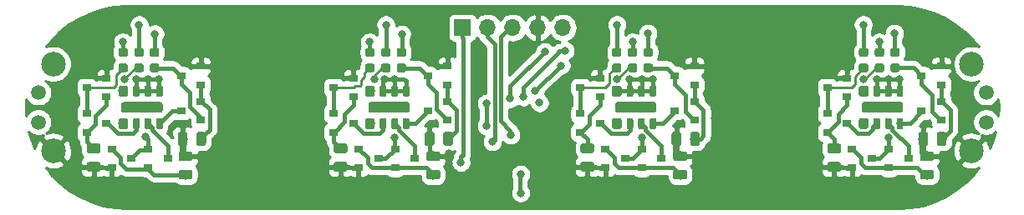
<source format=gbr>
G04 #@! TF.GenerationSoftware,KiCad,Pcbnew,(5.1.2)-2*
G04 #@! TF.CreationDate,2020-02-18T23:36:01-05:00*
G04 #@! TF.ProjectId,_autosave-AddressableLED,5f617574-6f73-4617-9665-2d4164647265,rev?*
G04 #@! TF.SameCoordinates,Original*
G04 #@! TF.FileFunction,Copper,L1,Top*
G04 #@! TF.FilePolarity,Positive*
%FSLAX46Y46*%
G04 Gerber Fmt 4.6, Leading zero omitted, Abs format (unit mm)*
G04 Created by KiCad (PCBNEW (5.1.2)-2) date 2020-02-18 23:36:01*
%MOMM*%
%LPD*%
G04 APERTURE LIST*
%ADD10C,1.500000*%
%ADD11C,2.500000*%
%ADD12C,0.100000*%
%ADD13C,1.100000*%
%ADD14C,0.670000*%
%ADD15C,0.980000*%
%ADD16O,1.700000X1.700000*%
%ADD17R,1.700000X1.700000*%
%ADD18R,0.900000X0.800000*%
%ADD19C,0.975000*%
%ADD20C,0.875000*%
%ADD21C,0.800000*%
%ADD22C,0.450000*%
%ADD23C,0.250000*%
%ADD24C,0.650000*%
%ADD25C,0.254000*%
G04 APERTURE END LIST*
D10*
X188000000Y-108500000D03*
D11*
X186500000Y-105600000D03*
D10*
X188000000Y-111500000D03*
D11*
X186500000Y-114400000D03*
D10*
X92000000Y-111500000D03*
D11*
X93500000Y-114400000D03*
D10*
X92000000Y-108500000D03*
D11*
X93500000Y-105600000D03*
D12*
G36*
X179341955Y-109451324D02*
G01*
X179368650Y-109455284D01*
X179394828Y-109461841D01*
X179420238Y-109470933D01*
X179444634Y-109482472D01*
X179467782Y-109496346D01*
X179489458Y-109512422D01*
X179509454Y-109530546D01*
X179527578Y-109550542D01*
X179543654Y-109572218D01*
X179557528Y-109595366D01*
X179569067Y-109619762D01*
X179578159Y-109645172D01*
X179584716Y-109671350D01*
X179588676Y-109698045D01*
X179590000Y-109725000D01*
X179590000Y-110275000D01*
X179588676Y-110301955D01*
X179584716Y-110328650D01*
X179578159Y-110354828D01*
X179569067Y-110380238D01*
X179557528Y-110404634D01*
X179543654Y-110427782D01*
X179527578Y-110449458D01*
X179509454Y-110469454D01*
X179489458Y-110487578D01*
X179467782Y-110503654D01*
X179444634Y-110517528D01*
X179420238Y-110529067D01*
X179394828Y-110538159D01*
X179368650Y-110544716D01*
X179341955Y-110548676D01*
X179315000Y-110550000D01*
X175685000Y-110550000D01*
X175658045Y-110548676D01*
X175631350Y-110544716D01*
X175605172Y-110538159D01*
X175579762Y-110529067D01*
X175555366Y-110517528D01*
X175532218Y-110503654D01*
X175510542Y-110487578D01*
X175490546Y-110469454D01*
X175472422Y-110449458D01*
X175456346Y-110427782D01*
X175442472Y-110404634D01*
X175430933Y-110380238D01*
X175421841Y-110354828D01*
X175415284Y-110328650D01*
X175411324Y-110301955D01*
X175410000Y-110275000D01*
X175410000Y-109725000D01*
X175411324Y-109698045D01*
X175415284Y-109671350D01*
X175421841Y-109645172D01*
X175430933Y-109619762D01*
X175442472Y-109595366D01*
X175456346Y-109572218D01*
X175472422Y-109550542D01*
X175490546Y-109530546D01*
X175510542Y-109512422D01*
X175532218Y-109496346D01*
X175555366Y-109482472D01*
X175579762Y-109470933D01*
X175605172Y-109461841D01*
X175631350Y-109455284D01*
X175658045Y-109451324D01*
X175685000Y-109450000D01*
X179315000Y-109450000D01*
X179341955Y-109451324D01*
X179341955Y-109451324D01*
G37*
D13*
X177500000Y-110000000D03*
D12*
G36*
X179438918Y-111098307D02*
G01*
X179455178Y-111100718D01*
X179471123Y-111104712D01*
X179486599Y-111110250D01*
X179501459Y-111117278D01*
X179515558Y-111125729D01*
X179528761Y-111135521D01*
X179540940Y-111146560D01*
X179551979Y-111158739D01*
X179561771Y-111171942D01*
X179570222Y-111186041D01*
X179577250Y-111200901D01*
X179582788Y-111216377D01*
X179586782Y-111232322D01*
X179589193Y-111248582D01*
X179590000Y-111265000D01*
X179590000Y-112030000D01*
X179589193Y-112046418D01*
X179586782Y-112062678D01*
X179582788Y-112078623D01*
X179577250Y-112094099D01*
X179570222Y-112108959D01*
X179561771Y-112123058D01*
X179551979Y-112136261D01*
X179540940Y-112148440D01*
X179528761Y-112159479D01*
X179515558Y-112169271D01*
X179501459Y-112177722D01*
X179486599Y-112184750D01*
X179471123Y-112190288D01*
X179455178Y-112194282D01*
X179438918Y-112196693D01*
X179422500Y-112197500D01*
X179087500Y-112197500D01*
X179071082Y-112196693D01*
X179054822Y-112194282D01*
X179038877Y-112190288D01*
X179023401Y-112184750D01*
X179008541Y-112177722D01*
X178994442Y-112169271D01*
X178981239Y-112159479D01*
X178969060Y-112148440D01*
X178958021Y-112136261D01*
X178948229Y-112123058D01*
X178939778Y-112108959D01*
X178932750Y-112094099D01*
X178927212Y-112078623D01*
X178923218Y-112062678D01*
X178920807Y-112046418D01*
X178920000Y-112030000D01*
X178920000Y-111265000D01*
X178920807Y-111248582D01*
X178923218Y-111232322D01*
X178927212Y-111216377D01*
X178932750Y-111200901D01*
X178939778Y-111186041D01*
X178948229Y-111171942D01*
X178958021Y-111158739D01*
X178969060Y-111146560D01*
X178981239Y-111135521D01*
X178994442Y-111125729D01*
X179008541Y-111117278D01*
X179023401Y-111110250D01*
X179038877Y-111104712D01*
X179054822Y-111100718D01*
X179071082Y-111098307D01*
X179087500Y-111097500D01*
X179422500Y-111097500D01*
X179438918Y-111098307D01*
X179438918Y-111098307D01*
G37*
D14*
X179255000Y-111647500D03*
D12*
G36*
X179438918Y-107803307D02*
G01*
X179455178Y-107805718D01*
X179471123Y-107809712D01*
X179486599Y-107815250D01*
X179501459Y-107822278D01*
X179515558Y-107830729D01*
X179528761Y-107840521D01*
X179540940Y-107851560D01*
X179551979Y-107863739D01*
X179561771Y-107876942D01*
X179570222Y-107891041D01*
X179577250Y-107905901D01*
X179582788Y-107921377D01*
X179586782Y-107937322D01*
X179589193Y-107953582D01*
X179590000Y-107970000D01*
X179590000Y-108735000D01*
X179589193Y-108751418D01*
X179586782Y-108767678D01*
X179582788Y-108783623D01*
X179577250Y-108799099D01*
X179570222Y-108813959D01*
X179561771Y-108828058D01*
X179551979Y-108841261D01*
X179540940Y-108853440D01*
X179528761Y-108864479D01*
X179515558Y-108874271D01*
X179501459Y-108882722D01*
X179486599Y-108889750D01*
X179471123Y-108895288D01*
X179455178Y-108899282D01*
X179438918Y-108901693D01*
X179422500Y-108902500D01*
X179087500Y-108902500D01*
X179071082Y-108901693D01*
X179054822Y-108899282D01*
X179038877Y-108895288D01*
X179023401Y-108889750D01*
X179008541Y-108882722D01*
X178994442Y-108874271D01*
X178981239Y-108864479D01*
X178969060Y-108853440D01*
X178958021Y-108841261D01*
X178948229Y-108828058D01*
X178939778Y-108813959D01*
X178932750Y-108799099D01*
X178927212Y-108783623D01*
X178923218Y-108767678D01*
X178920807Y-108751418D01*
X178920000Y-108735000D01*
X178920000Y-107970000D01*
X178920807Y-107953582D01*
X178923218Y-107937322D01*
X178927212Y-107921377D01*
X178932750Y-107905901D01*
X178939778Y-107891041D01*
X178948229Y-107876942D01*
X178958021Y-107863739D01*
X178969060Y-107851560D01*
X178981239Y-107840521D01*
X178994442Y-107830729D01*
X179008541Y-107822278D01*
X179023401Y-107815250D01*
X179038877Y-107809712D01*
X179054822Y-107805718D01*
X179071082Y-107803307D01*
X179087500Y-107802500D01*
X179422500Y-107802500D01*
X179438918Y-107803307D01*
X179438918Y-107803307D01*
G37*
D14*
X179255000Y-108352500D03*
D12*
G36*
X178268918Y-111098307D02*
G01*
X178285178Y-111100718D01*
X178301123Y-111104712D01*
X178316599Y-111110250D01*
X178331459Y-111117278D01*
X178345558Y-111125729D01*
X178358761Y-111135521D01*
X178370940Y-111146560D01*
X178381979Y-111158739D01*
X178391771Y-111171942D01*
X178400222Y-111186041D01*
X178407250Y-111200901D01*
X178412788Y-111216377D01*
X178416782Y-111232322D01*
X178419193Y-111248582D01*
X178420000Y-111265000D01*
X178420000Y-112030000D01*
X178419193Y-112046418D01*
X178416782Y-112062678D01*
X178412788Y-112078623D01*
X178407250Y-112094099D01*
X178400222Y-112108959D01*
X178391771Y-112123058D01*
X178381979Y-112136261D01*
X178370940Y-112148440D01*
X178358761Y-112159479D01*
X178345558Y-112169271D01*
X178331459Y-112177722D01*
X178316599Y-112184750D01*
X178301123Y-112190288D01*
X178285178Y-112194282D01*
X178268918Y-112196693D01*
X178252500Y-112197500D01*
X177917500Y-112197500D01*
X177901082Y-112196693D01*
X177884822Y-112194282D01*
X177868877Y-112190288D01*
X177853401Y-112184750D01*
X177838541Y-112177722D01*
X177824442Y-112169271D01*
X177811239Y-112159479D01*
X177799060Y-112148440D01*
X177788021Y-112136261D01*
X177778229Y-112123058D01*
X177769778Y-112108959D01*
X177762750Y-112094099D01*
X177757212Y-112078623D01*
X177753218Y-112062678D01*
X177750807Y-112046418D01*
X177750000Y-112030000D01*
X177750000Y-111265000D01*
X177750807Y-111248582D01*
X177753218Y-111232322D01*
X177757212Y-111216377D01*
X177762750Y-111200901D01*
X177769778Y-111186041D01*
X177778229Y-111171942D01*
X177788021Y-111158739D01*
X177799060Y-111146560D01*
X177811239Y-111135521D01*
X177824442Y-111125729D01*
X177838541Y-111117278D01*
X177853401Y-111110250D01*
X177868877Y-111104712D01*
X177884822Y-111100718D01*
X177901082Y-111098307D01*
X177917500Y-111097500D01*
X178252500Y-111097500D01*
X178268918Y-111098307D01*
X178268918Y-111098307D01*
G37*
D14*
X178085000Y-111647500D03*
D12*
G36*
X178268918Y-107803307D02*
G01*
X178285178Y-107805718D01*
X178301123Y-107809712D01*
X178316599Y-107815250D01*
X178331459Y-107822278D01*
X178345558Y-107830729D01*
X178358761Y-107840521D01*
X178370940Y-107851560D01*
X178381979Y-107863739D01*
X178391771Y-107876942D01*
X178400222Y-107891041D01*
X178407250Y-107905901D01*
X178412788Y-107921377D01*
X178416782Y-107937322D01*
X178419193Y-107953582D01*
X178420000Y-107970000D01*
X178420000Y-108735000D01*
X178419193Y-108751418D01*
X178416782Y-108767678D01*
X178412788Y-108783623D01*
X178407250Y-108799099D01*
X178400222Y-108813959D01*
X178391771Y-108828058D01*
X178381979Y-108841261D01*
X178370940Y-108853440D01*
X178358761Y-108864479D01*
X178345558Y-108874271D01*
X178331459Y-108882722D01*
X178316599Y-108889750D01*
X178301123Y-108895288D01*
X178285178Y-108899282D01*
X178268918Y-108901693D01*
X178252500Y-108902500D01*
X177917500Y-108902500D01*
X177901082Y-108901693D01*
X177884822Y-108899282D01*
X177868877Y-108895288D01*
X177853401Y-108889750D01*
X177838541Y-108882722D01*
X177824442Y-108874271D01*
X177811239Y-108864479D01*
X177799060Y-108853440D01*
X177788021Y-108841261D01*
X177778229Y-108828058D01*
X177769778Y-108813959D01*
X177762750Y-108799099D01*
X177757212Y-108783623D01*
X177753218Y-108767678D01*
X177750807Y-108751418D01*
X177750000Y-108735000D01*
X177750000Y-107970000D01*
X177750807Y-107953582D01*
X177753218Y-107937322D01*
X177757212Y-107921377D01*
X177762750Y-107905901D01*
X177769778Y-107891041D01*
X177778229Y-107876942D01*
X177788021Y-107863739D01*
X177799060Y-107851560D01*
X177811239Y-107840521D01*
X177824442Y-107830729D01*
X177838541Y-107822278D01*
X177853401Y-107815250D01*
X177868877Y-107809712D01*
X177884822Y-107805718D01*
X177901082Y-107803307D01*
X177917500Y-107802500D01*
X178252500Y-107802500D01*
X178268918Y-107803307D01*
X178268918Y-107803307D01*
G37*
D14*
X178085000Y-108352500D03*
D12*
G36*
X177098918Y-111098307D02*
G01*
X177115178Y-111100718D01*
X177131123Y-111104712D01*
X177146599Y-111110250D01*
X177161459Y-111117278D01*
X177175558Y-111125729D01*
X177188761Y-111135521D01*
X177200940Y-111146560D01*
X177211979Y-111158739D01*
X177221771Y-111171942D01*
X177230222Y-111186041D01*
X177237250Y-111200901D01*
X177242788Y-111216377D01*
X177246782Y-111232322D01*
X177249193Y-111248582D01*
X177250000Y-111265000D01*
X177250000Y-112030000D01*
X177249193Y-112046418D01*
X177246782Y-112062678D01*
X177242788Y-112078623D01*
X177237250Y-112094099D01*
X177230222Y-112108959D01*
X177221771Y-112123058D01*
X177211979Y-112136261D01*
X177200940Y-112148440D01*
X177188761Y-112159479D01*
X177175558Y-112169271D01*
X177161459Y-112177722D01*
X177146599Y-112184750D01*
X177131123Y-112190288D01*
X177115178Y-112194282D01*
X177098918Y-112196693D01*
X177082500Y-112197500D01*
X176747500Y-112197500D01*
X176731082Y-112196693D01*
X176714822Y-112194282D01*
X176698877Y-112190288D01*
X176683401Y-112184750D01*
X176668541Y-112177722D01*
X176654442Y-112169271D01*
X176641239Y-112159479D01*
X176629060Y-112148440D01*
X176618021Y-112136261D01*
X176608229Y-112123058D01*
X176599778Y-112108959D01*
X176592750Y-112094099D01*
X176587212Y-112078623D01*
X176583218Y-112062678D01*
X176580807Y-112046418D01*
X176580000Y-112030000D01*
X176580000Y-111265000D01*
X176580807Y-111248582D01*
X176583218Y-111232322D01*
X176587212Y-111216377D01*
X176592750Y-111200901D01*
X176599778Y-111186041D01*
X176608229Y-111171942D01*
X176618021Y-111158739D01*
X176629060Y-111146560D01*
X176641239Y-111135521D01*
X176654442Y-111125729D01*
X176668541Y-111117278D01*
X176683401Y-111110250D01*
X176698877Y-111104712D01*
X176714822Y-111100718D01*
X176731082Y-111098307D01*
X176747500Y-111097500D01*
X177082500Y-111097500D01*
X177098918Y-111098307D01*
X177098918Y-111098307D01*
G37*
D14*
X176915000Y-111647500D03*
D12*
G36*
X177098918Y-107803307D02*
G01*
X177115178Y-107805718D01*
X177131123Y-107809712D01*
X177146599Y-107815250D01*
X177161459Y-107822278D01*
X177175558Y-107830729D01*
X177188761Y-107840521D01*
X177200940Y-107851560D01*
X177211979Y-107863739D01*
X177221771Y-107876942D01*
X177230222Y-107891041D01*
X177237250Y-107905901D01*
X177242788Y-107921377D01*
X177246782Y-107937322D01*
X177249193Y-107953582D01*
X177250000Y-107970000D01*
X177250000Y-108735000D01*
X177249193Y-108751418D01*
X177246782Y-108767678D01*
X177242788Y-108783623D01*
X177237250Y-108799099D01*
X177230222Y-108813959D01*
X177221771Y-108828058D01*
X177211979Y-108841261D01*
X177200940Y-108853440D01*
X177188761Y-108864479D01*
X177175558Y-108874271D01*
X177161459Y-108882722D01*
X177146599Y-108889750D01*
X177131123Y-108895288D01*
X177115178Y-108899282D01*
X177098918Y-108901693D01*
X177082500Y-108902500D01*
X176747500Y-108902500D01*
X176731082Y-108901693D01*
X176714822Y-108899282D01*
X176698877Y-108895288D01*
X176683401Y-108889750D01*
X176668541Y-108882722D01*
X176654442Y-108874271D01*
X176641239Y-108864479D01*
X176629060Y-108853440D01*
X176618021Y-108841261D01*
X176608229Y-108828058D01*
X176599778Y-108813959D01*
X176592750Y-108799099D01*
X176587212Y-108783623D01*
X176583218Y-108767678D01*
X176580807Y-108751418D01*
X176580000Y-108735000D01*
X176580000Y-107970000D01*
X176580807Y-107953582D01*
X176583218Y-107937322D01*
X176587212Y-107921377D01*
X176592750Y-107905901D01*
X176599778Y-107891041D01*
X176608229Y-107876942D01*
X176618021Y-107863739D01*
X176629060Y-107851560D01*
X176641239Y-107840521D01*
X176654442Y-107830729D01*
X176668541Y-107822278D01*
X176683401Y-107815250D01*
X176698877Y-107809712D01*
X176714822Y-107805718D01*
X176731082Y-107803307D01*
X176747500Y-107802500D01*
X177082500Y-107802500D01*
X177098918Y-107803307D01*
X177098918Y-107803307D01*
G37*
D14*
X176915000Y-108352500D03*
D12*
G36*
X175859014Y-111098680D02*
G01*
X175882797Y-111102208D01*
X175906120Y-111108050D01*
X175928757Y-111116150D01*
X175950492Y-111126429D01*
X175971115Y-111138790D01*
X175990426Y-111153112D01*
X176008241Y-111169259D01*
X176024388Y-111187074D01*
X176038710Y-111206385D01*
X176051071Y-111227008D01*
X176061350Y-111248743D01*
X176069450Y-111271380D01*
X176075292Y-111294703D01*
X176078820Y-111318486D01*
X176080000Y-111342500D01*
X176080000Y-111952500D01*
X176078820Y-111976514D01*
X176075292Y-112000297D01*
X176069450Y-112023620D01*
X176061350Y-112046257D01*
X176051071Y-112067992D01*
X176038710Y-112088615D01*
X176024388Y-112107926D01*
X176008241Y-112125741D01*
X175990426Y-112141888D01*
X175971115Y-112156210D01*
X175950492Y-112168571D01*
X175928757Y-112178850D01*
X175906120Y-112186950D01*
X175882797Y-112192792D01*
X175859014Y-112196320D01*
X175835000Y-112197500D01*
X175345000Y-112197500D01*
X175320986Y-112196320D01*
X175297203Y-112192792D01*
X175273880Y-112186950D01*
X175251243Y-112178850D01*
X175229508Y-112168571D01*
X175208885Y-112156210D01*
X175189574Y-112141888D01*
X175171759Y-112125741D01*
X175155612Y-112107926D01*
X175141290Y-112088615D01*
X175128929Y-112067992D01*
X175118650Y-112046257D01*
X175110550Y-112023620D01*
X175104708Y-112000297D01*
X175101180Y-111976514D01*
X175100000Y-111952500D01*
X175100000Y-111342500D01*
X175101180Y-111318486D01*
X175104708Y-111294703D01*
X175110550Y-111271380D01*
X175118650Y-111248743D01*
X175128929Y-111227008D01*
X175141290Y-111206385D01*
X175155612Y-111187074D01*
X175171759Y-111169259D01*
X175189574Y-111153112D01*
X175208885Y-111138790D01*
X175229508Y-111126429D01*
X175251243Y-111116150D01*
X175273880Y-111108050D01*
X175297203Y-111102208D01*
X175320986Y-111098680D01*
X175345000Y-111097500D01*
X175835000Y-111097500D01*
X175859014Y-111098680D01*
X175859014Y-111098680D01*
G37*
D15*
X175590000Y-111647500D03*
D12*
G36*
X175859014Y-107803680D02*
G01*
X175882797Y-107807208D01*
X175906120Y-107813050D01*
X175928757Y-107821150D01*
X175950492Y-107831429D01*
X175971115Y-107843790D01*
X175990426Y-107858112D01*
X176008241Y-107874259D01*
X176024388Y-107892074D01*
X176038710Y-107911385D01*
X176051071Y-107932008D01*
X176061350Y-107953743D01*
X176069450Y-107976380D01*
X176075292Y-107999703D01*
X176078820Y-108023486D01*
X176080000Y-108047500D01*
X176080000Y-108657500D01*
X176078820Y-108681514D01*
X176075292Y-108705297D01*
X176069450Y-108728620D01*
X176061350Y-108751257D01*
X176051071Y-108772992D01*
X176038710Y-108793615D01*
X176024388Y-108812926D01*
X176008241Y-108830741D01*
X175990426Y-108846888D01*
X175971115Y-108861210D01*
X175950492Y-108873571D01*
X175928757Y-108883850D01*
X175906120Y-108891950D01*
X175882797Y-108897792D01*
X175859014Y-108901320D01*
X175835000Y-108902500D01*
X175345000Y-108902500D01*
X175320986Y-108901320D01*
X175297203Y-108897792D01*
X175273880Y-108891950D01*
X175251243Y-108883850D01*
X175229508Y-108873571D01*
X175208885Y-108861210D01*
X175189574Y-108846888D01*
X175171759Y-108830741D01*
X175155612Y-108812926D01*
X175141290Y-108793615D01*
X175128929Y-108772992D01*
X175118650Y-108751257D01*
X175110550Y-108728620D01*
X175104708Y-108705297D01*
X175101180Y-108681514D01*
X175100000Y-108657500D01*
X175100000Y-108047500D01*
X175101180Y-108023486D01*
X175104708Y-107999703D01*
X175110550Y-107976380D01*
X175118650Y-107953743D01*
X175128929Y-107932008D01*
X175141290Y-107911385D01*
X175155612Y-107892074D01*
X175171759Y-107874259D01*
X175189574Y-107858112D01*
X175208885Y-107843790D01*
X175229508Y-107831429D01*
X175251243Y-107821150D01*
X175273880Y-107813050D01*
X175297203Y-107807208D01*
X175320986Y-107803680D01*
X175345000Y-107802500D01*
X175835000Y-107802500D01*
X175859014Y-107803680D01*
X175859014Y-107803680D01*
G37*
D15*
X175590000Y-108352500D03*
D12*
G36*
X154341955Y-109451324D02*
G01*
X154368650Y-109455284D01*
X154394828Y-109461841D01*
X154420238Y-109470933D01*
X154444634Y-109482472D01*
X154467782Y-109496346D01*
X154489458Y-109512422D01*
X154509454Y-109530546D01*
X154527578Y-109550542D01*
X154543654Y-109572218D01*
X154557528Y-109595366D01*
X154569067Y-109619762D01*
X154578159Y-109645172D01*
X154584716Y-109671350D01*
X154588676Y-109698045D01*
X154590000Y-109725000D01*
X154590000Y-110275000D01*
X154588676Y-110301955D01*
X154584716Y-110328650D01*
X154578159Y-110354828D01*
X154569067Y-110380238D01*
X154557528Y-110404634D01*
X154543654Y-110427782D01*
X154527578Y-110449458D01*
X154509454Y-110469454D01*
X154489458Y-110487578D01*
X154467782Y-110503654D01*
X154444634Y-110517528D01*
X154420238Y-110529067D01*
X154394828Y-110538159D01*
X154368650Y-110544716D01*
X154341955Y-110548676D01*
X154315000Y-110550000D01*
X150685000Y-110550000D01*
X150658045Y-110548676D01*
X150631350Y-110544716D01*
X150605172Y-110538159D01*
X150579762Y-110529067D01*
X150555366Y-110517528D01*
X150532218Y-110503654D01*
X150510542Y-110487578D01*
X150490546Y-110469454D01*
X150472422Y-110449458D01*
X150456346Y-110427782D01*
X150442472Y-110404634D01*
X150430933Y-110380238D01*
X150421841Y-110354828D01*
X150415284Y-110328650D01*
X150411324Y-110301955D01*
X150410000Y-110275000D01*
X150410000Y-109725000D01*
X150411324Y-109698045D01*
X150415284Y-109671350D01*
X150421841Y-109645172D01*
X150430933Y-109619762D01*
X150442472Y-109595366D01*
X150456346Y-109572218D01*
X150472422Y-109550542D01*
X150490546Y-109530546D01*
X150510542Y-109512422D01*
X150532218Y-109496346D01*
X150555366Y-109482472D01*
X150579762Y-109470933D01*
X150605172Y-109461841D01*
X150631350Y-109455284D01*
X150658045Y-109451324D01*
X150685000Y-109450000D01*
X154315000Y-109450000D01*
X154341955Y-109451324D01*
X154341955Y-109451324D01*
G37*
D13*
X152500000Y-110000000D03*
D12*
G36*
X154438918Y-111098307D02*
G01*
X154455178Y-111100718D01*
X154471123Y-111104712D01*
X154486599Y-111110250D01*
X154501459Y-111117278D01*
X154515558Y-111125729D01*
X154528761Y-111135521D01*
X154540940Y-111146560D01*
X154551979Y-111158739D01*
X154561771Y-111171942D01*
X154570222Y-111186041D01*
X154577250Y-111200901D01*
X154582788Y-111216377D01*
X154586782Y-111232322D01*
X154589193Y-111248582D01*
X154590000Y-111265000D01*
X154590000Y-112030000D01*
X154589193Y-112046418D01*
X154586782Y-112062678D01*
X154582788Y-112078623D01*
X154577250Y-112094099D01*
X154570222Y-112108959D01*
X154561771Y-112123058D01*
X154551979Y-112136261D01*
X154540940Y-112148440D01*
X154528761Y-112159479D01*
X154515558Y-112169271D01*
X154501459Y-112177722D01*
X154486599Y-112184750D01*
X154471123Y-112190288D01*
X154455178Y-112194282D01*
X154438918Y-112196693D01*
X154422500Y-112197500D01*
X154087500Y-112197500D01*
X154071082Y-112196693D01*
X154054822Y-112194282D01*
X154038877Y-112190288D01*
X154023401Y-112184750D01*
X154008541Y-112177722D01*
X153994442Y-112169271D01*
X153981239Y-112159479D01*
X153969060Y-112148440D01*
X153958021Y-112136261D01*
X153948229Y-112123058D01*
X153939778Y-112108959D01*
X153932750Y-112094099D01*
X153927212Y-112078623D01*
X153923218Y-112062678D01*
X153920807Y-112046418D01*
X153920000Y-112030000D01*
X153920000Y-111265000D01*
X153920807Y-111248582D01*
X153923218Y-111232322D01*
X153927212Y-111216377D01*
X153932750Y-111200901D01*
X153939778Y-111186041D01*
X153948229Y-111171942D01*
X153958021Y-111158739D01*
X153969060Y-111146560D01*
X153981239Y-111135521D01*
X153994442Y-111125729D01*
X154008541Y-111117278D01*
X154023401Y-111110250D01*
X154038877Y-111104712D01*
X154054822Y-111100718D01*
X154071082Y-111098307D01*
X154087500Y-111097500D01*
X154422500Y-111097500D01*
X154438918Y-111098307D01*
X154438918Y-111098307D01*
G37*
D14*
X154255000Y-111647500D03*
D12*
G36*
X154438918Y-107803307D02*
G01*
X154455178Y-107805718D01*
X154471123Y-107809712D01*
X154486599Y-107815250D01*
X154501459Y-107822278D01*
X154515558Y-107830729D01*
X154528761Y-107840521D01*
X154540940Y-107851560D01*
X154551979Y-107863739D01*
X154561771Y-107876942D01*
X154570222Y-107891041D01*
X154577250Y-107905901D01*
X154582788Y-107921377D01*
X154586782Y-107937322D01*
X154589193Y-107953582D01*
X154590000Y-107970000D01*
X154590000Y-108735000D01*
X154589193Y-108751418D01*
X154586782Y-108767678D01*
X154582788Y-108783623D01*
X154577250Y-108799099D01*
X154570222Y-108813959D01*
X154561771Y-108828058D01*
X154551979Y-108841261D01*
X154540940Y-108853440D01*
X154528761Y-108864479D01*
X154515558Y-108874271D01*
X154501459Y-108882722D01*
X154486599Y-108889750D01*
X154471123Y-108895288D01*
X154455178Y-108899282D01*
X154438918Y-108901693D01*
X154422500Y-108902500D01*
X154087500Y-108902500D01*
X154071082Y-108901693D01*
X154054822Y-108899282D01*
X154038877Y-108895288D01*
X154023401Y-108889750D01*
X154008541Y-108882722D01*
X153994442Y-108874271D01*
X153981239Y-108864479D01*
X153969060Y-108853440D01*
X153958021Y-108841261D01*
X153948229Y-108828058D01*
X153939778Y-108813959D01*
X153932750Y-108799099D01*
X153927212Y-108783623D01*
X153923218Y-108767678D01*
X153920807Y-108751418D01*
X153920000Y-108735000D01*
X153920000Y-107970000D01*
X153920807Y-107953582D01*
X153923218Y-107937322D01*
X153927212Y-107921377D01*
X153932750Y-107905901D01*
X153939778Y-107891041D01*
X153948229Y-107876942D01*
X153958021Y-107863739D01*
X153969060Y-107851560D01*
X153981239Y-107840521D01*
X153994442Y-107830729D01*
X154008541Y-107822278D01*
X154023401Y-107815250D01*
X154038877Y-107809712D01*
X154054822Y-107805718D01*
X154071082Y-107803307D01*
X154087500Y-107802500D01*
X154422500Y-107802500D01*
X154438918Y-107803307D01*
X154438918Y-107803307D01*
G37*
D14*
X154255000Y-108352500D03*
D12*
G36*
X153268918Y-111098307D02*
G01*
X153285178Y-111100718D01*
X153301123Y-111104712D01*
X153316599Y-111110250D01*
X153331459Y-111117278D01*
X153345558Y-111125729D01*
X153358761Y-111135521D01*
X153370940Y-111146560D01*
X153381979Y-111158739D01*
X153391771Y-111171942D01*
X153400222Y-111186041D01*
X153407250Y-111200901D01*
X153412788Y-111216377D01*
X153416782Y-111232322D01*
X153419193Y-111248582D01*
X153420000Y-111265000D01*
X153420000Y-112030000D01*
X153419193Y-112046418D01*
X153416782Y-112062678D01*
X153412788Y-112078623D01*
X153407250Y-112094099D01*
X153400222Y-112108959D01*
X153391771Y-112123058D01*
X153381979Y-112136261D01*
X153370940Y-112148440D01*
X153358761Y-112159479D01*
X153345558Y-112169271D01*
X153331459Y-112177722D01*
X153316599Y-112184750D01*
X153301123Y-112190288D01*
X153285178Y-112194282D01*
X153268918Y-112196693D01*
X153252500Y-112197500D01*
X152917500Y-112197500D01*
X152901082Y-112196693D01*
X152884822Y-112194282D01*
X152868877Y-112190288D01*
X152853401Y-112184750D01*
X152838541Y-112177722D01*
X152824442Y-112169271D01*
X152811239Y-112159479D01*
X152799060Y-112148440D01*
X152788021Y-112136261D01*
X152778229Y-112123058D01*
X152769778Y-112108959D01*
X152762750Y-112094099D01*
X152757212Y-112078623D01*
X152753218Y-112062678D01*
X152750807Y-112046418D01*
X152750000Y-112030000D01*
X152750000Y-111265000D01*
X152750807Y-111248582D01*
X152753218Y-111232322D01*
X152757212Y-111216377D01*
X152762750Y-111200901D01*
X152769778Y-111186041D01*
X152778229Y-111171942D01*
X152788021Y-111158739D01*
X152799060Y-111146560D01*
X152811239Y-111135521D01*
X152824442Y-111125729D01*
X152838541Y-111117278D01*
X152853401Y-111110250D01*
X152868877Y-111104712D01*
X152884822Y-111100718D01*
X152901082Y-111098307D01*
X152917500Y-111097500D01*
X153252500Y-111097500D01*
X153268918Y-111098307D01*
X153268918Y-111098307D01*
G37*
D14*
X153085000Y-111647500D03*
D12*
G36*
X153268918Y-107803307D02*
G01*
X153285178Y-107805718D01*
X153301123Y-107809712D01*
X153316599Y-107815250D01*
X153331459Y-107822278D01*
X153345558Y-107830729D01*
X153358761Y-107840521D01*
X153370940Y-107851560D01*
X153381979Y-107863739D01*
X153391771Y-107876942D01*
X153400222Y-107891041D01*
X153407250Y-107905901D01*
X153412788Y-107921377D01*
X153416782Y-107937322D01*
X153419193Y-107953582D01*
X153420000Y-107970000D01*
X153420000Y-108735000D01*
X153419193Y-108751418D01*
X153416782Y-108767678D01*
X153412788Y-108783623D01*
X153407250Y-108799099D01*
X153400222Y-108813959D01*
X153391771Y-108828058D01*
X153381979Y-108841261D01*
X153370940Y-108853440D01*
X153358761Y-108864479D01*
X153345558Y-108874271D01*
X153331459Y-108882722D01*
X153316599Y-108889750D01*
X153301123Y-108895288D01*
X153285178Y-108899282D01*
X153268918Y-108901693D01*
X153252500Y-108902500D01*
X152917500Y-108902500D01*
X152901082Y-108901693D01*
X152884822Y-108899282D01*
X152868877Y-108895288D01*
X152853401Y-108889750D01*
X152838541Y-108882722D01*
X152824442Y-108874271D01*
X152811239Y-108864479D01*
X152799060Y-108853440D01*
X152788021Y-108841261D01*
X152778229Y-108828058D01*
X152769778Y-108813959D01*
X152762750Y-108799099D01*
X152757212Y-108783623D01*
X152753218Y-108767678D01*
X152750807Y-108751418D01*
X152750000Y-108735000D01*
X152750000Y-107970000D01*
X152750807Y-107953582D01*
X152753218Y-107937322D01*
X152757212Y-107921377D01*
X152762750Y-107905901D01*
X152769778Y-107891041D01*
X152778229Y-107876942D01*
X152788021Y-107863739D01*
X152799060Y-107851560D01*
X152811239Y-107840521D01*
X152824442Y-107830729D01*
X152838541Y-107822278D01*
X152853401Y-107815250D01*
X152868877Y-107809712D01*
X152884822Y-107805718D01*
X152901082Y-107803307D01*
X152917500Y-107802500D01*
X153252500Y-107802500D01*
X153268918Y-107803307D01*
X153268918Y-107803307D01*
G37*
D14*
X153085000Y-108352500D03*
D12*
G36*
X152098918Y-111098307D02*
G01*
X152115178Y-111100718D01*
X152131123Y-111104712D01*
X152146599Y-111110250D01*
X152161459Y-111117278D01*
X152175558Y-111125729D01*
X152188761Y-111135521D01*
X152200940Y-111146560D01*
X152211979Y-111158739D01*
X152221771Y-111171942D01*
X152230222Y-111186041D01*
X152237250Y-111200901D01*
X152242788Y-111216377D01*
X152246782Y-111232322D01*
X152249193Y-111248582D01*
X152250000Y-111265000D01*
X152250000Y-112030000D01*
X152249193Y-112046418D01*
X152246782Y-112062678D01*
X152242788Y-112078623D01*
X152237250Y-112094099D01*
X152230222Y-112108959D01*
X152221771Y-112123058D01*
X152211979Y-112136261D01*
X152200940Y-112148440D01*
X152188761Y-112159479D01*
X152175558Y-112169271D01*
X152161459Y-112177722D01*
X152146599Y-112184750D01*
X152131123Y-112190288D01*
X152115178Y-112194282D01*
X152098918Y-112196693D01*
X152082500Y-112197500D01*
X151747500Y-112197500D01*
X151731082Y-112196693D01*
X151714822Y-112194282D01*
X151698877Y-112190288D01*
X151683401Y-112184750D01*
X151668541Y-112177722D01*
X151654442Y-112169271D01*
X151641239Y-112159479D01*
X151629060Y-112148440D01*
X151618021Y-112136261D01*
X151608229Y-112123058D01*
X151599778Y-112108959D01*
X151592750Y-112094099D01*
X151587212Y-112078623D01*
X151583218Y-112062678D01*
X151580807Y-112046418D01*
X151580000Y-112030000D01*
X151580000Y-111265000D01*
X151580807Y-111248582D01*
X151583218Y-111232322D01*
X151587212Y-111216377D01*
X151592750Y-111200901D01*
X151599778Y-111186041D01*
X151608229Y-111171942D01*
X151618021Y-111158739D01*
X151629060Y-111146560D01*
X151641239Y-111135521D01*
X151654442Y-111125729D01*
X151668541Y-111117278D01*
X151683401Y-111110250D01*
X151698877Y-111104712D01*
X151714822Y-111100718D01*
X151731082Y-111098307D01*
X151747500Y-111097500D01*
X152082500Y-111097500D01*
X152098918Y-111098307D01*
X152098918Y-111098307D01*
G37*
D14*
X151915000Y-111647500D03*
D12*
G36*
X152098918Y-107803307D02*
G01*
X152115178Y-107805718D01*
X152131123Y-107809712D01*
X152146599Y-107815250D01*
X152161459Y-107822278D01*
X152175558Y-107830729D01*
X152188761Y-107840521D01*
X152200940Y-107851560D01*
X152211979Y-107863739D01*
X152221771Y-107876942D01*
X152230222Y-107891041D01*
X152237250Y-107905901D01*
X152242788Y-107921377D01*
X152246782Y-107937322D01*
X152249193Y-107953582D01*
X152250000Y-107970000D01*
X152250000Y-108735000D01*
X152249193Y-108751418D01*
X152246782Y-108767678D01*
X152242788Y-108783623D01*
X152237250Y-108799099D01*
X152230222Y-108813959D01*
X152221771Y-108828058D01*
X152211979Y-108841261D01*
X152200940Y-108853440D01*
X152188761Y-108864479D01*
X152175558Y-108874271D01*
X152161459Y-108882722D01*
X152146599Y-108889750D01*
X152131123Y-108895288D01*
X152115178Y-108899282D01*
X152098918Y-108901693D01*
X152082500Y-108902500D01*
X151747500Y-108902500D01*
X151731082Y-108901693D01*
X151714822Y-108899282D01*
X151698877Y-108895288D01*
X151683401Y-108889750D01*
X151668541Y-108882722D01*
X151654442Y-108874271D01*
X151641239Y-108864479D01*
X151629060Y-108853440D01*
X151618021Y-108841261D01*
X151608229Y-108828058D01*
X151599778Y-108813959D01*
X151592750Y-108799099D01*
X151587212Y-108783623D01*
X151583218Y-108767678D01*
X151580807Y-108751418D01*
X151580000Y-108735000D01*
X151580000Y-107970000D01*
X151580807Y-107953582D01*
X151583218Y-107937322D01*
X151587212Y-107921377D01*
X151592750Y-107905901D01*
X151599778Y-107891041D01*
X151608229Y-107876942D01*
X151618021Y-107863739D01*
X151629060Y-107851560D01*
X151641239Y-107840521D01*
X151654442Y-107830729D01*
X151668541Y-107822278D01*
X151683401Y-107815250D01*
X151698877Y-107809712D01*
X151714822Y-107805718D01*
X151731082Y-107803307D01*
X151747500Y-107802500D01*
X152082500Y-107802500D01*
X152098918Y-107803307D01*
X152098918Y-107803307D01*
G37*
D14*
X151915000Y-108352500D03*
D12*
G36*
X150859014Y-111098680D02*
G01*
X150882797Y-111102208D01*
X150906120Y-111108050D01*
X150928757Y-111116150D01*
X150950492Y-111126429D01*
X150971115Y-111138790D01*
X150990426Y-111153112D01*
X151008241Y-111169259D01*
X151024388Y-111187074D01*
X151038710Y-111206385D01*
X151051071Y-111227008D01*
X151061350Y-111248743D01*
X151069450Y-111271380D01*
X151075292Y-111294703D01*
X151078820Y-111318486D01*
X151080000Y-111342500D01*
X151080000Y-111952500D01*
X151078820Y-111976514D01*
X151075292Y-112000297D01*
X151069450Y-112023620D01*
X151061350Y-112046257D01*
X151051071Y-112067992D01*
X151038710Y-112088615D01*
X151024388Y-112107926D01*
X151008241Y-112125741D01*
X150990426Y-112141888D01*
X150971115Y-112156210D01*
X150950492Y-112168571D01*
X150928757Y-112178850D01*
X150906120Y-112186950D01*
X150882797Y-112192792D01*
X150859014Y-112196320D01*
X150835000Y-112197500D01*
X150345000Y-112197500D01*
X150320986Y-112196320D01*
X150297203Y-112192792D01*
X150273880Y-112186950D01*
X150251243Y-112178850D01*
X150229508Y-112168571D01*
X150208885Y-112156210D01*
X150189574Y-112141888D01*
X150171759Y-112125741D01*
X150155612Y-112107926D01*
X150141290Y-112088615D01*
X150128929Y-112067992D01*
X150118650Y-112046257D01*
X150110550Y-112023620D01*
X150104708Y-112000297D01*
X150101180Y-111976514D01*
X150100000Y-111952500D01*
X150100000Y-111342500D01*
X150101180Y-111318486D01*
X150104708Y-111294703D01*
X150110550Y-111271380D01*
X150118650Y-111248743D01*
X150128929Y-111227008D01*
X150141290Y-111206385D01*
X150155612Y-111187074D01*
X150171759Y-111169259D01*
X150189574Y-111153112D01*
X150208885Y-111138790D01*
X150229508Y-111126429D01*
X150251243Y-111116150D01*
X150273880Y-111108050D01*
X150297203Y-111102208D01*
X150320986Y-111098680D01*
X150345000Y-111097500D01*
X150835000Y-111097500D01*
X150859014Y-111098680D01*
X150859014Y-111098680D01*
G37*
D15*
X150590000Y-111647500D03*
D12*
G36*
X150859014Y-107803680D02*
G01*
X150882797Y-107807208D01*
X150906120Y-107813050D01*
X150928757Y-107821150D01*
X150950492Y-107831429D01*
X150971115Y-107843790D01*
X150990426Y-107858112D01*
X151008241Y-107874259D01*
X151024388Y-107892074D01*
X151038710Y-107911385D01*
X151051071Y-107932008D01*
X151061350Y-107953743D01*
X151069450Y-107976380D01*
X151075292Y-107999703D01*
X151078820Y-108023486D01*
X151080000Y-108047500D01*
X151080000Y-108657500D01*
X151078820Y-108681514D01*
X151075292Y-108705297D01*
X151069450Y-108728620D01*
X151061350Y-108751257D01*
X151051071Y-108772992D01*
X151038710Y-108793615D01*
X151024388Y-108812926D01*
X151008241Y-108830741D01*
X150990426Y-108846888D01*
X150971115Y-108861210D01*
X150950492Y-108873571D01*
X150928757Y-108883850D01*
X150906120Y-108891950D01*
X150882797Y-108897792D01*
X150859014Y-108901320D01*
X150835000Y-108902500D01*
X150345000Y-108902500D01*
X150320986Y-108901320D01*
X150297203Y-108897792D01*
X150273880Y-108891950D01*
X150251243Y-108883850D01*
X150229508Y-108873571D01*
X150208885Y-108861210D01*
X150189574Y-108846888D01*
X150171759Y-108830741D01*
X150155612Y-108812926D01*
X150141290Y-108793615D01*
X150128929Y-108772992D01*
X150118650Y-108751257D01*
X150110550Y-108728620D01*
X150104708Y-108705297D01*
X150101180Y-108681514D01*
X150100000Y-108657500D01*
X150100000Y-108047500D01*
X150101180Y-108023486D01*
X150104708Y-107999703D01*
X150110550Y-107976380D01*
X150118650Y-107953743D01*
X150128929Y-107932008D01*
X150141290Y-107911385D01*
X150155612Y-107892074D01*
X150171759Y-107874259D01*
X150189574Y-107858112D01*
X150208885Y-107843790D01*
X150229508Y-107831429D01*
X150251243Y-107821150D01*
X150273880Y-107813050D01*
X150297203Y-107807208D01*
X150320986Y-107803680D01*
X150345000Y-107802500D01*
X150835000Y-107802500D01*
X150859014Y-107803680D01*
X150859014Y-107803680D01*
G37*
D15*
X150590000Y-108352500D03*
D12*
G36*
X129341955Y-109451324D02*
G01*
X129368650Y-109455284D01*
X129394828Y-109461841D01*
X129420238Y-109470933D01*
X129444634Y-109482472D01*
X129467782Y-109496346D01*
X129489458Y-109512422D01*
X129509454Y-109530546D01*
X129527578Y-109550542D01*
X129543654Y-109572218D01*
X129557528Y-109595366D01*
X129569067Y-109619762D01*
X129578159Y-109645172D01*
X129584716Y-109671350D01*
X129588676Y-109698045D01*
X129590000Y-109725000D01*
X129590000Y-110275000D01*
X129588676Y-110301955D01*
X129584716Y-110328650D01*
X129578159Y-110354828D01*
X129569067Y-110380238D01*
X129557528Y-110404634D01*
X129543654Y-110427782D01*
X129527578Y-110449458D01*
X129509454Y-110469454D01*
X129489458Y-110487578D01*
X129467782Y-110503654D01*
X129444634Y-110517528D01*
X129420238Y-110529067D01*
X129394828Y-110538159D01*
X129368650Y-110544716D01*
X129341955Y-110548676D01*
X129315000Y-110550000D01*
X125685000Y-110550000D01*
X125658045Y-110548676D01*
X125631350Y-110544716D01*
X125605172Y-110538159D01*
X125579762Y-110529067D01*
X125555366Y-110517528D01*
X125532218Y-110503654D01*
X125510542Y-110487578D01*
X125490546Y-110469454D01*
X125472422Y-110449458D01*
X125456346Y-110427782D01*
X125442472Y-110404634D01*
X125430933Y-110380238D01*
X125421841Y-110354828D01*
X125415284Y-110328650D01*
X125411324Y-110301955D01*
X125410000Y-110275000D01*
X125410000Y-109725000D01*
X125411324Y-109698045D01*
X125415284Y-109671350D01*
X125421841Y-109645172D01*
X125430933Y-109619762D01*
X125442472Y-109595366D01*
X125456346Y-109572218D01*
X125472422Y-109550542D01*
X125490546Y-109530546D01*
X125510542Y-109512422D01*
X125532218Y-109496346D01*
X125555366Y-109482472D01*
X125579762Y-109470933D01*
X125605172Y-109461841D01*
X125631350Y-109455284D01*
X125658045Y-109451324D01*
X125685000Y-109450000D01*
X129315000Y-109450000D01*
X129341955Y-109451324D01*
X129341955Y-109451324D01*
G37*
D13*
X127500000Y-110000000D03*
D12*
G36*
X129438918Y-111098307D02*
G01*
X129455178Y-111100718D01*
X129471123Y-111104712D01*
X129486599Y-111110250D01*
X129501459Y-111117278D01*
X129515558Y-111125729D01*
X129528761Y-111135521D01*
X129540940Y-111146560D01*
X129551979Y-111158739D01*
X129561771Y-111171942D01*
X129570222Y-111186041D01*
X129577250Y-111200901D01*
X129582788Y-111216377D01*
X129586782Y-111232322D01*
X129589193Y-111248582D01*
X129590000Y-111265000D01*
X129590000Y-112030000D01*
X129589193Y-112046418D01*
X129586782Y-112062678D01*
X129582788Y-112078623D01*
X129577250Y-112094099D01*
X129570222Y-112108959D01*
X129561771Y-112123058D01*
X129551979Y-112136261D01*
X129540940Y-112148440D01*
X129528761Y-112159479D01*
X129515558Y-112169271D01*
X129501459Y-112177722D01*
X129486599Y-112184750D01*
X129471123Y-112190288D01*
X129455178Y-112194282D01*
X129438918Y-112196693D01*
X129422500Y-112197500D01*
X129087500Y-112197500D01*
X129071082Y-112196693D01*
X129054822Y-112194282D01*
X129038877Y-112190288D01*
X129023401Y-112184750D01*
X129008541Y-112177722D01*
X128994442Y-112169271D01*
X128981239Y-112159479D01*
X128969060Y-112148440D01*
X128958021Y-112136261D01*
X128948229Y-112123058D01*
X128939778Y-112108959D01*
X128932750Y-112094099D01*
X128927212Y-112078623D01*
X128923218Y-112062678D01*
X128920807Y-112046418D01*
X128920000Y-112030000D01*
X128920000Y-111265000D01*
X128920807Y-111248582D01*
X128923218Y-111232322D01*
X128927212Y-111216377D01*
X128932750Y-111200901D01*
X128939778Y-111186041D01*
X128948229Y-111171942D01*
X128958021Y-111158739D01*
X128969060Y-111146560D01*
X128981239Y-111135521D01*
X128994442Y-111125729D01*
X129008541Y-111117278D01*
X129023401Y-111110250D01*
X129038877Y-111104712D01*
X129054822Y-111100718D01*
X129071082Y-111098307D01*
X129087500Y-111097500D01*
X129422500Y-111097500D01*
X129438918Y-111098307D01*
X129438918Y-111098307D01*
G37*
D14*
X129255000Y-111647500D03*
D12*
G36*
X129438918Y-107803307D02*
G01*
X129455178Y-107805718D01*
X129471123Y-107809712D01*
X129486599Y-107815250D01*
X129501459Y-107822278D01*
X129515558Y-107830729D01*
X129528761Y-107840521D01*
X129540940Y-107851560D01*
X129551979Y-107863739D01*
X129561771Y-107876942D01*
X129570222Y-107891041D01*
X129577250Y-107905901D01*
X129582788Y-107921377D01*
X129586782Y-107937322D01*
X129589193Y-107953582D01*
X129590000Y-107970000D01*
X129590000Y-108735000D01*
X129589193Y-108751418D01*
X129586782Y-108767678D01*
X129582788Y-108783623D01*
X129577250Y-108799099D01*
X129570222Y-108813959D01*
X129561771Y-108828058D01*
X129551979Y-108841261D01*
X129540940Y-108853440D01*
X129528761Y-108864479D01*
X129515558Y-108874271D01*
X129501459Y-108882722D01*
X129486599Y-108889750D01*
X129471123Y-108895288D01*
X129455178Y-108899282D01*
X129438918Y-108901693D01*
X129422500Y-108902500D01*
X129087500Y-108902500D01*
X129071082Y-108901693D01*
X129054822Y-108899282D01*
X129038877Y-108895288D01*
X129023401Y-108889750D01*
X129008541Y-108882722D01*
X128994442Y-108874271D01*
X128981239Y-108864479D01*
X128969060Y-108853440D01*
X128958021Y-108841261D01*
X128948229Y-108828058D01*
X128939778Y-108813959D01*
X128932750Y-108799099D01*
X128927212Y-108783623D01*
X128923218Y-108767678D01*
X128920807Y-108751418D01*
X128920000Y-108735000D01*
X128920000Y-107970000D01*
X128920807Y-107953582D01*
X128923218Y-107937322D01*
X128927212Y-107921377D01*
X128932750Y-107905901D01*
X128939778Y-107891041D01*
X128948229Y-107876942D01*
X128958021Y-107863739D01*
X128969060Y-107851560D01*
X128981239Y-107840521D01*
X128994442Y-107830729D01*
X129008541Y-107822278D01*
X129023401Y-107815250D01*
X129038877Y-107809712D01*
X129054822Y-107805718D01*
X129071082Y-107803307D01*
X129087500Y-107802500D01*
X129422500Y-107802500D01*
X129438918Y-107803307D01*
X129438918Y-107803307D01*
G37*
D14*
X129255000Y-108352500D03*
D12*
G36*
X128268918Y-111098307D02*
G01*
X128285178Y-111100718D01*
X128301123Y-111104712D01*
X128316599Y-111110250D01*
X128331459Y-111117278D01*
X128345558Y-111125729D01*
X128358761Y-111135521D01*
X128370940Y-111146560D01*
X128381979Y-111158739D01*
X128391771Y-111171942D01*
X128400222Y-111186041D01*
X128407250Y-111200901D01*
X128412788Y-111216377D01*
X128416782Y-111232322D01*
X128419193Y-111248582D01*
X128420000Y-111265000D01*
X128420000Y-112030000D01*
X128419193Y-112046418D01*
X128416782Y-112062678D01*
X128412788Y-112078623D01*
X128407250Y-112094099D01*
X128400222Y-112108959D01*
X128391771Y-112123058D01*
X128381979Y-112136261D01*
X128370940Y-112148440D01*
X128358761Y-112159479D01*
X128345558Y-112169271D01*
X128331459Y-112177722D01*
X128316599Y-112184750D01*
X128301123Y-112190288D01*
X128285178Y-112194282D01*
X128268918Y-112196693D01*
X128252500Y-112197500D01*
X127917500Y-112197500D01*
X127901082Y-112196693D01*
X127884822Y-112194282D01*
X127868877Y-112190288D01*
X127853401Y-112184750D01*
X127838541Y-112177722D01*
X127824442Y-112169271D01*
X127811239Y-112159479D01*
X127799060Y-112148440D01*
X127788021Y-112136261D01*
X127778229Y-112123058D01*
X127769778Y-112108959D01*
X127762750Y-112094099D01*
X127757212Y-112078623D01*
X127753218Y-112062678D01*
X127750807Y-112046418D01*
X127750000Y-112030000D01*
X127750000Y-111265000D01*
X127750807Y-111248582D01*
X127753218Y-111232322D01*
X127757212Y-111216377D01*
X127762750Y-111200901D01*
X127769778Y-111186041D01*
X127778229Y-111171942D01*
X127788021Y-111158739D01*
X127799060Y-111146560D01*
X127811239Y-111135521D01*
X127824442Y-111125729D01*
X127838541Y-111117278D01*
X127853401Y-111110250D01*
X127868877Y-111104712D01*
X127884822Y-111100718D01*
X127901082Y-111098307D01*
X127917500Y-111097500D01*
X128252500Y-111097500D01*
X128268918Y-111098307D01*
X128268918Y-111098307D01*
G37*
D14*
X128085000Y-111647500D03*
D12*
G36*
X128268918Y-107803307D02*
G01*
X128285178Y-107805718D01*
X128301123Y-107809712D01*
X128316599Y-107815250D01*
X128331459Y-107822278D01*
X128345558Y-107830729D01*
X128358761Y-107840521D01*
X128370940Y-107851560D01*
X128381979Y-107863739D01*
X128391771Y-107876942D01*
X128400222Y-107891041D01*
X128407250Y-107905901D01*
X128412788Y-107921377D01*
X128416782Y-107937322D01*
X128419193Y-107953582D01*
X128420000Y-107970000D01*
X128420000Y-108735000D01*
X128419193Y-108751418D01*
X128416782Y-108767678D01*
X128412788Y-108783623D01*
X128407250Y-108799099D01*
X128400222Y-108813959D01*
X128391771Y-108828058D01*
X128381979Y-108841261D01*
X128370940Y-108853440D01*
X128358761Y-108864479D01*
X128345558Y-108874271D01*
X128331459Y-108882722D01*
X128316599Y-108889750D01*
X128301123Y-108895288D01*
X128285178Y-108899282D01*
X128268918Y-108901693D01*
X128252500Y-108902500D01*
X127917500Y-108902500D01*
X127901082Y-108901693D01*
X127884822Y-108899282D01*
X127868877Y-108895288D01*
X127853401Y-108889750D01*
X127838541Y-108882722D01*
X127824442Y-108874271D01*
X127811239Y-108864479D01*
X127799060Y-108853440D01*
X127788021Y-108841261D01*
X127778229Y-108828058D01*
X127769778Y-108813959D01*
X127762750Y-108799099D01*
X127757212Y-108783623D01*
X127753218Y-108767678D01*
X127750807Y-108751418D01*
X127750000Y-108735000D01*
X127750000Y-107970000D01*
X127750807Y-107953582D01*
X127753218Y-107937322D01*
X127757212Y-107921377D01*
X127762750Y-107905901D01*
X127769778Y-107891041D01*
X127778229Y-107876942D01*
X127788021Y-107863739D01*
X127799060Y-107851560D01*
X127811239Y-107840521D01*
X127824442Y-107830729D01*
X127838541Y-107822278D01*
X127853401Y-107815250D01*
X127868877Y-107809712D01*
X127884822Y-107805718D01*
X127901082Y-107803307D01*
X127917500Y-107802500D01*
X128252500Y-107802500D01*
X128268918Y-107803307D01*
X128268918Y-107803307D01*
G37*
D14*
X128085000Y-108352500D03*
D12*
G36*
X127098918Y-111098307D02*
G01*
X127115178Y-111100718D01*
X127131123Y-111104712D01*
X127146599Y-111110250D01*
X127161459Y-111117278D01*
X127175558Y-111125729D01*
X127188761Y-111135521D01*
X127200940Y-111146560D01*
X127211979Y-111158739D01*
X127221771Y-111171942D01*
X127230222Y-111186041D01*
X127237250Y-111200901D01*
X127242788Y-111216377D01*
X127246782Y-111232322D01*
X127249193Y-111248582D01*
X127250000Y-111265000D01*
X127250000Y-112030000D01*
X127249193Y-112046418D01*
X127246782Y-112062678D01*
X127242788Y-112078623D01*
X127237250Y-112094099D01*
X127230222Y-112108959D01*
X127221771Y-112123058D01*
X127211979Y-112136261D01*
X127200940Y-112148440D01*
X127188761Y-112159479D01*
X127175558Y-112169271D01*
X127161459Y-112177722D01*
X127146599Y-112184750D01*
X127131123Y-112190288D01*
X127115178Y-112194282D01*
X127098918Y-112196693D01*
X127082500Y-112197500D01*
X126747500Y-112197500D01*
X126731082Y-112196693D01*
X126714822Y-112194282D01*
X126698877Y-112190288D01*
X126683401Y-112184750D01*
X126668541Y-112177722D01*
X126654442Y-112169271D01*
X126641239Y-112159479D01*
X126629060Y-112148440D01*
X126618021Y-112136261D01*
X126608229Y-112123058D01*
X126599778Y-112108959D01*
X126592750Y-112094099D01*
X126587212Y-112078623D01*
X126583218Y-112062678D01*
X126580807Y-112046418D01*
X126580000Y-112030000D01*
X126580000Y-111265000D01*
X126580807Y-111248582D01*
X126583218Y-111232322D01*
X126587212Y-111216377D01*
X126592750Y-111200901D01*
X126599778Y-111186041D01*
X126608229Y-111171942D01*
X126618021Y-111158739D01*
X126629060Y-111146560D01*
X126641239Y-111135521D01*
X126654442Y-111125729D01*
X126668541Y-111117278D01*
X126683401Y-111110250D01*
X126698877Y-111104712D01*
X126714822Y-111100718D01*
X126731082Y-111098307D01*
X126747500Y-111097500D01*
X127082500Y-111097500D01*
X127098918Y-111098307D01*
X127098918Y-111098307D01*
G37*
D14*
X126915000Y-111647500D03*
D12*
G36*
X127098918Y-107803307D02*
G01*
X127115178Y-107805718D01*
X127131123Y-107809712D01*
X127146599Y-107815250D01*
X127161459Y-107822278D01*
X127175558Y-107830729D01*
X127188761Y-107840521D01*
X127200940Y-107851560D01*
X127211979Y-107863739D01*
X127221771Y-107876942D01*
X127230222Y-107891041D01*
X127237250Y-107905901D01*
X127242788Y-107921377D01*
X127246782Y-107937322D01*
X127249193Y-107953582D01*
X127250000Y-107970000D01*
X127250000Y-108735000D01*
X127249193Y-108751418D01*
X127246782Y-108767678D01*
X127242788Y-108783623D01*
X127237250Y-108799099D01*
X127230222Y-108813959D01*
X127221771Y-108828058D01*
X127211979Y-108841261D01*
X127200940Y-108853440D01*
X127188761Y-108864479D01*
X127175558Y-108874271D01*
X127161459Y-108882722D01*
X127146599Y-108889750D01*
X127131123Y-108895288D01*
X127115178Y-108899282D01*
X127098918Y-108901693D01*
X127082500Y-108902500D01*
X126747500Y-108902500D01*
X126731082Y-108901693D01*
X126714822Y-108899282D01*
X126698877Y-108895288D01*
X126683401Y-108889750D01*
X126668541Y-108882722D01*
X126654442Y-108874271D01*
X126641239Y-108864479D01*
X126629060Y-108853440D01*
X126618021Y-108841261D01*
X126608229Y-108828058D01*
X126599778Y-108813959D01*
X126592750Y-108799099D01*
X126587212Y-108783623D01*
X126583218Y-108767678D01*
X126580807Y-108751418D01*
X126580000Y-108735000D01*
X126580000Y-107970000D01*
X126580807Y-107953582D01*
X126583218Y-107937322D01*
X126587212Y-107921377D01*
X126592750Y-107905901D01*
X126599778Y-107891041D01*
X126608229Y-107876942D01*
X126618021Y-107863739D01*
X126629060Y-107851560D01*
X126641239Y-107840521D01*
X126654442Y-107830729D01*
X126668541Y-107822278D01*
X126683401Y-107815250D01*
X126698877Y-107809712D01*
X126714822Y-107805718D01*
X126731082Y-107803307D01*
X126747500Y-107802500D01*
X127082500Y-107802500D01*
X127098918Y-107803307D01*
X127098918Y-107803307D01*
G37*
D14*
X126915000Y-108352500D03*
D12*
G36*
X125859014Y-111098680D02*
G01*
X125882797Y-111102208D01*
X125906120Y-111108050D01*
X125928757Y-111116150D01*
X125950492Y-111126429D01*
X125971115Y-111138790D01*
X125990426Y-111153112D01*
X126008241Y-111169259D01*
X126024388Y-111187074D01*
X126038710Y-111206385D01*
X126051071Y-111227008D01*
X126061350Y-111248743D01*
X126069450Y-111271380D01*
X126075292Y-111294703D01*
X126078820Y-111318486D01*
X126080000Y-111342500D01*
X126080000Y-111952500D01*
X126078820Y-111976514D01*
X126075292Y-112000297D01*
X126069450Y-112023620D01*
X126061350Y-112046257D01*
X126051071Y-112067992D01*
X126038710Y-112088615D01*
X126024388Y-112107926D01*
X126008241Y-112125741D01*
X125990426Y-112141888D01*
X125971115Y-112156210D01*
X125950492Y-112168571D01*
X125928757Y-112178850D01*
X125906120Y-112186950D01*
X125882797Y-112192792D01*
X125859014Y-112196320D01*
X125835000Y-112197500D01*
X125345000Y-112197500D01*
X125320986Y-112196320D01*
X125297203Y-112192792D01*
X125273880Y-112186950D01*
X125251243Y-112178850D01*
X125229508Y-112168571D01*
X125208885Y-112156210D01*
X125189574Y-112141888D01*
X125171759Y-112125741D01*
X125155612Y-112107926D01*
X125141290Y-112088615D01*
X125128929Y-112067992D01*
X125118650Y-112046257D01*
X125110550Y-112023620D01*
X125104708Y-112000297D01*
X125101180Y-111976514D01*
X125100000Y-111952500D01*
X125100000Y-111342500D01*
X125101180Y-111318486D01*
X125104708Y-111294703D01*
X125110550Y-111271380D01*
X125118650Y-111248743D01*
X125128929Y-111227008D01*
X125141290Y-111206385D01*
X125155612Y-111187074D01*
X125171759Y-111169259D01*
X125189574Y-111153112D01*
X125208885Y-111138790D01*
X125229508Y-111126429D01*
X125251243Y-111116150D01*
X125273880Y-111108050D01*
X125297203Y-111102208D01*
X125320986Y-111098680D01*
X125345000Y-111097500D01*
X125835000Y-111097500D01*
X125859014Y-111098680D01*
X125859014Y-111098680D01*
G37*
D15*
X125590000Y-111647500D03*
D12*
G36*
X125859014Y-107803680D02*
G01*
X125882797Y-107807208D01*
X125906120Y-107813050D01*
X125928757Y-107821150D01*
X125950492Y-107831429D01*
X125971115Y-107843790D01*
X125990426Y-107858112D01*
X126008241Y-107874259D01*
X126024388Y-107892074D01*
X126038710Y-107911385D01*
X126051071Y-107932008D01*
X126061350Y-107953743D01*
X126069450Y-107976380D01*
X126075292Y-107999703D01*
X126078820Y-108023486D01*
X126080000Y-108047500D01*
X126080000Y-108657500D01*
X126078820Y-108681514D01*
X126075292Y-108705297D01*
X126069450Y-108728620D01*
X126061350Y-108751257D01*
X126051071Y-108772992D01*
X126038710Y-108793615D01*
X126024388Y-108812926D01*
X126008241Y-108830741D01*
X125990426Y-108846888D01*
X125971115Y-108861210D01*
X125950492Y-108873571D01*
X125928757Y-108883850D01*
X125906120Y-108891950D01*
X125882797Y-108897792D01*
X125859014Y-108901320D01*
X125835000Y-108902500D01*
X125345000Y-108902500D01*
X125320986Y-108901320D01*
X125297203Y-108897792D01*
X125273880Y-108891950D01*
X125251243Y-108883850D01*
X125229508Y-108873571D01*
X125208885Y-108861210D01*
X125189574Y-108846888D01*
X125171759Y-108830741D01*
X125155612Y-108812926D01*
X125141290Y-108793615D01*
X125128929Y-108772992D01*
X125118650Y-108751257D01*
X125110550Y-108728620D01*
X125104708Y-108705297D01*
X125101180Y-108681514D01*
X125100000Y-108657500D01*
X125100000Y-108047500D01*
X125101180Y-108023486D01*
X125104708Y-107999703D01*
X125110550Y-107976380D01*
X125118650Y-107953743D01*
X125128929Y-107932008D01*
X125141290Y-107911385D01*
X125155612Y-107892074D01*
X125171759Y-107874259D01*
X125189574Y-107858112D01*
X125208885Y-107843790D01*
X125229508Y-107831429D01*
X125251243Y-107821150D01*
X125273880Y-107813050D01*
X125297203Y-107807208D01*
X125320986Y-107803680D01*
X125345000Y-107802500D01*
X125835000Y-107802500D01*
X125859014Y-107803680D01*
X125859014Y-107803680D01*
G37*
D15*
X125590000Y-108352500D03*
D12*
G36*
X104341955Y-109451324D02*
G01*
X104368650Y-109455284D01*
X104394828Y-109461841D01*
X104420238Y-109470933D01*
X104444634Y-109482472D01*
X104467782Y-109496346D01*
X104489458Y-109512422D01*
X104509454Y-109530546D01*
X104527578Y-109550542D01*
X104543654Y-109572218D01*
X104557528Y-109595366D01*
X104569067Y-109619762D01*
X104578159Y-109645172D01*
X104584716Y-109671350D01*
X104588676Y-109698045D01*
X104590000Y-109725000D01*
X104590000Y-110275000D01*
X104588676Y-110301955D01*
X104584716Y-110328650D01*
X104578159Y-110354828D01*
X104569067Y-110380238D01*
X104557528Y-110404634D01*
X104543654Y-110427782D01*
X104527578Y-110449458D01*
X104509454Y-110469454D01*
X104489458Y-110487578D01*
X104467782Y-110503654D01*
X104444634Y-110517528D01*
X104420238Y-110529067D01*
X104394828Y-110538159D01*
X104368650Y-110544716D01*
X104341955Y-110548676D01*
X104315000Y-110550000D01*
X100685000Y-110550000D01*
X100658045Y-110548676D01*
X100631350Y-110544716D01*
X100605172Y-110538159D01*
X100579762Y-110529067D01*
X100555366Y-110517528D01*
X100532218Y-110503654D01*
X100510542Y-110487578D01*
X100490546Y-110469454D01*
X100472422Y-110449458D01*
X100456346Y-110427782D01*
X100442472Y-110404634D01*
X100430933Y-110380238D01*
X100421841Y-110354828D01*
X100415284Y-110328650D01*
X100411324Y-110301955D01*
X100410000Y-110275000D01*
X100410000Y-109725000D01*
X100411324Y-109698045D01*
X100415284Y-109671350D01*
X100421841Y-109645172D01*
X100430933Y-109619762D01*
X100442472Y-109595366D01*
X100456346Y-109572218D01*
X100472422Y-109550542D01*
X100490546Y-109530546D01*
X100510542Y-109512422D01*
X100532218Y-109496346D01*
X100555366Y-109482472D01*
X100579762Y-109470933D01*
X100605172Y-109461841D01*
X100631350Y-109455284D01*
X100658045Y-109451324D01*
X100685000Y-109450000D01*
X104315000Y-109450000D01*
X104341955Y-109451324D01*
X104341955Y-109451324D01*
G37*
D13*
X102500000Y-110000000D03*
D12*
G36*
X104438918Y-111098307D02*
G01*
X104455178Y-111100718D01*
X104471123Y-111104712D01*
X104486599Y-111110250D01*
X104501459Y-111117278D01*
X104515558Y-111125729D01*
X104528761Y-111135521D01*
X104540940Y-111146560D01*
X104551979Y-111158739D01*
X104561771Y-111171942D01*
X104570222Y-111186041D01*
X104577250Y-111200901D01*
X104582788Y-111216377D01*
X104586782Y-111232322D01*
X104589193Y-111248582D01*
X104590000Y-111265000D01*
X104590000Y-112030000D01*
X104589193Y-112046418D01*
X104586782Y-112062678D01*
X104582788Y-112078623D01*
X104577250Y-112094099D01*
X104570222Y-112108959D01*
X104561771Y-112123058D01*
X104551979Y-112136261D01*
X104540940Y-112148440D01*
X104528761Y-112159479D01*
X104515558Y-112169271D01*
X104501459Y-112177722D01*
X104486599Y-112184750D01*
X104471123Y-112190288D01*
X104455178Y-112194282D01*
X104438918Y-112196693D01*
X104422500Y-112197500D01*
X104087500Y-112197500D01*
X104071082Y-112196693D01*
X104054822Y-112194282D01*
X104038877Y-112190288D01*
X104023401Y-112184750D01*
X104008541Y-112177722D01*
X103994442Y-112169271D01*
X103981239Y-112159479D01*
X103969060Y-112148440D01*
X103958021Y-112136261D01*
X103948229Y-112123058D01*
X103939778Y-112108959D01*
X103932750Y-112094099D01*
X103927212Y-112078623D01*
X103923218Y-112062678D01*
X103920807Y-112046418D01*
X103920000Y-112030000D01*
X103920000Y-111265000D01*
X103920807Y-111248582D01*
X103923218Y-111232322D01*
X103927212Y-111216377D01*
X103932750Y-111200901D01*
X103939778Y-111186041D01*
X103948229Y-111171942D01*
X103958021Y-111158739D01*
X103969060Y-111146560D01*
X103981239Y-111135521D01*
X103994442Y-111125729D01*
X104008541Y-111117278D01*
X104023401Y-111110250D01*
X104038877Y-111104712D01*
X104054822Y-111100718D01*
X104071082Y-111098307D01*
X104087500Y-111097500D01*
X104422500Y-111097500D01*
X104438918Y-111098307D01*
X104438918Y-111098307D01*
G37*
D14*
X104255000Y-111647500D03*
D12*
G36*
X104438918Y-107803307D02*
G01*
X104455178Y-107805718D01*
X104471123Y-107809712D01*
X104486599Y-107815250D01*
X104501459Y-107822278D01*
X104515558Y-107830729D01*
X104528761Y-107840521D01*
X104540940Y-107851560D01*
X104551979Y-107863739D01*
X104561771Y-107876942D01*
X104570222Y-107891041D01*
X104577250Y-107905901D01*
X104582788Y-107921377D01*
X104586782Y-107937322D01*
X104589193Y-107953582D01*
X104590000Y-107970000D01*
X104590000Y-108735000D01*
X104589193Y-108751418D01*
X104586782Y-108767678D01*
X104582788Y-108783623D01*
X104577250Y-108799099D01*
X104570222Y-108813959D01*
X104561771Y-108828058D01*
X104551979Y-108841261D01*
X104540940Y-108853440D01*
X104528761Y-108864479D01*
X104515558Y-108874271D01*
X104501459Y-108882722D01*
X104486599Y-108889750D01*
X104471123Y-108895288D01*
X104455178Y-108899282D01*
X104438918Y-108901693D01*
X104422500Y-108902500D01*
X104087500Y-108902500D01*
X104071082Y-108901693D01*
X104054822Y-108899282D01*
X104038877Y-108895288D01*
X104023401Y-108889750D01*
X104008541Y-108882722D01*
X103994442Y-108874271D01*
X103981239Y-108864479D01*
X103969060Y-108853440D01*
X103958021Y-108841261D01*
X103948229Y-108828058D01*
X103939778Y-108813959D01*
X103932750Y-108799099D01*
X103927212Y-108783623D01*
X103923218Y-108767678D01*
X103920807Y-108751418D01*
X103920000Y-108735000D01*
X103920000Y-107970000D01*
X103920807Y-107953582D01*
X103923218Y-107937322D01*
X103927212Y-107921377D01*
X103932750Y-107905901D01*
X103939778Y-107891041D01*
X103948229Y-107876942D01*
X103958021Y-107863739D01*
X103969060Y-107851560D01*
X103981239Y-107840521D01*
X103994442Y-107830729D01*
X104008541Y-107822278D01*
X104023401Y-107815250D01*
X104038877Y-107809712D01*
X104054822Y-107805718D01*
X104071082Y-107803307D01*
X104087500Y-107802500D01*
X104422500Y-107802500D01*
X104438918Y-107803307D01*
X104438918Y-107803307D01*
G37*
D14*
X104255000Y-108352500D03*
D12*
G36*
X103268918Y-111098307D02*
G01*
X103285178Y-111100718D01*
X103301123Y-111104712D01*
X103316599Y-111110250D01*
X103331459Y-111117278D01*
X103345558Y-111125729D01*
X103358761Y-111135521D01*
X103370940Y-111146560D01*
X103381979Y-111158739D01*
X103391771Y-111171942D01*
X103400222Y-111186041D01*
X103407250Y-111200901D01*
X103412788Y-111216377D01*
X103416782Y-111232322D01*
X103419193Y-111248582D01*
X103420000Y-111265000D01*
X103420000Y-112030000D01*
X103419193Y-112046418D01*
X103416782Y-112062678D01*
X103412788Y-112078623D01*
X103407250Y-112094099D01*
X103400222Y-112108959D01*
X103391771Y-112123058D01*
X103381979Y-112136261D01*
X103370940Y-112148440D01*
X103358761Y-112159479D01*
X103345558Y-112169271D01*
X103331459Y-112177722D01*
X103316599Y-112184750D01*
X103301123Y-112190288D01*
X103285178Y-112194282D01*
X103268918Y-112196693D01*
X103252500Y-112197500D01*
X102917500Y-112197500D01*
X102901082Y-112196693D01*
X102884822Y-112194282D01*
X102868877Y-112190288D01*
X102853401Y-112184750D01*
X102838541Y-112177722D01*
X102824442Y-112169271D01*
X102811239Y-112159479D01*
X102799060Y-112148440D01*
X102788021Y-112136261D01*
X102778229Y-112123058D01*
X102769778Y-112108959D01*
X102762750Y-112094099D01*
X102757212Y-112078623D01*
X102753218Y-112062678D01*
X102750807Y-112046418D01*
X102750000Y-112030000D01*
X102750000Y-111265000D01*
X102750807Y-111248582D01*
X102753218Y-111232322D01*
X102757212Y-111216377D01*
X102762750Y-111200901D01*
X102769778Y-111186041D01*
X102778229Y-111171942D01*
X102788021Y-111158739D01*
X102799060Y-111146560D01*
X102811239Y-111135521D01*
X102824442Y-111125729D01*
X102838541Y-111117278D01*
X102853401Y-111110250D01*
X102868877Y-111104712D01*
X102884822Y-111100718D01*
X102901082Y-111098307D01*
X102917500Y-111097500D01*
X103252500Y-111097500D01*
X103268918Y-111098307D01*
X103268918Y-111098307D01*
G37*
D14*
X103085000Y-111647500D03*
D12*
G36*
X103268918Y-107803307D02*
G01*
X103285178Y-107805718D01*
X103301123Y-107809712D01*
X103316599Y-107815250D01*
X103331459Y-107822278D01*
X103345558Y-107830729D01*
X103358761Y-107840521D01*
X103370940Y-107851560D01*
X103381979Y-107863739D01*
X103391771Y-107876942D01*
X103400222Y-107891041D01*
X103407250Y-107905901D01*
X103412788Y-107921377D01*
X103416782Y-107937322D01*
X103419193Y-107953582D01*
X103420000Y-107970000D01*
X103420000Y-108735000D01*
X103419193Y-108751418D01*
X103416782Y-108767678D01*
X103412788Y-108783623D01*
X103407250Y-108799099D01*
X103400222Y-108813959D01*
X103391771Y-108828058D01*
X103381979Y-108841261D01*
X103370940Y-108853440D01*
X103358761Y-108864479D01*
X103345558Y-108874271D01*
X103331459Y-108882722D01*
X103316599Y-108889750D01*
X103301123Y-108895288D01*
X103285178Y-108899282D01*
X103268918Y-108901693D01*
X103252500Y-108902500D01*
X102917500Y-108902500D01*
X102901082Y-108901693D01*
X102884822Y-108899282D01*
X102868877Y-108895288D01*
X102853401Y-108889750D01*
X102838541Y-108882722D01*
X102824442Y-108874271D01*
X102811239Y-108864479D01*
X102799060Y-108853440D01*
X102788021Y-108841261D01*
X102778229Y-108828058D01*
X102769778Y-108813959D01*
X102762750Y-108799099D01*
X102757212Y-108783623D01*
X102753218Y-108767678D01*
X102750807Y-108751418D01*
X102750000Y-108735000D01*
X102750000Y-107970000D01*
X102750807Y-107953582D01*
X102753218Y-107937322D01*
X102757212Y-107921377D01*
X102762750Y-107905901D01*
X102769778Y-107891041D01*
X102778229Y-107876942D01*
X102788021Y-107863739D01*
X102799060Y-107851560D01*
X102811239Y-107840521D01*
X102824442Y-107830729D01*
X102838541Y-107822278D01*
X102853401Y-107815250D01*
X102868877Y-107809712D01*
X102884822Y-107805718D01*
X102901082Y-107803307D01*
X102917500Y-107802500D01*
X103252500Y-107802500D01*
X103268918Y-107803307D01*
X103268918Y-107803307D01*
G37*
D14*
X103085000Y-108352500D03*
D12*
G36*
X102098918Y-111098307D02*
G01*
X102115178Y-111100718D01*
X102131123Y-111104712D01*
X102146599Y-111110250D01*
X102161459Y-111117278D01*
X102175558Y-111125729D01*
X102188761Y-111135521D01*
X102200940Y-111146560D01*
X102211979Y-111158739D01*
X102221771Y-111171942D01*
X102230222Y-111186041D01*
X102237250Y-111200901D01*
X102242788Y-111216377D01*
X102246782Y-111232322D01*
X102249193Y-111248582D01*
X102250000Y-111265000D01*
X102250000Y-112030000D01*
X102249193Y-112046418D01*
X102246782Y-112062678D01*
X102242788Y-112078623D01*
X102237250Y-112094099D01*
X102230222Y-112108959D01*
X102221771Y-112123058D01*
X102211979Y-112136261D01*
X102200940Y-112148440D01*
X102188761Y-112159479D01*
X102175558Y-112169271D01*
X102161459Y-112177722D01*
X102146599Y-112184750D01*
X102131123Y-112190288D01*
X102115178Y-112194282D01*
X102098918Y-112196693D01*
X102082500Y-112197500D01*
X101747500Y-112197500D01*
X101731082Y-112196693D01*
X101714822Y-112194282D01*
X101698877Y-112190288D01*
X101683401Y-112184750D01*
X101668541Y-112177722D01*
X101654442Y-112169271D01*
X101641239Y-112159479D01*
X101629060Y-112148440D01*
X101618021Y-112136261D01*
X101608229Y-112123058D01*
X101599778Y-112108959D01*
X101592750Y-112094099D01*
X101587212Y-112078623D01*
X101583218Y-112062678D01*
X101580807Y-112046418D01*
X101580000Y-112030000D01*
X101580000Y-111265000D01*
X101580807Y-111248582D01*
X101583218Y-111232322D01*
X101587212Y-111216377D01*
X101592750Y-111200901D01*
X101599778Y-111186041D01*
X101608229Y-111171942D01*
X101618021Y-111158739D01*
X101629060Y-111146560D01*
X101641239Y-111135521D01*
X101654442Y-111125729D01*
X101668541Y-111117278D01*
X101683401Y-111110250D01*
X101698877Y-111104712D01*
X101714822Y-111100718D01*
X101731082Y-111098307D01*
X101747500Y-111097500D01*
X102082500Y-111097500D01*
X102098918Y-111098307D01*
X102098918Y-111098307D01*
G37*
D14*
X101915000Y-111647500D03*
D12*
G36*
X102098918Y-107803307D02*
G01*
X102115178Y-107805718D01*
X102131123Y-107809712D01*
X102146599Y-107815250D01*
X102161459Y-107822278D01*
X102175558Y-107830729D01*
X102188761Y-107840521D01*
X102200940Y-107851560D01*
X102211979Y-107863739D01*
X102221771Y-107876942D01*
X102230222Y-107891041D01*
X102237250Y-107905901D01*
X102242788Y-107921377D01*
X102246782Y-107937322D01*
X102249193Y-107953582D01*
X102250000Y-107970000D01*
X102250000Y-108735000D01*
X102249193Y-108751418D01*
X102246782Y-108767678D01*
X102242788Y-108783623D01*
X102237250Y-108799099D01*
X102230222Y-108813959D01*
X102221771Y-108828058D01*
X102211979Y-108841261D01*
X102200940Y-108853440D01*
X102188761Y-108864479D01*
X102175558Y-108874271D01*
X102161459Y-108882722D01*
X102146599Y-108889750D01*
X102131123Y-108895288D01*
X102115178Y-108899282D01*
X102098918Y-108901693D01*
X102082500Y-108902500D01*
X101747500Y-108902500D01*
X101731082Y-108901693D01*
X101714822Y-108899282D01*
X101698877Y-108895288D01*
X101683401Y-108889750D01*
X101668541Y-108882722D01*
X101654442Y-108874271D01*
X101641239Y-108864479D01*
X101629060Y-108853440D01*
X101618021Y-108841261D01*
X101608229Y-108828058D01*
X101599778Y-108813959D01*
X101592750Y-108799099D01*
X101587212Y-108783623D01*
X101583218Y-108767678D01*
X101580807Y-108751418D01*
X101580000Y-108735000D01*
X101580000Y-107970000D01*
X101580807Y-107953582D01*
X101583218Y-107937322D01*
X101587212Y-107921377D01*
X101592750Y-107905901D01*
X101599778Y-107891041D01*
X101608229Y-107876942D01*
X101618021Y-107863739D01*
X101629060Y-107851560D01*
X101641239Y-107840521D01*
X101654442Y-107830729D01*
X101668541Y-107822278D01*
X101683401Y-107815250D01*
X101698877Y-107809712D01*
X101714822Y-107805718D01*
X101731082Y-107803307D01*
X101747500Y-107802500D01*
X102082500Y-107802500D01*
X102098918Y-107803307D01*
X102098918Y-107803307D01*
G37*
D14*
X101915000Y-108352500D03*
D12*
G36*
X100859014Y-111098680D02*
G01*
X100882797Y-111102208D01*
X100906120Y-111108050D01*
X100928757Y-111116150D01*
X100950492Y-111126429D01*
X100971115Y-111138790D01*
X100990426Y-111153112D01*
X101008241Y-111169259D01*
X101024388Y-111187074D01*
X101038710Y-111206385D01*
X101051071Y-111227008D01*
X101061350Y-111248743D01*
X101069450Y-111271380D01*
X101075292Y-111294703D01*
X101078820Y-111318486D01*
X101080000Y-111342500D01*
X101080000Y-111952500D01*
X101078820Y-111976514D01*
X101075292Y-112000297D01*
X101069450Y-112023620D01*
X101061350Y-112046257D01*
X101051071Y-112067992D01*
X101038710Y-112088615D01*
X101024388Y-112107926D01*
X101008241Y-112125741D01*
X100990426Y-112141888D01*
X100971115Y-112156210D01*
X100950492Y-112168571D01*
X100928757Y-112178850D01*
X100906120Y-112186950D01*
X100882797Y-112192792D01*
X100859014Y-112196320D01*
X100835000Y-112197500D01*
X100345000Y-112197500D01*
X100320986Y-112196320D01*
X100297203Y-112192792D01*
X100273880Y-112186950D01*
X100251243Y-112178850D01*
X100229508Y-112168571D01*
X100208885Y-112156210D01*
X100189574Y-112141888D01*
X100171759Y-112125741D01*
X100155612Y-112107926D01*
X100141290Y-112088615D01*
X100128929Y-112067992D01*
X100118650Y-112046257D01*
X100110550Y-112023620D01*
X100104708Y-112000297D01*
X100101180Y-111976514D01*
X100100000Y-111952500D01*
X100100000Y-111342500D01*
X100101180Y-111318486D01*
X100104708Y-111294703D01*
X100110550Y-111271380D01*
X100118650Y-111248743D01*
X100128929Y-111227008D01*
X100141290Y-111206385D01*
X100155612Y-111187074D01*
X100171759Y-111169259D01*
X100189574Y-111153112D01*
X100208885Y-111138790D01*
X100229508Y-111126429D01*
X100251243Y-111116150D01*
X100273880Y-111108050D01*
X100297203Y-111102208D01*
X100320986Y-111098680D01*
X100345000Y-111097500D01*
X100835000Y-111097500D01*
X100859014Y-111098680D01*
X100859014Y-111098680D01*
G37*
D15*
X100590000Y-111647500D03*
D12*
G36*
X100859014Y-107803680D02*
G01*
X100882797Y-107807208D01*
X100906120Y-107813050D01*
X100928757Y-107821150D01*
X100950492Y-107831429D01*
X100971115Y-107843790D01*
X100990426Y-107858112D01*
X101008241Y-107874259D01*
X101024388Y-107892074D01*
X101038710Y-107911385D01*
X101051071Y-107932008D01*
X101061350Y-107953743D01*
X101069450Y-107976380D01*
X101075292Y-107999703D01*
X101078820Y-108023486D01*
X101080000Y-108047500D01*
X101080000Y-108657500D01*
X101078820Y-108681514D01*
X101075292Y-108705297D01*
X101069450Y-108728620D01*
X101061350Y-108751257D01*
X101051071Y-108772992D01*
X101038710Y-108793615D01*
X101024388Y-108812926D01*
X101008241Y-108830741D01*
X100990426Y-108846888D01*
X100971115Y-108861210D01*
X100950492Y-108873571D01*
X100928757Y-108883850D01*
X100906120Y-108891950D01*
X100882797Y-108897792D01*
X100859014Y-108901320D01*
X100835000Y-108902500D01*
X100345000Y-108902500D01*
X100320986Y-108901320D01*
X100297203Y-108897792D01*
X100273880Y-108891950D01*
X100251243Y-108883850D01*
X100229508Y-108873571D01*
X100208885Y-108861210D01*
X100189574Y-108846888D01*
X100171759Y-108830741D01*
X100155612Y-108812926D01*
X100141290Y-108793615D01*
X100128929Y-108772992D01*
X100118650Y-108751257D01*
X100110550Y-108728620D01*
X100104708Y-108705297D01*
X100101180Y-108681514D01*
X100100000Y-108657500D01*
X100100000Y-108047500D01*
X100101180Y-108023486D01*
X100104708Y-107999703D01*
X100110550Y-107976380D01*
X100118650Y-107953743D01*
X100128929Y-107932008D01*
X100141290Y-107911385D01*
X100155612Y-107892074D01*
X100171759Y-107874259D01*
X100189574Y-107858112D01*
X100208885Y-107843790D01*
X100229508Y-107831429D01*
X100251243Y-107821150D01*
X100273880Y-107813050D01*
X100297203Y-107807208D01*
X100320986Y-107803680D01*
X100345000Y-107802500D01*
X100835000Y-107802500D01*
X100859014Y-107803680D01*
X100859014Y-107803680D01*
G37*
D15*
X100590000Y-108352500D03*
D16*
X145110000Y-101900000D03*
X142570000Y-101900000D03*
X140030000Y-101900000D03*
X137490000Y-101900000D03*
D17*
X134950000Y-101900000D03*
D18*
X171900000Y-108000000D03*
X173900000Y-107050000D03*
X173900000Y-108950000D03*
D12*
G36*
X182480142Y-114476174D02*
G01*
X182503803Y-114479684D01*
X182527007Y-114485496D01*
X182549529Y-114493554D01*
X182571153Y-114503782D01*
X182591670Y-114516079D01*
X182610883Y-114530329D01*
X182628607Y-114546393D01*
X182644671Y-114564117D01*
X182658921Y-114583330D01*
X182671218Y-114603847D01*
X182681446Y-114625471D01*
X182689504Y-114647993D01*
X182695316Y-114671197D01*
X182698826Y-114694858D01*
X182700000Y-114718750D01*
X182700000Y-115206250D01*
X182698826Y-115230142D01*
X182695316Y-115253803D01*
X182689504Y-115277007D01*
X182681446Y-115299529D01*
X182671218Y-115321153D01*
X182658921Y-115341670D01*
X182644671Y-115360883D01*
X182628607Y-115378607D01*
X182610883Y-115394671D01*
X182591670Y-115408921D01*
X182571153Y-115421218D01*
X182549529Y-115431446D01*
X182527007Y-115439504D01*
X182503803Y-115445316D01*
X182480142Y-115448826D01*
X182456250Y-115450000D01*
X181543750Y-115450000D01*
X181519858Y-115448826D01*
X181496197Y-115445316D01*
X181472993Y-115439504D01*
X181450471Y-115431446D01*
X181428847Y-115421218D01*
X181408330Y-115408921D01*
X181389117Y-115394671D01*
X181371393Y-115378607D01*
X181355329Y-115360883D01*
X181341079Y-115341670D01*
X181328782Y-115321153D01*
X181318554Y-115299529D01*
X181310496Y-115277007D01*
X181304684Y-115253803D01*
X181301174Y-115230142D01*
X181300000Y-115206250D01*
X181300000Y-114718750D01*
X181301174Y-114694858D01*
X181304684Y-114671197D01*
X181310496Y-114647993D01*
X181318554Y-114625471D01*
X181328782Y-114603847D01*
X181341079Y-114583330D01*
X181355329Y-114564117D01*
X181371393Y-114546393D01*
X181389117Y-114530329D01*
X181408330Y-114516079D01*
X181428847Y-114503782D01*
X181450471Y-114493554D01*
X181472993Y-114485496D01*
X181496197Y-114479684D01*
X181519858Y-114476174D01*
X181543750Y-114475000D01*
X182456250Y-114475000D01*
X182480142Y-114476174D01*
X182480142Y-114476174D01*
G37*
D19*
X182000000Y-114962500D03*
D12*
G36*
X182480142Y-116351174D02*
G01*
X182503803Y-116354684D01*
X182527007Y-116360496D01*
X182549529Y-116368554D01*
X182571153Y-116378782D01*
X182591670Y-116391079D01*
X182610883Y-116405329D01*
X182628607Y-116421393D01*
X182644671Y-116439117D01*
X182658921Y-116458330D01*
X182671218Y-116478847D01*
X182681446Y-116500471D01*
X182689504Y-116522993D01*
X182695316Y-116546197D01*
X182698826Y-116569858D01*
X182700000Y-116593750D01*
X182700000Y-117081250D01*
X182698826Y-117105142D01*
X182695316Y-117128803D01*
X182689504Y-117152007D01*
X182681446Y-117174529D01*
X182671218Y-117196153D01*
X182658921Y-117216670D01*
X182644671Y-117235883D01*
X182628607Y-117253607D01*
X182610883Y-117269671D01*
X182591670Y-117283921D01*
X182571153Y-117296218D01*
X182549529Y-117306446D01*
X182527007Y-117314504D01*
X182503803Y-117320316D01*
X182480142Y-117323826D01*
X182456250Y-117325000D01*
X181543750Y-117325000D01*
X181519858Y-117323826D01*
X181496197Y-117320316D01*
X181472993Y-117314504D01*
X181450471Y-117306446D01*
X181428847Y-117296218D01*
X181408330Y-117283921D01*
X181389117Y-117269671D01*
X181371393Y-117253607D01*
X181355329Y-117235883D01*
X181341079Y-117216670D01*
X181328782Y-117196153D01*
X181318554Y-117174529D01*
X181310496Y-117152007D01*
X181304684Y-117128803D01*
X181301174Y-117105142D01*
X181300000Y-117081250D01*
X181300000Y-116593750D01*
X181301174Y-116569858D01*
X181304684Y-116546197D01*
X181310496Y-116522993D01*
X181318554Y-116500471D01*
X181328782Y-116478847D01*
X181341079Y-116458330D01*
X181355329Y-116439117D01*
X181371393Y-116421393D01*
X181389117Y-116405329D01*
X181408330Y-116391079D01*
X181428847Y-116378782D01*
X181450471Y-116368554D01*
X181472993Y-116360496D01*
X181496197Y-116354684D01*
X181519858Y-116351174D01*
X181543750Y-116350000D01*
X182456250Y-116350000D01*
X182480142Y-116351174D01*
X182480142Y-116351174D01*
G37*
D19*
X182000000Y-116837500D03*
D12*
G36*
X177466791Y-105551053D02*
G01*
X177488026Y-105554203D01*
X177508850Y-105559419D01*
X177529062Y-105566651D01*
X177548468Y-105575830D01*
X177566881Y-105586866D01*
X177584124Y-105599654D01*
X177600030Y-105614070D01*
X177614446Y-105629976D01*
X177627234Y-105647219D01*
X177638270Y-105665632D01*
X177647449Y-105685038D01*
X177654681Y-105705250D01*
X177659897Y-105726074D01*
X177663047Y-105747309D01*
X177664100Y-105768750D01*
X177664100Y-106206250D01*
X177663047Y-106227691D01*
X177659897Y-106248926D01*
X177654681Y-106269750D01*
X177647449Y-106289962D01*
X177638270Y-106309368D01*
X177627234Y-106327781D01*
X177614446Y-106345024D01*
X177600030Y-106360930D01*
X177584124Y-106375346D01*
X177566881Y-106388134D01*
X177548468Y-106399170D01*
X177529062Y-106408349D01*
X177508850Y-106415581D01*
X177488026Y-106420797D01*
X177466791Y-106423947D01*
X177445350Y-106425000D01*
X176932850Y-106425000D01*
X176911409Y-106423947D01*
X176890174Y-106420797D01*
X176869350Y-106415581D01*
X176849138Y-106408349D01*
X176829732Y-106399170D01*
X176811319Y-106388134D01*
X176794076Y-106375346D01*
X176778170Y-106360930D01*
X176763754Y-106345024D01*
X176750966Y-106327781D01*
X176739930Y-106309368D01*
X176730751Y-106289962D01*
X176723519Y-106269750D01*
X176718303Y-106248926D01*
X176715153Y-106227691D01*
X176714100Y-106206250D01*
X176714100Y-105768750D01*
X176715153Y-105747309D01*
X176718303Y-105726074D01*
X176723519Y-105705250D01*
X176730751Y-105685038D01*
X176739930Y-105665632D01*
X176750966Y-105647219D01*
X176763754Y-105629976D01*
X176778170Y-105614070D01*
X176794076Y-105599654D01*
X176811319Y-105586866D01*
X176829732Y-105575830D01*
X176849138Y-105566651D01*
X176869350Y-105559419D01*
X176890174Y-105554203D01*
X176911409Y-105551053D01*
X176932850Y-105550000D01*
X177445350Y-105550000D01*
X177466791Y-105551053D01*
X177466791Y-105551053D01*
G37*
D20*
X177189100Y-105987500D03*
D12*
G36*
X177466791Y-103976053D02*
G01*
X177488026Y-103979203D01*
X177508850Y-103984419D01*
X177529062Y-103991651D01*
X177548468Y-104000830D01*
X177566881Y-104011866D01*
X177584124Y-104024654D01*
X177600030Y-104039070D01*
X177614446Y-104054976D01*
X177627234Y-104072219D01*
X177638270Y-104090632D01*
X177647449Y-104110038D01*
X177654681Y-104130250D01*
X177659897Y-104151074D01*
X177663047Y-104172309D01*
X177664100Y-104193750D01*
X177664100Y-104631250D01*
X177663047Y-104652691D01*
X177659897Y-104673926D01*
X177654681Y-104694750D01*
X177647449Y-104714962D01*
X177638270Y-104734368D01*
X177627234Y-104752781D01*
X177614446Y-104770024D01*
X177600030Y-104785930D01*
X177584124Y-104800346D01*
X177566881Y-104813134D01*
X177548468Y-104824170D01*
X177529062Y-104833349D01*
X177508850Y-104840581D01*
X177488026Y-104845797D01*
X177466791Y-104848947D01*
X177445350Y-104850000D01*
X176932850Y-104850000D01*
X176911409Y-104848947D01*
X176890174Y-104845797D01*
X176869350Y-104840581D01*
X176849138Y-104833349D01*
X176829732Y-104824170D01*
X176811319Y-104813134D01*
X176794076Y-104800346D01*
X176778170Y-104785930D01*
X176763754Y-104770024D01*
X176750966Y-104752781D01*
X176739930Y-104734368D01*
X176730751Y-104714962D01*
X176723519Y-104694750D01*
X176718303Y-104673926D01*
X176715153Y-104652691D01*
X176714100Y-104631250D01*
X176714100Y-104193750D01*
X176715153Y-104172309D01*
X176718303Y-104151074D01*
X176723519Y-104130250D01*
X176730751Y-104110038D01*
X176739930Y-104090632D01*
X176750966Y-104072219D01*
X176763754Y-104054976D01*
X176778170Y-104039070D01*
X176794076Y-104024654D01*
X176811319Y-104011866D01*
X176829732Y-104000830D01*
X176849138Y-103991651D01*
X176869350Y-103984419D01*
X176890174Y-103979203D01*
X176911409Y-103976053D01*
X176932850Y-103975000D01*
X177445350Y-103975000D01*
X177466791Y-103976053D01*
X177466791Y-103976053D01*
G37*
D20*
X177189100Y-104412500D03*
D12*
G36*
X173080142Y-115551174D02*
G01*
X173103803Y-115554684D01*
X173127007Y-115560496D01*
X173149529Y-115568554D01*
X173171153Y-115578782D01*
X173191670Y-115591079D01*
X173210883Y-115605329D01*
X173228607Y-115621393D01*
X173244671Y-115639117D01*
X173258921Y-115658330D01*
X173271218Y-115678847D01*
X173281446Y-115700471D01*
X173289504Y-115722993D01*
X173295316Y-115746197D01*
X173298826Y-115769858D01*
X173300000Y-115793750D01*
X173300000Y-116281250D01*
X173298826Y-116305142D01*
X173295316Y-116328803D01*
X173289504Y-116352007D01*
X173281446Y-116374529D01*
X173271218Y-116396153D01*
X173258921Y-116416670D01*
X173244671Y-116435883D01*
X173228607Y-116453607D01*
X173210883Y-116469671D01*
X173191670Y-116483921D01*
X173171153Y-116496218D01*
X173149529Y-116506446D01*
X173127007Y-116514504D01*
X173103803Y-116520316D01*
X173080142Y-116523826D01*
X173056250Y-116525000D01*
X172143750Y-116525000D01*
X172119858Y-116523826D01*
X172096197Y-116520316D01*
X172072993Y-116514504D01*
X172050471Y-116506446D01*
X172028847Y-116496218D01*
X172008330Y-116483921D01*
X171989117Y-116469671D01*
X171971393Y-116453607D01*
X171955329Y-116435883D01*
X171941079Y-116416670D01*
X171928782Y-116396153D01*
X171918554Y-116374529D01*
X171910496Y-116352007D01*
X171904684Y-116328803D01*
X171901174Y-116305142D01*
X171900000Y-116281250D01*
X171900000Y-115793750D01*
X171901174Y-115769858D01*
X171904684Y-115746197D01*
X171910496Y-115722993D01*
X171918554Y-115700471D01*
X171928782Y-115678847D01*
X171941079Y-115658330D01*
X171955329Y-115639117D01*
X171971393Y-115621393D01*
X171989117Y-115605329D01*
X172008330Y-115591079D01*
X172028847Y-115578782D01*
X172050471Y-115568554D01*
X172072993Y-115560496D01*
X172096197Y-115554684D01*
X172119858Y-115551174D01*
X172143750Y-115550000D01*
X173056250Y-115550000D01*
X173080142Y-115551174D01*
X173080142Y-115551174D01*
G37*
D19*
X172600000Y-116037500D03*
D12*
G36*
X173080142Y-113676174D02*
G01*
X173103803Y-113679684D01*
X173127007Y-113685496D01*
X173149529Y-113693554D01*
X173171153Y-113703782D01*
X173191670Y-113716079D01*
X173210883Y-113730329D01*
X173228607Y-113746393D01*
X173244671Y-113764117D01*
X173258921Y-113783330D01*
X173271218Y-113803847D01*
X173281446Y-113825471D01*
X173289504Y-113847993D01*
X173295316Y-113871197D01*
X173298826Y-113894858D01*
X173300000Y-113918750D01*
X173300000Y-114406250D01*
X173298826Y-114430142D01*
X173295316Y-114453803D01*
X173289504Y-114477007D01*
X173281446Y-114499529D01*
X173271218Y-114521153D01*
X173258921Y-114541670D01*
X173244671Y-114560883D01*
X173228607Y-114578607D01*
X173210883Y-114594671D01*
X173191670Y-114608921D01*
X173171153Y-114621218D01*
X173149529Y-114631446D01*
X173127007Y-114639504D01*
X173103803Y-114645316D01*
X173080142Y-114648826D01*
X173056250Y-114650000D01*
X172143750Y-114650000D01*
X172119858Y-114648826D01*
X172096197Y-114645316D01*
X172072993Y-114639504D01*
X172050471Y-114631446D01*
X172028847Y-114621218D01*
X172008330Y-114608921D01*
X171989117Y-114594671D01*
X171971393Y-114578607D01*
X171955329Y-114560883D01*
X171941079Y-114541670D01*
X171928782Y-114521153D01*
X171918554Y-114499529D01*
X171910496Y-114477007D01*
X171904684Y-114453803D01*
X171901174Y-114430142D01*
X171900000Y-114406250D01*
X171900000Y-113918750D01*
X171901174Y-113894858D01*
X171904684Y-113871197D01*
X171910496Y-113847993D01*
X171918554Y-113825471D01*
X171928782Y-113803847D01*
X171941079Y-113783330D01*
X171955329Y-113764117D01*
X171971393Y-113746393D01*
X171989117Y-113730329D01*
X172008330Y-113716079D01*
X172028847Y-113703782D01*
X172050471Y-113693554D01*
X172072993Y-113685496D01*
X172096197Y-113679684D01*
X172119858Y-113676174D01*
X172143750Y-113675000D01*
X173056250Y-113675000D01*
X173080142Y-113676174D01*
X173080142Y-113676174D01*
G37*
D19*
X172600000Y-114162500D03*
D12*
G36*
X175853891Y-105551053D02*
G01*
X175875126Y-105554203D01*
X175895950Y-105559419D01*
X175916162Y-105566651D01*
X175935568Y-105575830D01*
X175953981Y-105586866D01*
X175971224Y-105599654D01*
X175987130Y-105614070D01*
X176001546Y-105629976D01*
X176014334Y-105647219D01*
X176025370Y-105665632D01*
X176034549Y-105685038D01*
X176041781Y-105705250D01*
X176046997Y-105726074D01*
X176050147Y-105747309D01*
X176051200Y-105768750D01*
X176051200Y-106206250D01*
X176050147Y-106227691D01*
X176046997Y-106248926D01*
X176041781Y-106269750D01*
X176034549Y-106289962D01*
X176025370Y-106309368D01*
X176014334Y-106327781D01*
X176001546Y-106345024D01*
X175987130Y-106360930D01*
X175971224Y-106375346D01*
X175953981Y-106388134D01*
X175935568Y-106399170D01*
X175916162Y-106408349D01*
X175895950Y-106415581D01*
X175875126Y-106420797D01*
X175853891Y-106423947D01*
X175832450Y-106425000D01*
X175319950Y-106425000D01*
X175298509Y-106423947D01*
X175277274Y-106420797D01*
X175256450Y-106415581D01*
X175236238Y-106408349D01*
X175216832Y-106399170D01*
X175198419Y-106388134D01*
X175181176Y-106375346D01*
X175165270Y-106360930D01*
X175150854Y-106345024D01*
X175138066Y-106327781D01*
X175127030Y-106309368D01*
X175117851Y-106289962D01*
X175110619Y-106269750D01*
X175105403Y-106248926D01*
X175102253Y-106227691D01*
X175101200Y-106206250D01*
X175101200Y-105768750D01*
X175102253Y-105747309D01*
X175105403Y-105726074D01*
X175110619Y-105705250D01*
X175117851Y-105685038D01*
X175127030Y-105665632D01*
X175138066Y-105647219D01*
X175150854Y-105629976D01*
X175165270Y-105614070D01*
X175181176Y-105599654D01*
X175198419Y-105586866D01*
X175216832Y-105575830D01*
X175236238Y-105566651D01*
X175256450Y-105559419D01*
X175277274Y-105554203D01*
X175298509Y-105551053D01*
X175319950Y-105550000D01*
X175832450Y-105550000D01*
X175853891Y-105551053D01*
X175853891Y-105551053D01*
G37*
D20*
X175576200Y-105987500D03*
D12*
G36*
X175853891Y-103976053D02*
G01*
X175875126Y-103979203D01*
X175895950Y-103984419D01*
X175916162Y-103991651D01*
X175935568Y-104000830D01*
X175953981Y-104011866D01*
X175971224Y-104024654D01*
X175987130Y-104039070D01*
X176001546Y-104054976D01*
X176014334Y-104072219D01*
X176025370Y-104090632D01*
X176034549Y-104110038D01*
X176041781Y-104130250D01*
X176046997Y-104151074D01*
X176050147Y-104172309D01*
X176051200Y-104193750D01*
X176051200Y-104631250D01*
X176050147Y-104652691D01*
X176046997Y-104673926D01*
X176041781Y-104694750D01*
X176034549Y-104714962D01*
X176025370Y-104734368D01*
X176014334Y-104752781D01*
X176001546Y-104770024D01*
X175987130Y-104785930D01*
X175971224Y-104800346D01*
X175953981Y-104813134D01*
X175935568Y-104824170D01*
X175916162Y-104833349D01*
X175895950Y-104840581D01*
X175875126Y-104845797D01*
X175853891Y-104848947D01*
X175832450Y-104850000D01*
X175319950Y-104850000D01*
X175298509Y-104848947D01*
X175277274Y-104845797D01*
X175256450Y-104840581D01*
X175236238Y-104833349D01*
X175216832Y-104824170D01*
X175198419Y-104813134D01*
X175181176Y-104800346D01*
X175165270Y-104785930D01*
X175150854Y-104770024D01*
X175138066Y-104752781D01*
X175127030Y-104734368D01*
X175117851Y-104714962D01*
X175110619Y-104694750D01*
X175105403Y-104673926D01*
X175102253Y-104652691D01*
X175101200Y-104631250D01*
X175101200Y-104193750D01*
X175102253Y-104172309D01*
X175105403Y-104151074D01*
X175110619Y-104130250D01*
X175117851Y-104110038D01*
X175127030Y-104090632D01*
X175138066Y-104072219D01*
X175150854Y-104054976D01*
X175165270Y-104039070D01*
X175181176Y-104024654D01*
X175198419Y-104011866D01*
X175216832Y-104000830D01*
X175236238Y-103991651D01*
X175256450Y-103984419D01*
X175277274Y-103979203D01*
X175298509Y-103976053D01*
X175319950Y-103975000D01*
X175832450Y-103975000D01*
X175853891Y-103976053D01*
X175853891Y-103976053D01*
G37*
D20*
X175576200Y-104412500D03*
D12*
G36*
X181888742Y-112501174D02*
G01*
X181912403Y-112504684D01*
X181935607Y-112510496D01*
X181958129Y-112518554D01*
X181979753Y-112528782D01*
X182000270Y-112541079D01*
X182019483Y-112555329D01*
X182037207Y-112571393D01*
X182053271Y-112589117D01*
X182067521Y-112608330D01*
X182079818Y-112628847D01*
X182090046Y-112650471D01*
X182098104Y-112672993D01*
X182103916Y-112696197D01*
X182107426Y-112719858D01*
X182108600Y-112743750D01*
X182108600Y-113656250D01*
X182107426Y-113680142D01*
X182103916Y-113703803D01*
X182098104Y-113727007D01*
X182090046Y-113749529D01*
X182079818Y-113771153D01*
X182067521Y-113791670D01*
X182053271Y-113810883D01*
X182037207Y-113828607D01*
X182019483Y-113844671D01*
X182000270Y-113858921D01*
X181979753Y-113871218D01*
X181958129Y-113881446D01*
X181935607Y-113889504D01*
X181912403Y-113895316D01*
X181888742Y-113898826D01*
X181864850Y-113900000D01*
X181377350Y-113900000D01*
X181353458Y-113898826D01*
X181329797Y-113895316D01*
X181306593Y-113889504D01*
X181284071Y-113881446D01*
X181262447Y-113871218D01*
X181241930Y-113858921D01*
X181222717Y-113844671D01*
X181204993Y-113828607D01*
X181188929Y-113810883D01*
X181174679Y-113791670D01*
X181162382Y-113771153D01*
X181152154Y-113749529D01*
X181144096Y-113727007D01*
X181138284Y-113703803D01*
X181134774Y-113680142D01*
X181133600Y-113656250D01*
X181133600Y-112743750D01*
X181134774Y-112719858D01*
X181138284Y-112696197D01*
X181144096Y-112672993D01*
X181152154Y-112650471D01*
X181162382Y-112628847D01*
X181174679Y-112608330D01*
X181188929Y-112589117D01*
X181204993Y-112571393D01*
X181222717Y-112555329D01*
X181241930Y-112541079D01*
X181262447Y-112528782D01*
X181284071Y-112518554D01*
X181306593Y-112510496D01*
X181329797Y-112504684D01*
X181353458Y-112501174D01*
X181377350Y-112500000D01*
X181864850Y-112500000D01*
X181888742Y-112501174D01*
X181888742Y-112501174D01*
G37*
D19*
X181621100Y-113200000D03*
D12*
G36*
X183763742Y-112501174D02*
G01*
X183787403Y-112504684D01*
X183810607Y-112510496D01*
X183833129Y-112518554D01*
X183854753Y-112528782D01*
X183875270Y-112541079D01*
X183894483Y-112555329D01*
X183912207Y-112571393D01*
X183928271Y-112589117D01*
X183942521Y-112608330D01*
X183954818Y-112628847D01*
X183965046Y-112650471D01*
X183973104Y-112672993D01*
X183978916Y-112696197D01*
X183982426Y-112719858D01*
X183983600Y-112743750D01*
X183983600Y-113656250D01*
X183982426Y-113680142D01*
X183978916Y-113703803D01*
X183973104Y-113727007D01*
X183965046Y-113749529D01*
X183954818Y-113771153D01*
X183942521Y-113791670D01*
X183928271Y-113810883D01*
X183912207Y-113828607D01*
X183894483Y-113844671D01*
X183875270Y-113858921D01*
X183854753Y-113871218D01*
X183833129Y-113881446D01*
X183810607Y-113889504D01*
X183787403Y-113895316D01*
X183763742Y-113898826D01*
X183739850Y-113900000D01*
X183252350Y-113900000D01*
X183228458Y-113898826D01*
X183204797Y-113895316D01*
X183181593Y-113889504D01*
X183159071Y-113881446D01*
X183137447Y-113871218D01*
X183116930Y-113858921D01*
X183097717Y-113844671D01*
X183079993Y-113828607D01*
X183063929Y-113810883D01*
X183049679Y-113791670D01*
X183037382Y-113771153D01*
X183027154Y-113749529D01*
X183019096Y-113727007D01*
X183013284Y-113703803D01*
X183009774Y-113680142D01*
X183008600Y-113656250D01*
X183008600Y-112743750D01*
X183009774Y-112719858D01*
X183013284Y-112696197D01*
X183019096Y-112672993D01*
X183027154Y-112650471D01*
X183037382Y-112628847D01*
X183049679Y-112608330D01*
X183063929Y-112589117D01*
X183079993Y-112571393D01*
X183097717Y-112555329D01*
X183116930Y-112541079D01*
X183137447Y-112528782D01*
X183159071Y-112518554D01*
X183181593Y-112510496D01*
X183204797Y-112504684D01*
X183228458Y-112501174D01*
X183252350Y-112500000D01*
X183739850Y-112500000D01*
X183763742Y-112501174D01*
X183763742Y-112501174D01*
G37*
D19*
X183496100Y-113200000D03*
D12*
G36*
X179041591Y-105551053D02*
G01*
X179062826Y-105554203D01*
X179083650Y-105559419D01*
X179103862Y-105566651D01*
X179123268Y-105575830D01*
X179141681Y-105586866D01*
X179158924Y-105599654D01*
X179174830Y-105614070D01*
X179189246Y-105629976D01*
X179202034Y-105647219D01*
X179213070Y-105665632D01*
X179222249Y-105685038D01*
X179229481Y-105705250D01*
X179234697Y-105726074D01*
X179237847Y-105747309D01*
X179238900Y-105768750D01*
X179238900Y-106206250D01*
X179237847Y-106227691D01*
X179234697Y-106248926D01*
X179229481Y-106269750D01*
X179222249Y-106289962D01*
X179213070Y-106309368D01*
X179202034Y-106327781D01*
X179189246Y-106345024D01*
X179174830Y-106360930D01*
X179158924Y-106375346D01*
X179141681Y-106388134D01*
X179123268Y-106399170D01*
X179103862Y-106408349D01*
X179083650Y-106415581D01*
X179062826Y-106420797D01*
X179041591Y-106423947D01*
X179020150Y-106425000D01*
X178507650Y-106425000D01*
X178486209Y-106423947D01*
X178464974Y-106420797D01*
X178444150Y-106415581D01*
X178423938Y-106408349D01*
X178404532Y-106399170D01*
X178386119Y-106388134D01*
X178368876Y-106375346D01*
X178352970Y-106360930D01*
X178338554Y-106345024D01*
X178325766Y-106327781D01*
X178314730Y-106309368D01*
X178305551Y-106289962D01*
X178298319Y-106269750D01*
X178293103Y-106248926D01*
X178289953Y-106227691D01*
X178288900Y-106206250D01*
X178288900Y-105768750D01*
X178289953Y-105747309D01*
X178293103Y-105726074D01*
X178298319Y-105705250D01*
X178305551Y-105685038D01*
X178314730Y-105665632D01*
X178325766Y-105647219D01*
X178338554Y-105629976D01*
X178352970Y-105614070D01*
X178368876Y-105599654D01*
X178386119Y-105586866D01*
X178404532Y-105575830D01*
X178423938Y-105566651D01*
X178444150Y-105559419D01*
X178464974Y-105554203D01*
X178486209Y-105551053D01*
X178507650Y-105550000D01*
X179020150Y-105550000D01*
X179041591Y-105551053D01*
X179041591Y-105551053D01*
G37*
D20*
X178763900Y-105987500D03*
D12*
G36*
X179041591Y-103976053D02*
G01*
X179062826Y-103979203D01*
X179083650Y-103984419D01*
X179103862Y-103991651D01*
X179123268Y-104000830D01*
X179141681Y-104011866D01*
X179158924Y-104024654D01*
X179174830Y-104039070D01*
X179189246Y-104054976D01*
X179202034Y-104072219D01*
X179213070Y-104090632D01*
X179222249Y-104110038D01*
X179229481Y-104130250D01*
X179234697Y-104151074D01*
X179237847Y-104172309D01*
X179238900Y-104193750D01*
X179238900Y-104631250D01*
X179237847Y-104652691D01*
X179234697Y-104673926D01*
X179229481Y-104694750D01*
X179222249Y-104714962D01*
X179213070Y-104734368D01*
X179202034Y-104752781D01*
X179189246Y-104770024D01*
X179174830Y-104785930D01*
X179158924Y-104800346D01*
X179141681Y-104813134D01*
X179123268Y-104824170D01*
X179103862Y-104833349D01*
X179083650Y-104840581D01*
X179062826Y-104845797D01*
X179041591Y-104848947D01*
X179020150Y-104850000D01*
X178507650Y-104850000D01*
X178486209Y-104848947D01*
X178464974Y-104845797D01*
X178444150Y-104840581D01*
X178423938Y-104833349D01*
X178404532Y-104824170D01*
X178386119Y-104813134D01*
X178368876Y-104800346D01*
X178352970Y-104785930D01*
X178338554Y-104770024D01*
X178325766Y-104752781D01*
X178314730Y-104734368D01*
X178305551Y-104714962D01*
X178298319Y-104694750D01*
X178293103Y-104673926D01*
X178289953Y-104652691D01*
X178288900Y-104631250D01*
X178288900Y-104193750D01*
X178289953Y-104172309D01*
X178293103Y-104151074D01*
X178298319Y-104130250D01*
X178305551Y-104110038D01*
X178314730Y-104090632D01*
X178325766Y-104072219D01*
X178338554Y-104054976D01*
X178352970Y-104039070D01*
X178368876Y-104024654D01*
X178386119Y-104011866D01*
X178404532Y-104000830D01*
X178423938Y-103991651D01*
X178444150Y-103984419D01*
X178464974Y-103979203D01*
X178486209Y-103976053D01*
X178507650Y-103975000D01*
X179020150Y-103975000D01*
X179041591Y-103976053D01*
X179041591Y-103976053D01*
G37*
D20*
X178763900Y-104412500D03*
D18*
X180122800Y-115184500D03*
X178122800Y-116134500D03*
X178122800Y-114234500D03*
X176427100Y-115184500D03*
X174427100Y-116134500D03*
X174427100Y-114234500D03*
X173900000Y-111600000D03*
X171900000Y-112550000D03*
X171900000Y-110650000D03*
X181448600Y-110352000D03*
X183448600Y-109402000D03*
X183448600Y-111302000D03*
X181448600Y-106770600D03*
X183448600Y-105820600D03*
X183448600Y-107720600D03*
D12*
G36*
X107380142Y-114476174D02*
G01*
X107403803Y-114479684D01*
X107427007Y-114485496D01*
X107449529Y-114493554D01*
X107471153Y-114503782D01*
X107491670Y-114516079D01*
X107510883Y-114530329D01*
X107528607Y-114546393D01*
X107544671Y-114564117D01*
X107558921Y-114583330D01*
X107571218Y-114603847D01*
X107581446Y-114625471D01*
X107589504Y-114647993D01*
X107595316Y-114671197D01*
X107598826Y-114694858D01*
X107600000Y-114718750D01*
X107600000Y-115206250D01*
X107598826Y-115230142D01*
X107595316Y-115253803D01*
X107589504Y-115277007D01*
X107581446Y-115299529D01*
X107571218Y-115321153D01*
X107558921Y-115341670D01*
X107544671Y-115360883D01*
X107528607Y-115378607D01*
X107510883Y-115394671D01*
X107491670Y-115408921D01*
X107471153Y-115421218D01*
X107449529Y-115431446D01*
X107427007Y-115439504D01*
X107403803Y-115445316D01*
X107380142Y-115448826D01*
X107356250Y-115450000D01*
X106443750Y-115450000D01*
X106419858Y-115448826D01*
X106396197Y-115445316D01*
X106372993Y-115439504D01*
X106350471Y-115431446D01*
X106328847Y-115421218D01*
X106308330Y-115408921D01*
X106289117Y-115394671D01*
X106271393Y-115378607D01*
X106255329Y-115360883D01*
X106241079Y-115341670D01*
X106228782Y-115321153D01*
X106218554Y-115299529D01*
X106210496Y-115277007D01*
X106204684Y-115253803D01*
X106201174Y-115230142D01*
X106200000Y-115206250D01*
X106200000Y-114718750D01*
X106201174Y-114694858D01*
X106204684Y-114671197D01*
X106210496Y-114647993D01*
X106218554Y-114625471D01*
X106228782Y-114603847D01*
X106241079Y-114583330D01*
X106255329Y-114564117D01*
X106271393Y-114546393D01*
X106289117Y-114530329D01*
X106308330Y-114516079D01*
X106328847Y-114503782D01*
X106350471Y-114493554D01*
X106372993Y-114485496D01*
X106396197Y-114479684D01*
X106419858Y-114476174D01*
X106443750Y-114475000D01*
X107356250Y-114475000D01*
X107380142Y-114476174D01*
X107380142Y-114476174D01*
G37*
D19*
X106900000Y-114962500D03*
D12*
G36*
X107380142Y-116351174D02*
G01*
X107403803Y-116354684D01*
X107427007Y-116360496D01*
X107449529Y-116368554D01*
X107471153Y-116378782D01*
X107491670Y-116391079D01*
X107510883Y-116405329D01*
X107528607Y-116421393D01*
X107544671Y-116439117D01*
X107558921Y-116458330D01*
X107571218Y-116478847D01*
X107581446Y-116500471D01*
X107589504Y-116522993D01*
X107595316Y-116546197D01*
X107598826Y-116569858D01*
X107600000Y-116593750D01*
X107600000Y-117081250D01*
X107598826Y-117105142D01*
X107595316Y-117128803D01*
X107589504Y-117152007D01*
X107581446Y-117174529D01*
X107571218Y-117196153D01*
X107558921Y-117216670D01*
X107544671Y-117235883D01*
X107528607Y-117253607D01*
X107510883Y-117269671D01*
X107491670Y-117283921D01*
X107471153Y-117296218D01*
X107449529Y-117306446D01*
X107427007Y-117314504D01*
X107403803Y-117320316D01*
X107380142Y-117323826D01*
X107356250Y-117325000D01*
X106443750Y-117325000D01*
X106419858Y-117323826D01*
X106396197Y-117320316D01*
X106372993Y-117314504D01*
X106350471Y-117306446D01*
X106328847Y-117296218D01*
X106308330Y-117283921D01*
X106289117Y-117269671D01*
X106271393Y-117253607D01*
X106255329Y-117235883D01*
X106241079Y-117216670D01*
X106228782Y-117196153D01*
X106218554Y-117174529D01*
X106210496Y-117152007D01*
X106204684Y-117128803D01*
X106201174Y-117105142D01*
X106200000Y-117081250D01*
X106200000Y-116593750D01*
X106201174Y-116569858D01*
X106204684Y-116546197D01*
X106210496Y-116522993D01*
X106218554Y-116500471D01*
X106228782Y-116478847D01*
X106241079Y-116458330D01*
X106255329Y-116439117D01*
X106271393Y-116421393D01*
X106289117Y-116405329D01*
X106308330Y-116391079D01*
X106328847Y-116378782D01*
X106350471Y-116368554D01*
X106372993Y-116360496D01*
X106396197Y-116354684D01*
X106419858Y-116351174D01*
X106443750Y-116350000D01*
X107356250Y-116350000D01*
X107380142Y-116351174D01*
X107380142Y-116351174D01*
G37*
D19*
X106900000Y-116837500D03*
D12*
G36*
X132480142Y-114476174D02*
G01*
X132503803Y-114479684D01*
X132527007Y-114485496D01*
X132549529Y-114493554D01*
X132571153Y-114503782D01*
X132591670Y-114516079D01*
X132610883Y-114530329D01*
X132628607Y-114546393D01*
X132644671Y-114564117D01*
X132658921Y-114583330D01*
X132671218Y-114603847D01*
X132681446Y-114625471D01*
X132689504Y-114647993D01*
X132695316Y-114671197D01*
X132698826Y-114694858D01*
X132700000Y-114718750D01*
X132700000Y-115206250D01*
X132698826Y-115230142D01*
X132695316Y-115253803D01*
X132689504Y-115277007D01*
X132681446Y-115299529D01*
X132671218Y-115321153D01*
X132658921Y-115341670D01*
X132644671Y-115360883D01*
X132628607Y-115378607D01*
X132610883Y-115394671D01*
X132591670Y-115408921D01*
X132571153Y-115421218D01*
X132549529Y-115431446D01*
X132527007Y-115439504D01*
X132503803Y-115445316D01*
X132480142Y-115448826D01*
X132456250Y-115450000D01*
X131543750Y-115450000D01*
X131519858Y-115448826D01*
X131496197Y-115445316D01*
X131472993Y-115439504D01*
X131450471Y-115431446D01*
X131428847Y-115421218D01*
X131408330Y-115408921D01*
X131389117Y-115394671D01*
X131371393Y-115378607D01*
X131355329Y-115360883D01*
X131341079Y-115341670D01*
X131328782Y-115321153D01*
X131318554Y-115299529D01*
X131310496Y-115277007D01*
X131304684Y-115253803D01*
X131301174Y-115230142D01*
X131300000Y-115206250D01*
X131300000Y-114718750D01*
X131301174Y-114694858D01*
X131304684Y-114671197D01*
X131310496Y-114647993D01*
X131318554Y-114625471D01*
X131328782Y-114603847D01*
X131341079Y-114583330D01*
X131355329Y-114564117D01*
X131371393Y-114546393D01*
X131389117Y-114530329D01*
X131408330Y-114516079D01*
X131428847Y-114503782D01*
X131450471Y-114493554D01*
X131472993Y-114485496D01*
X131496197Y-114479684D01*
X131519858Y-114476174D01*
X131543750Y-114475000D01*
X132456250Y-114475000D01*
X132480142Y-114476174D01*
X132480142Y-114476174D01*
G37*
D19*
X132000000Y-114962500D03*
D12*
G36*
X132480142Y-116351174D02*
G01*
X132503803Y-116354684D01*
X132527007Y-116360496D01*
X132549529Y-116368554D01*
X132571153Y-116378782D01*
X132591670Y-116391079D01*
X132610883Y-116405329D01*
X132628607Y-116421393D01*
X132644671Y-116439117D01*
X132658921Y-116458330D01*
X132671218Y-116478847D01*
X132681446Y-116500471D01*
X132689504Y-116522993D01*
X132695316Y-116546197D01*
X132698826Y-116569858D01*
X132700000Y-116593750D01*
X132700000Y-117081250D01*
X132698826Y-117105142D01*
X132695316Y-117128803D01*
X132689504Y-117152007D01*
X132681446Y-117174529D01*
X132671218Y-117196153D01*
X132658921Y-117216670D01*
X132644671Y-117235883D01*
X132628607Y-117253607D01*
X132610883Y-117269671D01*
X132591670Y-117283921D01*
X132571153Y-117296218D01*
X132549529Y-117306446D01*
X132527007Y-117314504D01*
X132503803Y-117320316D01*
X132480142Y-117323826D01*
X132456250Y-117325000D01*
X131543750Y-117325000D01*
X131519858Y-117323826D01*
X131496197Y-117320316D01*
X131472993Y-117314504D01*
X131450471Y-117306446D01*
X131428847Y-117296218D01*
X131408330Y-117283921D01*
X131389117Y-117269671D01*
X131371393Y-117253607D01*
X131355329Y-117235883D01*
X131341079Y-117216670D01*
X131328782Y-117196153D01*
X131318554Y-117174529D01*
X131310496Y-117152007D01*
X131304684Y-117128803D01*
X131301174Y-117105142D01*
X131300000Y-117081250D01*
X131300000Y-116593750D01*
X131301174Y-116569858D01*
X131304684Y-116546197D01*
X131310496Y-116522993D01*
X131318554Y-116500471D01*
X131328782Y-116478847D01*
X131341079Y-116458330D01*
X131355329Y-116439117D01*
X131371393Y-116421393D01*
X131389117Y-116405329D01*
X131408330Y-116391079D01*
X131428847Y-116378782D01*
X131450471Y-116368554D01*
X131472993Y-116360496D01*
X131496197Y-116354684D01*
X131519858Y-116351174D01*
X131543750Y-116350000D01*
X132456250Y-116350000D01*
X132480142Y-116351174D01*
X132480142Y-116351174D01*
G37*
D19*
X132000000Y-116837500D03*
D12*
G36*
X157480142Y-114476174D02*
G01*
X157503803Y-114479684D01*
X157527007Y-114485496D01*
X157549529Y-114493554D01*
X157571153Y-114503782D01*
X157591670Y-114516079D01*
X157610883Y-114530329D01*
X157628607Y-114546393D01*
X157644671Y-114564117D01*
X157658921Y-114583330D01*
X157671218Y-114603847D01*
X157681446Y-114625471D01*
X157689504Y-114647993D01*
X157695316Y-114671197D01*
X157698826Y-114694858D01*
X157700000Y-114718750D01*
X157700000Y-115206250D01*
X157698826Y-115230142D01*
X157695316Y-115253803D01*
X157689504Y-115277007D01*
X157681446Y-115299529D01*
X157671218Y-115321153D01*
X157658921Y-115341670D01*
X157644671Y-115360883D01*
X157628607Y-115378607D01*
X157610883Y-115394671D01*
X157591670Y-115408921D01*
X157571153Y-115421218D01*
X157549529Y-115431446D01*
X157527007Y-115439504D01*
X157503803Y-115445316D01*
X157480142Y-115448826D01*
X157456250Y-115450000D01*
X156543750Y-115450000D01*
X156519858Y-115448826D01*
X156496197Y-115445316D01*
X156472993Y-115439504D01*
X156450471Y-115431446D01*
X156428847Y-115421218D01*
X156408330Y-115408921D01*
X156389117Y-115394671D01*
X156371393Y-115378607D01*
X156355329Y-115360883D01*
X156341079Y-115341670D01*
X156328782Y-115321153D01*
X156318554Y-115299529D01*
X156310496Y-115277007D01*
X156304684Y-115253803D01*
X156301174Y-115230142D01*
X156300000Y-115206250D01*
X156300000Y-114718750D01*
X156301174Y-114694858D01*
X156304684Y-114671197D01*
X156310496Y-114647993D01*
X156318554Y-114625471D01*
X156328782Y-114603847D01*
X156341079Y-114583330D01*
X156355329Y-114564117D01*
X156371393Y-114546393D01*
X156389117Y-114530329D01*
X156408330Y-114516079D01*
X156428847Y-114503782D01*
X156450471Y-114493554D01*
X156472993Y-114485496D01*
X156496197Y-114479684D01*
X156519858Y-114476174D01*
X156543750Y-114475000D01*
X157456250Y-114475000D01*
X157480142Y-114476174D01*
X157480142Y-114476174D01*
G37*
D19*
X157000000Y-114962500D03*
D12*
G36*
X157480142Y-116351174D02*
G01*
X157503803Y-116354684D01*
X157527007Y-116360496D01*
X157549529Y-116368554D01*
X157571153Y-116378782D01*
X157591670Y-116391079D01*
X157610883Y-116405329D01*
X157628607Y-116421393D01*
X157644671Y-116439117D01*
X157658921Y-116458330D01*
X157671218Y-116478847D01*
X157681446Y-116500471D01*
X157689504Y-116522993D01*
X157695316Y-116546197D01*
X157698826Y-116569858D01*
X157700000Y-116593750D01*
X157700000Y-117081250D01*
X157698826Y-117105142D01*
X157695316Y-117128803D01*
X157689504Y-117152007D01*
X157681446Y-117174529D01*
X157671218Y-117196153D01*
X157658921Y-117216670D01*
X157644671Y-117235883D01*
X157628607Y-117253607D01*
X157610883Y-117269671D01*
X157591670Y-117283921D01*
X157571153Y-117296218D01*
X157549529Y-117306446D01*
X157527007Y-117314504D01*
X157503803Y-117320316D01*
X157480142Y-117323826D01*
X157456250Y-117325000D01*
X156543750Y-117325000D01*
X156519858Y-117323826D01*
X156496197Y-117320316D01*
X156472993Y-117314504D01*
X156450471Y-117306446D01*
X156428847Y-117296218D01*
X156408330Y-117283921D01*
X156389117Y-117269671D01*
X156371393Y-117253607D01*
X156355329Y-117235883D01*
X156341079Y-117216670D01*
X156328782Y-117196153D01*
X156318554Y-117174529D01*
X156310496Y-117152007D01*
X156304684Y-117128803D01*
X156301174Y-117105142D01*
X156300000Y-117081250D01*
X156300000Y-116593750D01*
X156301174Y-116569858D01*
X156304684Y-116546197D01*
X156310496Y-116522993D01*
X156318554Y-116500471D01*
X156328782Y-116478847D01*
X156341079Y-116458330D01*
X156355329Y-116439117D01*
X156371393Y-116421393D01*
X156389117Y-116405329D01*
X156408330Y-116391079D01*
X156428847Y-116378782D01*
X156450471Y-116368554D01*
X156472993Y-116360496D01*
X156496197Y-116354684D01*
X156519858Y-116351174D01*
X156543750Y-116350000D01*
X157456250Y-116350000D01*
X157480142Y-116351174D01*
X157480142Y-116351174D01*
G37*
D19*
X157000000Y-116837500D03*
D12*
G36*
X102466791Y-105557853D02*
G01*
X102488026Y-105561003D01*
X102508850Y-105566219D01*
X102529062Y-105573451D01*
X102548468Y-105582630D01*
X102566881Y-105593666D01*
X102584124Y-105606454D01*
X102600030Y-105620870D01*
X102614446Y-105636776D01*
X102627234Y-105654019D01*
X102638270Y-105672432D01*
X102647449Y-105691838D01*
X102654681Y-105712050D01*
X102659897Y-105732874D01*
X102663047Y-105754109D01*
X102664100Y-105775550D01*
X102664100Y-106213050D01*
X102663047Y-106234491D01*
X102659897Y-106255726D01*
X102654681Y-106276550D01*
X102647449Y-106296762D01*
X102638270Y-106316168D01*
X102627234Y-106334581D01*
X102614446Y-106351824D01*
X102600030Y-106367730D01*
X102584124Y-106382146D01*
X102566881Y-106394934D01*
X102548468Y-106405970D01*
X102529062Y-106415149D01*
X102508850Y-106422381D01*
X102488026Y-106427597D01*
X102466791Y-106430747D01*
X102445350Y-106431800D01*
X101932850Y-106431800D01*
X101911409Y-106430747D01*
X101890174Y-106427597D01*
X101869350Y-106422381D01*
X101849138Y-106415149D01*
X101829732Y-106405970D01*
X101811319Y-106394934D01*
X101794076Y-106382146D01*
X101778170Y-106367730D01*
X101763754Y-106351824D01*
X101750966Y-106334581D01*
X101739930Y-106316168D01*
X101730751Y-106296762D01*
X101723519Y-106276550D01*
X101718303Y-106255726D01*
X101715153Y-106234491D01*
X101714100Y-106213050D01*
X101714100Y-105775550D01*
X101715153Y-105754109D01*
X101718303Y-105732874D01*
X101723519Y-105712050D01*
X101730751Y-105691838D01*
X101739930Y-105672432D01*
X101750966Y-105654019D01*
X101763754Y-105636776D01*
X101778170Y-105620870D01*
X101794076Y-105606454D01*
X101811319Y-105593666D01*
X101829732Y-105582630D01*
X101849138Y-105573451D01*
X101869350Y-105566219D01*
X101890174Y-105561003D01*
X101911409Y-105557853D01*
X101932850Y-105556800D01*
X102445350Y-105556800D01*
X102466791Y-105557853D01*
X102466791Y-105557853D01*
G37*
D20*
X102189100Y-105994300D03*
D12*
G36*
X102466791Y-103982853D02*
G01*
X102488026Y-103986003D01*
X102508850Y-103991219D01*
X102529062Y-103998451D01*
X102548468Y-104007630D01*
X102566881Y-104018666D01*
X102584124Y-104031454D01*
X102600030Y-104045870D01*
X102614446Y-104061776D01*
X102627234Y-104079019D01*
X102638270Y-104097432D01*
X102647449Y-104116838D01*
X102654681Y-104137050D01*
X102659897Y-104157874D01*
X102663047Y-104179109D01*
X102664100Y-104200550D01*
X102664100Y-104638050D01*
X102663047Y-104659491D01*
X102659897Y-104680726D01*
X102654681Y-104701550D01*
X102647449Y-104721762D01*
X102638270Y-104741168D01*
X102627234Y-104759581D01*
X102614446Y-104776824D01*
X102600030Y-104792730D01*
X102584124Y-104807146D01*
X102566881Y-104819934D01*
X102548468Y-104830970D01*
X102529062Y-104840149D01*
X102508850Y-104847381D01*
X102488026Y-104852597D01*
X102466791Y-104855747D01*
X102445350Y-104856800D01*
X101932850Y-104856800D01*
X101911409Y-104855747D01*
X101890174Y-104852597D01*
X101869350Y-104847381D01*
X101849138Y-104840149D01*
X101829732Y-104830970D01*
X101811319Y-104819934D01*
X101794076Y-104807146D01*
X101778170Y-104792730D01*
X101763754Y-104776824D01*
X101750966Y-104759581D01*
X101739930Y-104741168D01*
X101730751Y-104721762D01*
X101723519Y-104701550D01*
X101718303Y-104680726D01*
X101715153Y-104659491D01*
X101714100Y-104638050D01*
X101714100Y-104200550D01*
X101715153Y-104179109D01*
X101718303Y-104157874D01*
X101723519Y-104137050D01*
X101730751Y-104116838D01*
X101739930Y-104097432D01*
X101750966Y-104079019D01*
X101763754Y-104061776D01*
X101778170Y-104045870D01*
X101794076Y-104031454D01*
X101811319Y-104018666D01*
X101829732Y-104007630D01*
X101849138Y-103998451D01*
X101869350Y-103991219D01*
X101890174Y-103986003D01*
X101911409Y-103982853D01*
X101932850Y-103981800D01*
X102445350Y-103981800D01*
X102466791Y-103982853D01*
X102466791Y-103982853D01*
G37*
D20*
X102189100Y-104419300D03*
D12*
G36*
X127466791Y-105557853D02*
G01*
X127488026Y-105561003D01*
X127508850Y-105566219D01*
X127529062Y-105573451D01*
X127548468Y-105582630D01*
X127566881Y-105593666D01*
X127584124Y-105606454D01*
X127600030Y-105620870D01*
X127614446Y-105636776D01*
X127627234Y-105654019D01*
X127638270Y-105672432D01*
X127647449Y-105691838D01*
X127654681Y-105712050D01*
X127659897Y-105732874D01*
X127663047Y-105754109D01*
X127664100Y-105775550D01*
X127664100Y-106213050D01*
X127663047Y-106234491D01*
X127659897Y-106255726D01*
X127654681Y-106276550D01*
X127647449Y-106296762D01*
X127638270Y-106316168D01*
X127627234Y-106334581D01*
X127614446Y-106351824D01*
X127600030Y-106367730D01*
X127584124Y-106382146D01*
X127566881Y-106394934D01*
X127548468Y-106405970D01*
X127529062Y-106415149D01*
X127508850Y-106422381D01*
X127488026Y-106427597D01*
X127466791Y-106430747D01*
X127445350Y-106431800D01*
X126932850Y-106431800D01*
X126911409Y-106430747D01*
X126890174Y-106427597D01*
X126869350Y-106422381D01*
X126849138Y-106415149D01*
X126829732Y-106405970D01*
X126811319Y-106394934D01*
X126794076Y-106382146D01*
X126778170Y-106367730D01*
X126763754Y-106351824D01*
X126750966Y-106334581D01*
X126739930Y-106316168D01*
X126730751Y-106296762D01*
X126723519Y-106276550D01*
X126718303Y-106255726D01*
X126715153Y-106234491D01*
X126714100Y-106213050D01*
X126714100Y-105775550D01*
X126715153Y-105754109D01*
X126718303Y-105732874D01*
X126723519Y-105712050D01*
X126730751Y-105691838D01*
X126739930Y-105672432D01*
X126750966Y-105654019D01*
X126763754Y-105636776D01*
X126778170Y-105620870D01*
X126794076Y-105606454D01*
X126811319Y-105593666D01*
X126829732Y-105582630D01*
X126849138Y-105573451D01*
X126869350Y-105566219D01*
X126890174Y-105561003D01*
X126911409Y-105557853D01*
X126932850Y-105556800D01*
X127445350Y-105556800D01*
X127466791Y-105557853D01*
X127466791Y-105557853D01*
G37*
D20*
X127189100Y-105994300D03*
D12*
G36*
X127466791Y-103982853D02*
G01*
X127488026Y-103986003D01*
X127508850Y-103991219D01*
X127529062Y-103998451D01*
X127548468Y-104007630D01*
X127566881Y-104018666D01*
X127584124Y-104031454D01*
X127600030Y-104045870D01*
X127614446Y-104061776D01*
X127627234Y-104079019D01*
X127638270Y-104097432D01*
X127647449Y-104116838D01*
X127654681Y-104137050D01*
X127659897Y-104157874D01*
X127663047Y-104179109D01*
X127664100Y-104200550D01*
X127664100Y-104638050D01*
X127663047Y-104659491D01*
X127659897Y-104680726D01*
X127654681Y-104701550D01*
X127647449Y-104721762D01*
X127638270Y-104741168D01*
X127627234Y-104759581D01*
X127614446Y-104776824D01*
X127600030Y-104792730D01*
X127584124Y-104807146D01*
X127566881Y-104819934D01*
X127548468Y-104830970D01*
X127529062Y-104840149D01*
X127508850Y-104847381D01*
X127488026Y-104852597D01*
X127466791Y-104855747D01*
X127445350Y-104856800D01*
X126932850Y-104856800D01*
X126911409Y-104855747D01*
X126890174Y-104852597D01*
X126869350Y-104847381D01*
X126849138Y-104840149D01*
X126829732Y-104830970D01*
X126811319Y-104819934D01*
X126794076Y-104807146D01*
X126778170Y-104792730D01*
X126763754Y-104776824D01*
X126750966Y-104759581D01*
X126739930Y-104741168D01*
X126730751Y-104721762D01*
X126723519Y-104701550D01*
X126718303Y-104680726D01*
X126715153Y-104659491D01*
X126714100Y-104638050D01*
X126714100Y-104200550D01*
X126715153Y-104179109D01*
X126718303Y-104157874D01*
X126723519Y-104137050D01*
X126730751Y-104116838D01*
X126739930Y-104097432D01*
X126750966Y-104079019D01*
X126763754Y-104061776D01*
X126778170Y-104045870D01*
X126794076Y-104031454D01*
X126811319Y-104018666D01*
X126829732Y-104007630D01*
X126849138Y-103998451D01*
X126869350Y-103991219D01*
X126890174Y-103986003D01*
X126911409Y-103982853D01*
X126932850Y-103981800D01*
X127445350Y-103981800D01*
X127466791Y-103982853D01*
X127466791Y-103982853D01*
G37*
D20*
X127189100Y-104419300D03*
D12*
G36*
X152466791Y-105551053D02*
G01*
X152488026Y-105554203D01*
X152508850Y-105559419D01*
X152529062Y-105566651D01*
X152548468Y-105575830D01*
X152566881Y-105586866D01*
X152584124Y-105599654D01*
X152600030Y-105614070D01*
X152614446Y-105629976D01*
X152627234Y-105647219D01*
X152638270Y-105665632D01*
X152647449Y-105685038D01*
X152654681Y-105705250D01*
X152659897Y-105726074D01*
X152663047Y-105747309D01*
X152664100Y-105768750D01*
X152664100Y-106206250D01*
X152663047Y-106227691D01*
X152659897Y-106248926D01*
X152654681Y-106269750D01*
X152647449Y-106289962D01*
X152638270Y-106309368D01*
X152627234Y-106327781D01*
X152614446Y-106345024D01*
X152600030Y-106360930D01*
X152584124Y-106375346D01*
X152566881Y-106388134D01*
X152548468Y-106399170D01*
X152529062Y-106408349D01*
X152508850Y-106415581D01*
X152488026Y-106420797D01*
X152466791Y-106423947D01*
X152445350Y-106425000D01*
X151932850Y-106425000D01*
X151911409Y-106423947D01*
X151890174Y-106420797D01*
X151869350Y-106415581D01*
X151849138Y-106408349D01*
X151829732Y-106399170D01*
X151811319Y-106388134D01*
X151794076Y-106375346D01*
X151778170Y-106360930D01*
X151763754Y-106345024D01*
X151750966Y-106327781D01*
X151739930Y-106309368D01*
X151730751Y-106289962D01*
X151723519Y-106269750D01*
X151718303Y-106248926D01*
X151715153Y-106227691D01*
X151714100Y-106206250D01*
X151714100Y-105768750D01*
X151715153Y-105747309D01*
X151718303Y-105726074D01*
X151723519Y-105705250D01*
X151730751Y-105685038D01*
X151739930Y-105665632D01*
X151750966Y-105647219D01*
X151763754Y-105629976D01*
X151778170Y-105614070D01*
X151794076Y-105599654D01*
X151811319Y-105586866D01*
X151829732Y-105575830D01*
X151849138Y-105566651D01*
X151869350Y-105559419D01*
X151890174Y-105554203D01*
X151911409Y-105551053D01*
X151932850Y-105550000D01*
X152445350Y-105550000D01*
X152466791Y-105551053D01*
X152466791Y-105551053D01*
G37*
D20*
X152189100Y-105987500D03*
D12*
G36*
X152466791Y-103976053D02*
G01*
X152488026Y-103979203D01*
X152508850Y-103984419D01*
X152529062Y-103991651D01*
X152548468Y-104000830D01*
X152566881Y-104011866D01*
X152584124Y-104024654D01*
X152600030Y-104039070D01*
X152614446Y-104054976D01*
X152627234Y-104072219D01*
X152638270Y-104090632D01*
X152647449Y-104110038D01*
X152654681Y-104130250D01*
X152659897Y-104151074D01*
X152663047Y-104172309D01*
X152664100Y-104193750D01*
X152664100Y-104631250D01*
X152663047Y-104652691D01*
X152659897Y-104673926D01*
X152654681Y-104694750D01*
X152647449Y-104714962D01*
X152638270Y-104734368D01*
X152627234Y-104752781D01*
X152614446Y-104770024D01*
X152600030Y-104785930D01*
X152584124Y-104800346D01*
X152566881Y-104813134D01*
X152548468Y-104824170D01*
X152529062Y-104833349D01*
X152508850Y-104840581D01*
X152488026Y-104845797D01*
X152466791Y-104848947D01*
X152445350Y-104850000D01*
X151932850Y-104850000D01*
X151911409Y-104848947D01*
X151890174Y-104845797D01*
X151869350Y-104840581D01*
X151849138Y-104833349D01*
X151829732Y-104824170D01*
X151811319Y-104813134D01*
X151794076Y-104800346D01*
X151778170Y-104785930D01*
X151763754Y-104770024D01*
X151750966Y-104752781D01*
X151739930Y-104734368D01*
X151730751Y-104714962D01*
X151723519Y-104694750D01*
X151718303Y-104673926D01*
X151715153Y-104652691D01*
X151714100Y-104631250D01*
X151714100Y-104193750D01*
X151715153Y-104172309D01*
X151718303Y-104151074D01*
X151723519Y-104130250D01*
X151730751Y-104110038D01*
X151739930Y-104090632D01*
X151750966Y-104072219D01*
X151763754Y-104054976D01*
X151778170Y-104039070D01*
X151794076Y-104024654D01*
X151811319Y-104011866D01*
X151829732Y-104000830D01*
X151849138Y-103991651D01*
X151869350Y-103984419D01*
X151890174Y-103979203D01*
X151911409Y-103976053D01*
X151932850Y-103975000D01*
X152445350Y-103975000D01*
X152466791Y-103976053D01*
X152466791Y-103976053D01*
G37*
D20*
X152189100Y-104412500D03*
D12*
G36*
X98080142Y-115551174D02*
G01*
X98103803Y-115554684D01*
X98127007Y-115560496D01*
X98149529Y-115568554D01*
X98171153Y-115578782D01*
X98191670Y-115591079D01*
X98210883Y-115605329D01*
X98228607Y-115621393D01*
X98244671Y-115639117D01*
X98258921Y-115658330D01*
X98271218Y-115678847D01*
X98281446Y-115700471D01*
X98289504Y-115722993D01*
X98295316Y-115746197D01*
X98298826Y-115769858D01*
X98300000Y-115793750D01*
X98300000Y-116281250D01*
X98298826Y-116305142D01*
X98295316Y-116328803D01*
X98289504Y-116352007D01*
X98281446Y-116374529D01*
X98271218Y-116396153D01*
X98258921Y-116416670D01*
X98244671Y-116435883D01*
X98228607Y-116453607D01*
X98210883Y-116469671D01*
X98191670Y-116483921D01*
X98171153Y-116496218D01*
X98149529Y-116506446D01*
X98127007Y-116514504D01*
X98103803Y-116520316D01*
X98080142Y-116523826D01*
X98056250Y-116525000D01*
X97143750Y-116525000D01*
X97119858Y-116523826D01*
X97096197Y-116520316D01*
X97072993Y-116514504D01*
X97050471Y-116506446D01*
X97028847Y-116496218D01*
X97008330Y-116483921D01*
X96989117Y-116469671D01*
X96971393Y-116453607D01*
X96955329Y-116435883D01*
X96941079Y-116416670D01*
X96928782Y-116396153D01*
X96918554Y-116374529D01*
X96910496Y-116352007D01*
X96904684Y-116328803D01*
X96901174Y-116305142D01*
X96900000Y-116281250D01*
X96900000Y-115793750D01*
X96901174Y-115769858D01*
X96904684Y-115746197D01*
X96910496Y-115722993D01*
X96918554Y-115700471D01*
X96928782Y-115678847D01*
X96941079Y-115658330D01*
X96955329Y-115639117D01*
X96971393Y-115621393D01*
X96989117Y-115605329D01*
X97008330Y-115591079D01*
X97028847Y-115578782D01*
X97050471Y-115568554D01*
X97072993Y-115560496D01*
X97096197Y-115554684D01*
X97119858Y-115551174D01*
X97143750Y-115550000D01*
X98056250Y-115550000D01*
X98080142Y-115551174D01*
X98080142Y-115551174D01*
G37*
D19*
X97600000Y-116037500D03*
D12*
G36*
X98080142Y-113676174D02*
G01*
X98103803Y-113679684D01*
X98127007Y-113685496D01*
X98149529Y-113693554D01*
X98171153Y-113703782D01*
X98191670Y-113716079D01*
X98210883Y-113730329D01*
X98228607Y-113746393D01*
X98244671Y-113764117D01*
X98258921Y-113783330D01*
X98271218Y-113803847D01*
X98281446Y-113825471D01*
X98289504Y-113847993D01*
X98295316Y-113871197D01*
X98298826Y-113894858D01*
X98300000Y-113918750D01*
X98300000Y-114406250D01*
X98298826Y-114430142D01*
X98295316Y-114453803D01*
X98289504Y-114477007D01*
X98281446Y-114499529D01*
X98271218Y-114521153D01*
X98258921Y-114541670D01*
X98244671Y-114560883D01*
X98228607Y-114578607D01*
X98210883Y-114594671D01*
X98191670Y-114608921D01*
X98171153Y-114621218D01*
X98149529Y-114631446D01*
X98127007Y-114639504D01*
X98103803Y-114645316D01*
X98080142Y-114648826D01*
X98056250Y-114650000D01*
X97143750Y-114650000D01*
X97119858Y-114648826D01*
X97096197Y-114645316D01*
X97072993Y-114639504D01*
X97050471Y-114631446D01*
X97028847Y-114621218D01*
X97008330Y-114608921D01*
X96989117Y-114594671D01*
X96971393Y-114578607D01*
X96955329Y-114560883D01*
X96941079Y-114541670D01*
X96928782Y-114521153D01*
X96918554Y-114499529D01*
X96910496Y-114477007D01*
X96904684Y-114453803D01*
X96901174Y-114430142D01*
X96900000Y-114406250D01*
X96900000Y-113918750D01*
X96901174Y-113894858D01*
X96904684Y-113871197D01*
X96910496Y-113847993D01*
X96918554Y-113825471D01*
X96928782Y-113803847D01*
X96941079Y-113783330D01*
X96955329Y-113764117D01*
X96971393Y-113746393D01*
X96989117Y-113730329D01*
X97008330Y-113716079D01*
X97028847Y-113703782D01*
X97050471Y-113693554D01*
X97072993Y-113685496D01*
X97096197Y-113679684D01*
X97119858Y-113676174D01*
X97143750Y-113675000D01*
X98056250Y-113675000D01*
X98080142Y-113676174D01*
X98080142Y-113676174D01*
G37*
D19*
X97600000Y-114162500D03*
D12*
G36*
X123080142Y-115551174D02*
G01*
X123103803Y-115554684D01*
X123127007Y-115560496D01*
X123149529Y-115568554D01*
X123171153Y-115578782D01*
X123191670Y-115591079D01*
X123210883Y-115605329D01*
X123228607Y-115621393D01*
X123244671Y-115639117D01*
X123258921Y-115658330D01*
X123271218Y-115678847D01*
X123281446Y-115700471D01*
X123289504Y-115722993D01*
X123295316Y-115746197D01*
X123298826Y-115769858D01*
X123300000Y-115793750D01*
X123300000Y-116281250D01*
X123298826Y-116305142D01*
X123295316Y-116328803D01*
X123289504Y-116352007D01*
X123281446Y-116374529D01*
X123271218Y-116396153D01*
X123258921Y-116416670D01*
X123244671Y-116435883D01*
X123228607Y-116453607D01*
X123210883Y-116469671D01*
X123191670Y-116483921D01*
X123171153Y-116496218D01*
X123149529Y-116506446D01*
X123127007Y-116514504D01*
X123103803Y-116520316D01*
X123080142Y-116523826D01*
X123056250Y-116525000D01*
X122143750Y-116525000D01*
X122119858Y-116523826D01*
X122096197Y-116520316D01*
X122072993Y-116514504D01*
X122050471Y-116506446D01*
X122028847Y-116496218D01*
X122008330Y-116483921D01*
X121989117Y-116469671D01*
X121971393Y-116453607D01*
X121955329Y-116435883D01*
X121941079Y-116416670D01*
X121928782Y-116396153D01*
X121918554Y-116374529D01*
X121910496Y-116352007D01*
X121904684Y-116328803D01*
X121901174Y-116305142D01*
X121900000Y-116281250D01*
X121900000Y-115793750D01*
X121901174Y-115769858D01*
X121904684Y-115746197D01*
X121910496Y-115722993D01*
X121918554Y-115700471D01*
X121928782Y-115678847D01*
X121941079Y-115658330D01*
X121955329Y-115639117D01*
X121971393Y-115621393D01*
X121989117Y-115605329D01*
X122008330Y-115591079D01*
X122028847Y-115578782D01*
X122050471Y-115568554D01*
X122072993Y-115560496D01*
X122096197Y-115554684D01*
X122119858Y-115551174D01*
X122143750Y-115550000D01*
X123056250Y-115550000D01*
X123080142Y-115551174D01*
X123080142Y-115551174D01*
G37*
D19*
X122600000Y-116037500D03*
D12*
G36*
X123080142Y-113676174D02*
G01*
X123103803Y-113679684D01*
X123127007Y-113685496D01*
X123149529Y-113693554D01*
X123171153Y-113703782D01*
X123191670Y-113716079D01*
X123210883Y-113730329D01*
X123228607Y-113746393D01*
X123244671Y-113764117D01*
X123258921Y-113783330D01*
X123271218Y-113803847D01*
X123281446Y-113825471D01*
X123289504Y-113847993D01*
X123295316Y-113871197D01*
X123298826Y-113894858D01*
X123300000Y-113918750D01*
X123300000Y-114406250D01*
X123298826Y-114430142D01*
X123295316Y-114453803D01*
X123289504Y-114477007D01*
X123281446Y-114499529D01*
X123271218Y-114521153D01*
X123258921Y-114541670D01*
X123244671Y-114560883D01*
X123228607Y-114578607D01*
X123210883Y-114594671D01*
X123191670Y-114608921D01*
X123171153Y-114621218D01*
X123149529Y-114631446D01*
X123127007Y-114639504D01*
X123103803Y-114645316D01*
X123080142Y-114648826D01*
X123056250Y-114650000D01*
X122143750Y-114650000D01*
X122119858Y-114648826D01*
X122096197Y-114645316D01*
X122072993Y-114639504D01*
X122050471Y-114631446D01*
X122028847Y-114621218D01*
X122008330Y-114608921D01*
X121989117Y-114594671D01*
X121971393Y-114578607D01*
X121955329Y-114560883D01*
X121941079Y-114541670D01*
X121928782Y-114521153D01*
X121918554Y-114499529D01*
X121910496Y-114477007D01*
X121904684Y-114453803D01*
X121901174Y-114430142D01*
X121900000Y-114406250D01*
X121900000Y-113918750D01*
X121901174Y-113894858D01*
X121904684Y-113871197D01*
X121910496Y-113847993D01*
X121918554Y-113825471D01*
X121928782Y-113803847D01*
X121941079Y-113783330D01*
X121955329Y-113764117D01*
X121971393Y-113746393D01*
X121989117Y-113730329D01*
X122008330Y-113716079D01*
X122028847Y-113703782D01*
X122050471Y-113693554D01*
X122072993Y-113685496D01*
X122096197Y-113679684D01*
X122119858Y-113676174D01*
X122143750Y-113675000D01*
X123056250Y-113675000D01*
X123080142Y-113676174D01*
X123080142Y-113676174D01*
G37*
D19*
X122600000Y-114162500D03*
D12*
G36*
X148080142Y-115551174D02*
G01*
X148103803Y-115554684D01*
X148127007Y-115560496D01*
X148149529Y-115568554D01*
X148171153Y-115578782D01*
X148191670Y-115591079D01*
X148210883Y-115605329D01*
X148228607Y-115621393D01*
X148244671Y-115639117D01*
X148258921Y-115658330D01*
X148271218Y-115678847D01*
X148281446Y-115700471D01*
X148289504Y-115722993D01*
X148295316Y-115746197D01*
X148298826Y-115769858D01*
X148300000Y-115793750D01*
X148300000Y-116281250D01*
X148298826Y-116305142D01*
X148295316Y-116328803D01*
X148289504Y-116352007D01*
X148281446Y-116374529D01*
X148271218Y-116396153D01*
X148258921Y-116416670D01*
X148244671Y-116435883D01*
X148228607Y-116453607D01*
X148210883Y-116469671D01*
X148191670Y-116483921D01*
X148171153Y-116496218D01*
X148149529Y-116506446D01*
X148127007Y-116514504D01*
X148103803Y-116520316D01*
X148080142Y-116523826D01*
X148056250Y-116525000D01*
X147143750Y-116525000D01*
X147119858Y-116523826D01*
X147096197Y-116520316D01*
X147072993Y-116514504D01*
X147050471Y-116506446D01*
X147028847Y-116496218D01*
X147008330Y-116483921D01*
X146989117Y-116469671D01*
X146971393Y-116453607D01*
X146955329Y-116435883D01*
X146941079Y-116416670D01*
X146928782Y-116396153D01*
X146918554Y-116374529D01*
X146910496Y-116352007D01*
X146904684Y-116328803D01*
X146901174Y-116305142D01*
X146900000Y-116281250D01*
X146900000Y-115793750D01*
X146901174Y-115769858D01*
X146904684Y-115746197D01*
X146910496Y-115722993D01*
X146918554Y-115700471D01*
X146928782Y-115678847D01*
X146941079Y-115658330D01*
X146955329Y-115639117D01*
X146971393Y-115621393D01*
X146989117Y-115605329D01*
X147008330Y-115591079D01*
X147028847Y-115578782D01*
X147050471Y-115568554D01*
X147072993Y-115560496D01*
X147096197Y-115554684D01*
X147119858Y-115551174D01*
X147143750Y-115550000D01*
X148056250Y-115550000D01*
X148080142Y-115551174D01*
X148080142Y-115551174D01*
G37*
D19*
X147600000Y-116037500D03*
D12*
G36*
X148080142Y-113676174D02*
G01*
X148103803Y-113679684D01*
X148127007Y-113685496D01*
X148149529Y-113693554D01*
X148171153Y-113703782D01*
X148191670Y-113716079D01*
X148210883Y-113730329D01*
X148228607Y-113746393D01*
X148244671Y-113764117D01*
X148258921Y-113783330D01*
X148271218Y-113803847D01*
X148281446Y-113825471D01*
X148289504Y-113847993D01*
X148295316Y-113871197D01*
X148298826Y-113894858D01*
X148300000Y-113918750D01*
X148300000Y-114406250D01*
X148298826Y-114430142D01*
X148295316Y-114453803D01*
X148289504Y-114477007D01*
X148281446Y-114499529D01*
X148271218Y-114521153D01*
X148258921Y-114541670D01*
X148244671Y-114560883D01*
X148228607Y-114578607D01*
X148210883Y-114594671D01*
X148191670Y-114608921D01*
X148171153Y-114621218D01*
X148149529Y-114631446D01*
X148127007Y-114639504D01*
X148103803Y-114645316D01*
X148080142Y-114648826D01*
X148056250Y-114650000D01*
X147143750Y-114650000D01*
X147119858Y-114648826D01*
X147096197Y-114645316D01*
X147072993Y-114639504D01*
X147050471Y-114631446D01*
X147028847Y-114621218D01*
X147008330Y-114608921D01*
X146989117Y-114594671D01*
X146971393Y-114578607D01*
X146955329Y-114560883D01*
X146941079Y-114541670D01*
X146928782Y-114521153D01*
X146918554Y-114499529D01*
X146910496Y-114477007D01*
X146904684Y-114453803D01*
X146901174Y-114430142D01*
X146900000Y-114406250D01*
X146900000Y-113918750D01*
X146901174Y-113894858D01*
X146904684Y-113871197D01*
X146910496Y-113847993D01*
X146918554Y-113825471D01*
X146928782Y-113803847D01*
X146941079Y-113783330D01*
X146955329Y-113764117D01*
X146971393Y-113746393D01*
X146989117Y-113730329D01*
X147008330Y-113716079D01*
X147028847Y-113703782D01*
X147050471Y-113693554D01*
X147072993Y-113685496D01*
X147096197Y-113679684D01*
X147119858Y-113676174D01*
X147143750Y-113675000D01*
X148056250Y-113675000D01*
X148080142Y-113676174D01*
X148080142Y-113676174D01*
G37*
D19*
X147600000Y-114162500D03*
D12*
G36*
X100853891Y-105557853D02*
G01*
X100875126Y-105561003D01*
X100895950Y-105566219D01*
X100916162Y-105573451D01*
X100935568Y-105582630D01*
X100953981Y-105593666D01*
X100971224Y-105606454D01*
X100987130Y-105620870D01*
X101001546Y-105636776D01*
X101014334Y-105654019D01*
X101025370Y-105672432D01*
X101034549Y-105691838D01*
X101041781Y-105712050D01*
X101046997Y-105732874D01*
X101050147Y-105754109D01*
X101051200Y-105775550D01*
X101051200Y-106213050D01*
X101050147Y-106234491D01*
X101046997Y-106255726D01*
X101041781Y-106276550D01*
X101034549Y-106296762D01*
X101025370Y-106316168D01*
X101014334Y-106334581D01*
X101001546Y-106351824D01*
X100987130Y-106367730D01*
X100971224Y-106382146D01*
X100953981Y-106394934D01*
X100935568Y-106405970D01*
X100916162Y-106415149D01*
X100895950Y-106422381D01*
X100875126Y-106427597D01*
X100853891Y-106430747D01*
X100832450Y-106431800D01*
X100319950Y-106431800D01*
X100298509Y-106430747D01*
X100277274Y-106427597D01*
X100256450Y-106422381D01*
X100236238Y-106415149D01*
X100216832Y-106405970D01*
X100198419Y-106394934D01*
X100181176Y-106382146D01*
X100165270Y-106367730D01*
X100150854Y-106351824D01*
X100138066Y-106334581D01*
X100127030Y-106316168D01*
X100117851Y-106296762D01*
X100110619Y-106276550D01*
X100105403Y-106255726D01*
X100102253Y-106234491D01*
X100101200Y-106213050D01*
X100101200Y-105775550D01*
X100102253Y-105754109D01*
X100105403Y-105732874D01*
X100110619Y-105712050D01*
X100117851Y-105691838D01*
X100127030Y-105672432D01*
X100138066Y-105654019D01*
X100150854Y-105636776D01*
X100165270Y-105620870D01*
X100181176Y-105606454D01*
X100198419Y-105593666D01*
X100216832Y-105582630D01*
X100236238Y-105573451D01*
X100256450Y-105566219D01*
X100277274Y-105561003D01*
X100298509Y-105557853D01*
X100319950Y-105556800D01*
X100832450Y-105556800D01*
X100853891Y-105557853D01*
X100853891Y-105557853D01*
G37*
D20*
X100576200Y-105994300D03*
D12*
G36*
X100853891Y-103982853D02*
G01*
X100875126Y-103986003D01*
X100895950Y-103991219D01*
X100916162Y-103998451D01*
X100935568Y-104007630D01*
X100953981Y-104018666D01*
X100971224Y-104031454D01*
X100987130Y-104045870D01*
X101001546Y-104061776D01*
X101014334Y-104079019D01*
X101025370Y-104097432D01*
X101034549Y-104116838D01*
X101041781Y-104137050D01*
X101046997Y-104157874D01*
X101050147Y-104179109D01*
X101051200Y-104200550D01*
X101051200Y-104638050D01*
X101050147Y-104659491D01*
X101046997Y-104680726D01*
X101041781Y-104701550D01*
X101034549Y-104721762D01*
X101025370Y-104741168D01*
X101014334Y-104759581D01*
X101001546Y-104776824D01*
X100987130Y-104792730D01*
X100971224Y-104807146D01*
X100953981Y-104819934D01*
X100935568Y-104830970D01*
X100916162Y-104840149D01*
X100895950Y-104847381D01*
X100875126Y-104852597D01*
X100853891Y-104855747D01*
X100832450Y-104856800D01*
X100319950Y-104856800D01*
X100298509Y-104855747D01*
X100277274Y-104852597D01*
X100256450Y-104847381D01*
X100236238Y-104840149D01*
X100216832Y-104830970D01*
X100198419Y-104819934D01*
X100181176Y-104807146D01*
X100165270Y-104792730D01*
X100150854Y-104776824D01*
X100138066Y-104759581D01*
X100127030Y-104741168D01*
X100117851Y-104721762D01*
X100110619Y-104701550D01*
X100105403Y-104680726D01*
X100102253Y-104659491D01*
X100101200Y-104638050D01*
X100101200Y-104200550D01*
X100102253Y-104179109D01*
X100105403Y-104157874D01*
X100110619Y-104137050D01*
X100117851Y-104116838D01*
X100127030Y-104097432D01*
X100138066Y-104079019D01*
X100150854Y-104061776D01*
X100165270Y-104045870D01*
X100181176Y-104031454D01*
X100198419Y-104018666D01*
X100216832Y-104007630D01*
X100236238Y-103998451D01*
X100256450Y-103991219D01*
X100277274Y-103986003D01*
X100298509Y-103982853D01*
X100319950Y-103981800D01*
X100832450Y-103981800D01*
X100853891Y-103982853D01*
X100853891Y-103982853D01*
G37*
D20*
X100576200Y-104419300D03*
D12*
G36*
X125853891Y-105557853D02*
G01*
X125875126Y-105561003D01*
X125895950Y-105566219D01*
X125916162Y-105573451D01*
X125935568Y-105582630D01*
X125953981Y-105593666D01*
X125971224Y-105606454D01*
X125987130Y-105620870D01*
X126001546Y-105636776D01*
X126014334Y-105654019D01*
X126025370Y-105672432D01*
X126034549Y-105691838D01*
X126041781Y-105712050D01*
X126046997Y-105732874D01*
X126050147Y-105754109D01*
X126051200Y-105775550D01*
X126051200Y-106213050D01*
X126050147Y-106234491D01*
X126046997Y-106255726D01*
X126041781Y-106276550D01*
X126034549Y-106296762D01*
X126025370Y-106316168D01*
X126014334Y-106334581D01*
X126001546Y-106351824D01*
X125987130Y-106367730D01*
X125971224Y-106382146D01*
X125953981Y-106394934D01*
X125935568Y-106405970D01*
X125916162Y-106415149D01*
X125895950Y-106422381D01*
X125875126Y-106427597D01*
X125853891Y-106430747D01*
X125832450Y-106431800D01*
X125319950Y-106431800D01*
X125298509Y-106430747D01*
X125277274Y-106427597D01*
X125256450Y-106422381D01*
X125236238Y-106415149D01*
X125216832Y-106405970D01*
X125198419Y-106394934D01*
X125181176Y-106382146D01*
X125165270Y-106367730D01*
X125150854Y-106351824D01*
X125138066Y-106334581D01*
X125127030Y-106316168D01*
X125117851Y-106296762D01*
X125110619Y-106276550D01*
X125105403Y-106255726D01*
X125102253Y-106234491D01*
X125101200Y-106213050D01*
X125101200Y-105775550D01*
X125102253Y-105754109D01*
X125105403Y-105732874D01*
X125110619Y-105712050D01*
X125117851Y-105691838D01*
X125127030Y-105672432D01*
X125138066Y-105654019D01*
X125150854Y-105636776D01*
X125165270Y-105620870D01*
X125181176Y-105606454D01*
X125198419Y-105593666D01*
X125216832Y-105582630D01*
X125236238Y-105573451D01*
X125256450Y-105566219D01*
X125277274Y-105561003D01*
X125298509Y-105557853D01*
X125319950Y-105556800D01*
X125832450Y-105556800D01*
X125853891Y-105557853D01*
X125853891Y-105557853D01*
G37*
D20*
X125576200Y-105994300D03*
D12*
G36*
X125853891Y-103982853D02*
G01*
X125875126Y-103986003D01*
X125895950Y-103991219D01*
X125916162Y-103998451D01*
X125935568Y-104007630D01*
X125953981Y-104018666D01*
X125971224Y-104031454D01*
X125987130Y-104045870D01*
X126001546Y-104061776D01*
X126014334Y-104079019D01*
X126025370Y-104097432D01*
X126034549Y-104116838D01*
X126041781Y-104137050D01*
X126046997Y-104157874D01*
X126050147Y-104179109D01*
X126051200Y-104200550D01*
X126051200Y-104638050D01*
X126050147Y-104659491D01*
X126046997Y-104680726D01*
X126041781Y-104701550D01*
X126034549Y-104721762D01*
X126025370Y-104741168D01*
X126014334Y-104759581D01*
X126001546Y-104776824D01*
X125987130Y-104792730D01*
X125971224Y-104807146D01*
X125953981Y-104819934D01*
X125935568Y-104830970D01*
X125916162Y-104840149D01*
X125895950Y-104847381D01*
X125875126Y-104852597D01*
X125853891Y-104855747D01*
X125832450Y-104856800D01*
X125319950Y-104856800D01*
X125298509Y-104855747D01*
X125277274Y-104852597D01*
X125256450Y-104847381D01*
X125236238Y-104840149D01*
X125216832Y-104830970D01*
X125198419Y-104819934D01*
X125181176Y-104807146D01*
X125165270Y-104792730D01*
X125150854Y-104776824D01*
X125138066Y-104759581D01*
X125127030Y-104741168D01*
X125117851Y-104721762D01*
X125110619Y-104701550D01*
X125105403Y-104680726D01*
X125102253Y-104659491D01*
X125101200Y-104638050D01*
X125101200Y-104200550D01*
X125102253Y-104179109D01*
X125105403Y-104157874D01*
X125110619Y-104137050D01*
X125117851Y-104116838D01*
X125127030Y-104097432D01*
X125138066Y-104079019D01*
X125150854Y-104061776D01*
X125165270Y-104045870D01*
X125181176Y-104031454D01*
X125198419Y-104018666D01*
X125216832Y-104007630D01*
X125236238Y-103998451D01*
X125256450Y-103991219D01*
X125277274Y-103986003D01*
X125298509Y-103982853D01*
X125319950Y-103981800D01*
X125832450Y-103981800D01*
X125853891Y-103982853D01*
X125853891Y-103982853D01*
G37*
D20*
X125576200Y-104419300D03*
D12*
G36*
X150853891Y-105551053D02*
G01*
X150875126Y-105554203D01*
X150895950Y-105559419D01*
X150916162Y-105566651D01*
X150935568Y-105575830D01*
X150953981Y-105586866D01*
X150971224Y-105599654D01*
X150987130Y-105614070D01*
X151001546Y-105629976D01*
X151014334Y-105647219D01*
X151025370Y-105665632D01*
X151034549Y-105685038D01*
X151041781Y-105705250D01*
X151046997Y-105726074D01*
X151050147Y-105747309D01*
X151051200Y-105768750D01*
X151051200Y-106206250D01*
X151050147Y-106227691D01*
X151046997Y-106248926D01*
X151041781Y-106269750D01*
X151034549Y-106289962D01*
X151025370Y-106309368D01*
X151014334Y-106327781D01*
X151001546Y-106345024D01*
X150987130Y-106360930D01*
X150971224Y-106375346D01*
X150953981Y-106388134D01*
X150935568Y-106399170D01*
X150916162Y-106408349D01*
X150895950Y-106415581D01*
X150875126Y-106420797D01*
X150853891Y-106423947D01*
X150832450Y-106425000D01*
X150319950Y-106425000D01*
X150298509Y-106423947D01*
X150277274Y-106420797D01*
X150256450Y-106415581D01*
X150236238Y-106408349D01*
X150216832Y-106399170D01*
X150198419Y-106388134D01*
X150181176Y-106375346D01*
X150165270Y-106360930D01*
X150150854Y-106345024D01*
X150138066Y-106327781D01*
X150127030Y-106309368D01*
X150117851Y-106289962D01*
X150110619Y-106269750D01*
X150105403Y-106248926D01*
X150102253Y-106227691D01*
X150101200Y-106206250D01*
X150101200Y-105768750D01*
X150102253Y-105747309D01*
X150105403Y-105726074D01*
X150110619Y-105705250D01*
X150117851Y-105685038D01*
X150127030Y-105665632D01*
X150138066Y-105647219D01*
X150150854Y-105629976D01*
X150165270Y-105614070D01*
X150181176Y-105599654D01*
X150198419Y-105586866D01*
X150216832Y-105575830D01*
X150236238Y-105566651D01*
X150256450Y-105559419D01*
X150277274Y-105554203D01*
X150298509Y-105551053D01*
X150319950Y-105550000D01*
X150832450Y-105550000D01*
X150853891Y-105551053D01*
X150853891Y-105551053D01*
G37*
D20*
X150576200Y-105987500D03*
D12*
G36*
X150853891Y-103976053D02*
G01*
X150875126Y-103979203D01*
X150895950Y-103984419D01*
X150916162Y-103991651D01*
X150935568Y-104000830D01*
X150953981Y-104011866D01*
X150971224Y-104024654D01*
X150987130Y-104039070D01*
X151001546Y-104054976D01*
X151014334Y-104072219D01*
X151025370Y-104090632D01*
X151034549Y-104110038D01*
X151041781Y-104130250D01*
X151046997Y-104151074D01*
X151050147Y-104172309D01*
X151051200Y-104193750D01*
X151051200Y-104631250D01*
X151050147Y-104652691D01*
X151046997Y-104673926D01*
X151041781Y-104694750D01*
X151034549Y-104714962D01*
X151025370Y-104734368D01*
X151014334Y-104752781D01*
X151001546Y-104770024D01*
X150987130Y-104785930D01*
X150971224Y-104800346D01*
X150953981Y-104813134D01*
X150935568Y-104824170D01*
X150916162Y-104833349D01*
X150895950Y-104840581D01*
X150875126Y-104845797D01*
X150853891Y-104848947D01*
X150832450Y-104850000D01*
X150319950Y-104850000D01*
X150298509Y-104848947D01*
X150277274Y-104845797D01*
X150256450Y-104840581D01*
X150236238Y-104833349D01*
X150216832Y-104824170D01*
X150198419Y-104813134D01*
X150181176Y-104800346D01*
X150165270Y-104785930D01*
X150150854Y-104770024D01*
X150138066Y-104752781D01*
X150127030Y-104734368D01*
X150117851Y-104714962D01*
X150110619Y-104694750D01*
X150105403Y-104673926D01*
X150102253Y-104652691D01*
X150101200Y-104631250D01*
X150101200Y-104193750D01*
X150102253Y-104172309D01*
X150105403Y-104151074D01*
X150110619Y-104130250D01*
X150117851Y-104110038D01*
X150127030Y-104090632D01*
X150138066Y-104072219D01*
X150150854Y-104054976D01*
X150165270Y-104039070D01*
X150181176Y-104024654D01*
X150198419Y-104011866D01*
X150216832Y-104000830D01*
X150236238Y-103991651D01*
X150256450Y-103984419D01*
X150277274Y-103979203D01*
X150298509Y-103976053D01*
X150319950Y-103975000D01*
X150832450Y-103975000D01*
X150853891Y-103976053D01*
X150853891Y-103976053D01*
G37*
D20*
X150576200Y-104412500D03*
D12*
G36*
X106888742Y-112501174D02*
G01*
X106912403Y-112504684D01*
X106935607Y-112510496D01*
X106958129Y-112518554D01*
X106979753Y-112528782D01*
X107000270Y-112541079D01*
X107019483Y-112555329D01*
X107037207Y-112571393D01*
X107053271Y-112589117D01*
X107067521Y-112608330D01*
X107079818Y-112628847D01*
X107090046Y-112650471D01*
X107098104Y-112672993D01*
X107103916Y-112696197D01*
X107107426Y-112719858D01*
X107108600Y-112743750D01*
X107108600Y-113656250D01*
X107107426Y-113680142D01*
X107103916Y-113703803D01*
X107098104Y-113727007D01*
X107090046Y-113749529D01*
X107079818Y-113771153D01*
X107067521Y-113791670D01*
X107053271Y-113810883D01*
X107037207Y-113828607D01*
X107019483Y-113844671D01*
X107000270Y-113858921D01*
X106979753Y-113871218D01*
X106958129Y-113881446D01*
X106935607Y-113889504D01*
X106912403Y-113895316D01*
X106888742Y-113898826D01*
X106864850Y-113900000D01*
X106377350Y-113900000D01*
X106353458Y-113898826D01*
X106329797Y-113895316D01*
X106306593Y-113889504D01*
X106284071Y-113881446D01*
X106262447Y-113871218D01*
X106241930Y-113858921D01*
X106222717Y-113844671D01*
X106204993Y-113828607D01*
X106188929Y-113810883D01*
X106174679Y-113791670D01*
X106162382Y-113771153D01*
X106152154Y-113749529D01*
X106144096Y-113727007D01*
X106138284Y-113703803D01*
X106134774Y-113680142D01*
X106133600Y-113656250D01*
X106133600Y-112743750D01*
X106134774Y-112719858D01*
X106138284Y-112696197D01*
X106144096Y-112672993D01*
X106152154Y-112650471D01*
X106162382Y-112628847D01*
X106174679Y-112608330D01*
X106188929Y-112589117D01*
X106204993Y-112571393D01*
X106222717Y-112555329D01*
X106241930Y-112541079D01*
X106262447Y-112528782D01*
X106284071Y-112518554D01*
X106306593Y-112510496D01*
X106329797Y-112504684D01*
X106353458Y-112501174D01*
X106377350Y-112500000D01*
X106864850Y-112500000D01*
X106888742Y-112501174D01*
X106888742Y-112501174D01*
G37*
D19*
X106621100Y-113200000D03*
D12*
G36*
X108763742Y-112501174D02*
G01*
X108787403Y-112504684D01*
X108810607Y-112510496D01*
X108833129Y-112518554D01*
X108854753Y-112528782D01*
X108875270Y-112541079D01*
X108894483Y-112555329D01*
X108912207Y-112571393D01*
X108928271Y-112589117D01*
X108942521Y-112608330D01*
X108954818Y-112628847D01*
X108965046Y-112650471D01*
X108973104Y-112672993D01*
X108978916Y-112696197D01*
X108982426Y-112719858D01*
X108983600Y-112743750D01*
X108983600Y-113656250D01*
X108982426Y-113680142D01*
X108978916Y-113703803D01*
X108973104Y-113727007D01*
X108965046Y-113749529D01*
X108954818Y-113771153D01*
X108942521Y-113791670D01*
X108928271Y-113810883D01*
X108912207Y-113828607D01*
X108894483Y-113844671D01*
X108875270Y-113858921D01*
X108854753Y-113871218D01*
X108833129Y-113881446D01*
X108810607Y-113889504D01*
X108787403Y-113895316D01*
X108763742Y-113898826D01*
X108739850Y-113900000D01*
X108252350Y-113900000D01*
X108228458Y-113898826D01*
X108204797Y-113895316D01*
X108181593Y-113889504D01*
X108159071Y-113881446D01*
X108137447Y-113871218D01*
X108116930Y-113858921D01*
X108097717Y-113844671D01*
X108079993Y-113828607D01*
X108063929Y-113810883D01*
X108049679Y-113791670D01*
X108037382Y-113771153D01*
X108027154Y-113749529D01*
X108019096Y-113727007D01*
X108013284Y-113703803D01*
X108009774Y-113680142D01*
X108008600Y-113656250D01*
X108008600Y-112743750D01*
X108009774Y-112719858D01*
X108013284Y-112696197D01*
X108019096Y-112672993D01*
X108027154Y-112650471D01*
X108037382Y-112628847D01*
X108049679Y-112608330D01*
X108063929Y-112589117D01*
X108079993Y-112571393D01*
X108097717Y-112555329D01*
X108116930Y-112541079D01*
X108137447Y-112528782D01*
X108159071Y-112518554D01*
X108181593Y-112510496D01*
X108204797Y-112504684D01*
X108228458Y-112501174D01*
X108252350Y-112500000D01*
X108739850Y-112500000D01*
X108763742Y-112501174D01*
X108763742Y-112501174D01*
G37*
D19*
X108496100Y-113200000D03*
D12*
G36*
X131888742Y-112501174D02*
G01*
X131912403Y-112504684D01*
X131935607Y-112510496D01*
X131958129Y-112518554D01*
X131979753Y-112528782D01*
X132000270Y-112541079D01*
X132019483Y-112555329D01*
X132037207Y-112571393D01*
X132053271Y-112589117D01*
X132067521Y-112608330D01*
X132079818Y-112628847D01*
X132090046Y-112650471D01*
X132098104Y-112672993D01*
X132103916Y-112696197D01*
X132107426Y-112719858D01*
X132108600Y-112743750D01*
X132108600Y-113656250D01*
X132107426Y-113680142D01*
X132103916Y-113703803D01*
X132098104Y-113727007D01*
X132090046Y-113749529D01*
X132079818Y-113771153D01*
X132067521Y-113791670D01*
X132053271Y-113810883D01*
X132037207Y-113828607D01*
X132019483Y-113844671D01*
X132000270Y-113858921D01*
X131979753Y-113871218D01*
X131958129Y-113881446D01*
X131935607Y-113889504D01*
X131912403Y-113895316D01*
X131888742Y-113898826D01*
X131864850Y-113900000D01*
X131377350Y-113900000D01*
X131353458Y-113898826D01*
X131329797Y-113895316D01*
X131306593Y-113889504D01*
X131284071Y-113881446D01*
X131262447Y-113871218D01*
X131241930Y-113858921D01*
X131222717Y-113844671D01*
X131204993Y-113828607D01*
X131188929Y-113810883D01*
X131174679Y-113791670D01*
X131162382Y-113771153D01*
X131152154Y-113749529D01*
X131144096Y-113727007D01*
X131138284Y-113703803D01*
X131134774Y-113680142D01*
X131133600Y-113656250D01*
X131133600Y-112743750D01*
X131134774Y-112719858D01*
X131138284Y-112696197D01*
X131144096Y-112672993D01*
X131152154Y-112650471D01*
X131162382Y-112628847D01*
X131174679Y-112608330D01*
X131188929Y-112589117D01*
X131204993Y-112571393D01*
X131222717Y-112555329D01*
X131241930Y-112541079D01*
X131262447Y-112528782D01*
X131284071Y-112518554D01*
X131306593Y-112510496D01*
X131329797Y-112504684D01*
X131353458Y-112501174D01*
X131377350Y-112500000D01*
X131864850Y-112500000D01*
X131888742Y-112501174D01*
X131888742Y-112501174D01*
G37*
D19*
X131621100Y-113200000D03*
D12*
G36*
X133763742Y-112501174D02*
G01*
X133787403Y-112504684D01*
X133810607Y-112510496D01*
X133833129Y-112518554D01*
X133854753Y-112528782D01*
X133875270Y-112541079D01*
X133894483Y-112555329D01*
X133912207Y-112571393D01*
X133928271Y-112589117D01*
X133942521Y-112608330D01*
X133954818Y-112628847D01*
X133965046Y-112650471D01*
X133973104Y-112672993D01*
X133978916Y-112696197D01*
X133982426Y-112719858D01*
X133983600Y-112743750D01*
X133983600Y-113656250D01*
X133982426Y-113680142D01*
X133978916Y-113703803D01*
X133973104Y-113727007D01*
X133965046Y-113749529D01*
X133954818Y-113771153D01*
X133942521Y-113791670D01*
X133928271Y-113810883D01*
X133912207Y-113828607D01*
X133894483Y-113844671D01*
X133875270Y-113858921D01*
X133854753Y-113871218D01*
X133833129Y-113881446D01*
X133810607Y-113889504D01*
X133787403Y-113895316D01*
X133763742Y-113898826D01*
X133739850Y-113900000D01*
X133252350Y-113900000D01*
X133228458Y-113898826D01*
X133204797Y-113895316D01*
X133181593Y-113889504D01*
X133159071Y-113881446D01*
X133137447Y-113871218D01*
X133116930Y-113858921D01*
X133097717Y-113844671D01*
X133079993Y-113828607D01*
X133063929Y-113810883D01*
X133049679Y-113791670D01*
X133037382Y-113771153D01*
X133027154Y-113749529D01*
X133019096Y-113727007D01*
X133013284Y-113703803D01*
X133009774Y-113680142D01*
X133008600Y-113656250D01*
X133008600Y-112743750D01*
X133009774Y-112719858D01*
X133013284Y-112696197D01*
X133019096Y-112672993D01*
X133027154Y-112650471D01*
X133037382Y-112628847D01*
X133049679Y-112608330D01*
X133063929Y-112589117D01*
X133079993Y-112571393D01*
X133097717Y-112555329D01*
X133116930Y-112541079D01*
X133137447Y-112528782D01*
X133159071Y-112518554D01*
X133181593Y-112510496D01*
X133204797Y-112504684D01*
X133228458Y-112501174D01*
X133252350Y-112500000D01*
X133739850Y-112500000D01*
X133763742Y-112501174D01*
X133763742Y-112501174D01*
G37*
D19*
X133496100Y-113200000D03*
D12*
G36*
X156888742Y-112501174D02*
G01*
X156912403Y-112504684D01*
X156935607Y-112510496D01*
X156958129Y-112518554D01*
X156979753Y-112528782D01*
X157000270Y-112541079D01*
X157019483Y-112555329D01*
X157037207Y-112571393D01*
X157053271Y-112589117D01*
X157067521Y-112608330D01*
X157079818Y-112628847D01*
X157090046Y-112650471D01*
X157098104Y-112672993D01*
X157103916Y-112696197D01*
X157107426Y-112719858D01*
X157108600Y-112743750D01*
X157108600Y-113656250D01*
X157107426Y-113680142D01*
X157103916Y-113703803D01*
X157098104Y-113727007D01*
X157090046Y-113749529D01*
X157079818Y-113771153D01*
X157067521Y-113791670D01*
X157053271Y-113810883D01*
X157037207Y-113828607D01*
X157019483Y-113844671D01*
X157000270Y-113858921D01*
X156979753Y-113871218D01*
X156958129Y-113881446D01*
X156935607Y-113889504D01*
X156912403Y-113895316D01*
X156888742Y-113898826D01*
X156864850Y-113900000D01*
X156377350Y-113900000D01*
X156353458Y-113898826D01*
X156329797Y-113895316D01*
X156306593Y-113889504D01*
X156284071Y-113881446D01*
X156262447Y-113871218D01*
X156241930Y-113858921D01*
X156222717Y-113844671D01*
X156204993Y-113828607D01*
X156188929Y-113810883D01*
X156174679Y-113791670D01*
X156162382Y-113771153D01*
X156152154Y-113749529D01*
X156144096Y-113727007D01*
X156138284Y-113703803D01*
X156134774Y-113680142D01*
X156133600Y-113656250D01*
X156133600Y-112743750D01*
X156134774Y-112719858D01*
X156138284Y-112696197D01*
X156144096Y-112672993D01*
X156152154Y-112650471D01*
X156162382Y-112628847D01*
X156174679Y-112608330D01*
X156188929Y-112589117D01*
X156204993Y-112571393D01*
X156222717Y-112555329D01*
X156241930Y-112541079D01*
X156262447Y-112528782D01*
X156284071Y-112518554D01*
X156306593Y-112510496D01*
X156329797Y-112504684D01*
X156353458Y-112501174D01*
X156377350Y-112500000D01*
X156864850Y-112500000D01*
X156888742Y-112501174D01*
X156888742Y-112501174D01*
G37*
D19*
X156621100Y-113200000D03*
D12*
G36*
X158763742Y-112501174D02*
G01*
X158787403Y-112504684D01*
X158810607Y-112510496D01*
X158833129Y-112518554D01*
X158854753Y-112528782D01*
X158875270Y-112541079D01*
X158894483Y-112555329D01*
X158912207Y-112571393D01*
X158928271Y-112589117D01*
X158942521Y-112608330D01*
X158954818Y-112628847D01*
X158965046Y-112650471D01*
X158973104Y-112672993D01*
X158978916Y-112696197D01*
X158982426Y-112719858D01*
X158983600Y-112743750D01*
X158983600Y-113656250D01*
X158982426Y-113680142D01*
X158978916Y-113703803D01*
X158973104Y-113727007D01*
X158965046Y-113749529D01*
X158954818Y-113771153D01*
X158942521Y-113791670D01*
X158928271Y-113810883D01*
X158912207Y-113828607D01*
X158894483Y-113844671D01*
X158875270Y-113858921D01*
X158854753Y-113871218D01*
X158833129Y-113881446D01*
X158810607Y-113889504D01*
X158787403Y-113895316D01*
X158763742Y-113898826D01*
X158739850Y-113900000D01*
X158252350Y-113900000D01*
X158228458Y-113898826D01*
X158204797Y-113895316D01*
X158181593Y-113889504D01*
X158159071Y-113881446D01*
X158137447Y-113871218D01*
X158116930Y-113858921D01*
X158097717Y-113844671D01*
X158079993Y-113828607D01*
X158063929Y-113810883D01*
X158049679Y-113791670D01*
X158037382Y-113771153D01*
X158027154Y-113749529D01*
X158019096Y-113727007D01*
X158013284Y-113703803D01*
X158009774Y-113680142D01*
X158008600Y-113656250D01*
X158008600Y-112743750D01*
X158009774Y-112719858D01*
X158013284Y-112696197D01*
X158019096Y-112672993D01*
X158027154Y-112650471D01*
X158037382Y-112628847D01*
X158049679Y-112608330D01*
X158063929Y-112589117D01*
X158079993Y-112571393D01*
X158097717Y-112555329D01*
X158116930Y-112541079D01*
X158137447Y-112528782D01*
X158159071Y-112518554D01*
X158181593Y-112510496D01*
X158204797Y-112504684D01*
X158228458Y-112501174D01*
X158252350Y-112500000D01*
X158739850Y-112500000D01*
X158763742Y-112501174D01*
X158763742Y-112501174D01*
G37*
D19*
X158496100Y-113200000D03*
D12*
G36*
X104041591Y-105557853D02*
G01*
X104062826Y-105561003D01*
X104083650Y-105566219D01*
X104103862Y-105573451D01*
X104123268Y-105582630D01*
X104141681Y-105593666D01*
X104158924Y-105606454D01*
X104174830Y-105620870D01*
X104189246Y-105636776D01*
X104202034Y-105654019D01*
X104213070Y-105672432D01*
X104222249Y-105691838D01*
X104229481Y-105712050D01*
X104234697Y-105732874D01*
X104237847Y-105754109D01*
X104238900Y-105775550D01*
X104238900Y-106213050D01*
X104237847Y-106234491D01*
X104234697Y-106255726D01*
X104229481Y-106276550D01*
X104222249Y-106296762D01*
X104213070Y-106316168D01*
X104202034Y-106334581D01*
X104189246Y-106351824D01*
X104174830Y-106367730D01*
X104158924Y-106382146D01*
X104141681Y-106394934D01*
X104123268Y-106405970D01*
X104103862Y-106415149D01*
X104083650Y-106422381D01*
X104062826Y-106427597D01*
X104041591Y-106430747D01*
X104020150Y-106431800D01*
X103507650Y-106431800D01*
X103486209Y-106430747D01*
X103464974Y-106427597D01*
X103444150Y-106422381D01*
X103423938Y-106415149D01*
X103404532Y-106405970D01*
X103386119Y-106394934D01*
X103368876Y-106382146D01*
X103352970Y-106367730D01*
X103338554Y-106351824D01*
X103325766Y-106334581D01*
X103314730Y-106316168D01*
X103305551Y-106296762D01*
X103298319Y-106276550D01*
X103293103Y-106255726D01*
X103289953Y-106234491D01*
X103288900Y-106213050D01*
X103288900Y-105775550D01*
X103289953Y-105754109D01*
X103293103Y-105732874D01*
X103298319Y-105712050D01*
X103305551Y-105691838D01*
X103314730Y-105672432D01*
X103325766Y-105654019D01*
X103338554Y-105636776D01*
X103352970Y-105620870D01*
X103368876Y-105606454D01*
X103386119Y-105593666D01*
X103404532Y-105582630D01*
X103423938Y-105573451D01*
X103444150Y-105566219D01*
X103464974Y-105561003D01*
X103486209Y-105557853D01*
X103507650Y-105556800D01*
X104020150Y-105556800D01*
X104041591Y-105557853D01*
X104041591Y-105557853D01*
G37*
D20*
X103763900Y-105994300D03*
D12*
G36*
X104041591Y-103982853D02*
G01*
X104062826Y-103986003D01*
X104083650Y-103991219D01*
X104103862Y-103998451D01*
X104123268Y-104007630D01*
X104141681Y-104018666D01*
X104158924Y-104031454D01*
X104174830Y-104045870D01*
X104189246Y-104061776D01*
X104202034Y-104079019D01*
X104213070Y-104097432D01*
X104222249Y-104116838D01*
X104229481Y-104137050D01*
X104234697Y-104157874D01*
X104237847Y-104179109D01*
X104238900Y-104200550D01*
X104238900Y-104638050D01*
X104237847Y-104659491D01*
X104234697Y-104680726D01*
X104229481Y-104701550D01*
X104222249Y-104721762D01*
X104213070Y-104741168D01*
X104202034Y-104759581D01*
X104189246Y-104776824D01*
X104174830Y-104792730D01*
X104158924Y-104807146D01*
X104141681Y-104819934D01*
X104123268Y-104830970D01*
X104103862Y-104840149D01*
X104083650Y-104847381D01*
X104062826Y-104852597D01*
X104041591Y-104855747D01*
X104020150Y-104856800D01*
X103507650Y-104856800D01*
X103486209Y-104855747D01*
X103464974Y-104852597D01*
X103444150Y-104847381D01*
X103423938Y-104840149D01*
X103404532Y-104830970D01*
X103386119Y-104819934D01*
X103368876Y-104807146D01*
X103352970Y-104792730D01*
X103338554Y-104776824D01*
X103325766Y-104759581D01*
X103314730Y-104741168D01*
X103305551Y-104721762D01*
X103298319Y-104701550D01*
X103293103Y-104680726D01*
X103289953Y-104659491D01*
X103288900Y-104638050D01*
X103288900Y-104200550D01*
X103289953Y-104179109D01*
X103293103Y-104157874D01*
X103298319Y-104137050D01*
X103305551Y-104116838D01*
X103314730Y-104097432D01*
X103325766Y-104079019D01*
X103338554Y-104061776D01*
X103352970Y-104045870D01*
X103368876Y-104031454D01*
X103386119Y-104018666D01*
X103404532Y-104007630D01*
X103423938Y-103998451D01*
X103444150Y-103991219D01*
X103464974Y-103986003D01*
X103486209Y-103982853D01*
X103507650Y-103981800D01*
X104020150Y-103981800D01*
X104041591Y-103982853D01*
X104041591Y-103982853D01*
G37*
D20*
X103763900Y-104419300D03*
D12*
G36*
X129041591Y-105551053D02*
G01*
X129062826Y-105554203D01*
X129083650Y-105559419D01*
X129103862Y-105566651D01*
X129123268Y-105575830D01*
X129141681Y-105586866D01*
X129158924Y-105599654D01*
X129174830Y-105614070D01*
X129189246Y-105629976D01*
X129202034Y-105647219D01*
X129213070Y-105665632D01*
X129222249Y-105685038D01*
X129229481Y-105705250D01*
X129234697Y-105726074D01*
X129237847Y-105747309D01*
X129238900Y-105768750D01*
X129238900Y-106206250D01*
X129237847Y-106227691D01*
X129234697Y-106248926D01*
X129229481Y-106269750D01*
X129222249Y-106289962D01*
X129213070Y-106309368D01*
X129202034Y-106327781D01*
X129189246Y-106345024D01*
X129174830Y-106360930D01*
X129158924Y-106375346D01*
X129141681Y-106388134D01*
X129123268Y-106399170D01*
X129103862Y-106408349D01*
X129083650Y-106415581D01*
X129062826Y-106420797D01*
X129041591Y-106423947D01*
X129020150Y-106425000D01*
X128507650Y-106425000D01*
X128486209Y-106423947D01*
X128464974Y-106420797D01*
X128444150Y-106415581D01*
X128423938Y-106408349D01*
X128404532Y-106399170D01*
X128386119Y-106388134D01*
X128368876Y-106375346D01*
X128352970Y-106360930D01*
X128338554Y-106345024D01*
X128325766Y-106327781D01*
X128314730Y-106309368D01*
X128305551Y-106289962D01*
X128298319Y-106269750D01*
X128293103Y-106248926D01*
X128289953Y-106227691D01*
X128288900Y-106206250D01*
X128288900Y-105768750D01*
X128289953Y-105747309D01*
X128293103Y-105726074D01*
X128298319Y-105705250D01*
X128305551Y-105685038D01*
X128314730Y-105665632D01*
X128325766Y-105647219D01*
X128338554Y-105629976D01*
X128352970Y-105614070D01*
X128368876Y-105599654D01*
X128386119Y-105586866D01*
X128404532Y-105575830D01*
X128423938Y-105566651D01*
X128444150Y-105559419D01*
X128464974Y-105554203D01*
X128486209Y-105551053D01*
X128507650Y-105550000D01*
X129020150Y-105550000D01*
X129041591Y-105551053D01*
X129041591Y-105551053D01*
G37*
D20*
X128763900Y-105987500D03*
D12*
G36*
X129041591Y-103976053D02*
G01*
X129062826Y-103979203D01*
X129083650Y-103984419D01*
X129103862Y-103991651D01*
X129123268Y-104000830D01*
X129141681Y-104011866D01*
X129158924Y-104024654D01*
X129174830Y-104039070D01*
X129189246Y-104054976D01*
X129202034Y-104072219D01*
X129213070Y-104090632D01*
X129222249Y-104110038D01*
X129229481Y-104130250D01*
X129234697Y-104151074D01*
X129237847Y-104172309D01*
X129238900Y-104193750D01*
X129238900Y-104631250D01*
X129237847Y-104652691D01*
X129234697Y-104673926D01*
X129229481Y-104694750D01*
X129222249Y-104714962D01*
X129213070Y-104734368D01*
X129202034Y-104752781D01*
X129189246Y-104770024D01*
X129174830Y-104785930D01*
X129158924Y-104800346D01*
X129141681Y-104813134D01*
X129123268Y-104824170D01*
X129103862Y-104833349D01*
X129083650Y-104840581D01*
X129062826Y-104845797D01*
X129041591Y-104848947D01*
X129020150Y-104850000D01*
X128507650Y-104850000D01*
X128486209Y-104848947D01*
X128464974Y-104845797D01*
X128444150Y-104840581D01*
X128423938Y-104833349D01*
X128404532Y-104824170D01*
X128386119Y-104813134D01*
X128368876Y-104800346D01*
X128352970Y-104785930D01*
X128338554Y-104770024D01*
X128325766Y-104752781D01*
X128314730Y-104734368D01*
X128305551Y-104714962D01*
X128298319Y-104694750D01*
X128293103Y-104673926D01*
X128289953Y-104652691D01*
X128288900Y-104631250D01*
X128288900Y-104193750D01*
X128289953Y-104172309D01*
X128293103Y-104151074D01*
X128298319Y-104130250D01*
X128305551Y-104110038D01*
X128314730Y-104090632D01*
X128325766Y-104072219D01*
X128338554Y-104054976D01*
X128352970Y-104039070D01*
X128368876Y-104024654D01*
X128386119Y-104011866D01*
X128404532Y-104000830D01*
X128423938Y-103991651D01*
X128444150Y-103984419D01*
X128464974Y-103979203D01*
X128486209Y-103976053D01*
X128507650Y-103975000D01*
X129020150Y-103975000D01*
X129041591Y-103976053D01*
X129041591Y-103976053D01*
G37*
D20*
X128763900Y-104412500D03*
D12*
G36*
X154041591Y-105551053D02*
G01*
X154062826Y-105554203D01*
X154083650Y-105559419D01*
X154103862Y-105566651D01*
X154123268Y-105575830D01*
X154141681Y-105586866D01*
X154158924Y-105599654D01*
X154174830Y-105614070D01*
X154189246Y-105629976D01*
X154202034Y-105647219D01*
X154213070Y-105665632D01*
X154222249Y-105685038D01*
X154229481Y-105705250D01*
X154234697Y-105726074D01*
X154237847Y-105747309D01*
X154238900Y-105768750D01*
X154238900Y-106206250D01*
X154237847Y-106227691D01*
X154234697Y-106248926D01*
X154229481Y-106269750D01*
X154222249Y-106289962D01*
X154213070Y-106309368D01*
X154202034Y-106327781D01*
X154189246Y-106345024D01*
X154174830Y-106360930D01*
X154158924Y-106375346D01*
X154141681Y-106388134D01*
X154123268Y-106399170D01*
X154103862Y-106408349D01*
X154083650Y-106415581D01*
X154062826Y-106420797D01*
X154041591Y-106423947D01*
X154020150Y-106425000D01*
X153507650Y-106425000D01*
X153486209Y-106423947D01*
X153464974Y-106420797D01*
X153444150Y-106415581D01*
X153423938Y-106408349D01*
X153404532Y-106399170D01*
X153386119Y-106388134D01*
X153368876Y-106375346D01*
X153352970Y-106360930D01*
X153338554Y-106345024D01*
X153325766Y-106327781D01*
X153314730Y-106309368D01*
X153305551Y-106289962D01*
X153298319Y-106269750D01*
X153293103Y-106248926D01*
X153289953Y-106227691D01*
X153288900Y-106206250D01*
X153288900Y-105768750D01*
X153289953Y-105747309D01*
X153293103Y-105726074D01*
X153298319Y-105705250D01*
X153305551Y-105685038D01*
X153314730Y-105665632D01*
X153325766Y-105647219D01*
X153338554Y-105629976D01*
X153352970Y-105614070D01*
X153368876Y-105599654D01*
X153386119Y-105586866D01*
X153404532Y-105575830D01*
X153423938Y-105566651D01*
X153444150Y-105559419D01*
X153464974Y-105554203D01*
X153486209Y-105551053D01*
X153507650Y-105550000D01*
X154020150Y-105550000D01*
X154041591Y-105551053D01*
X154041591Y-105551053D01*
G37*
D20*
X153763900Y-105987500D03*
D12*
G36*
X154041591Y-103976053D02*
G01*
X154062826Y-103979203D01*
X154083650Y-103984419D01*
X154103862Y-103991651D01*
X154123268Y-104000830D01*
X154141681Y-104011866D01*
X154158924Y-104024654D01*
X154174830Y-104039070D01*
X154189246Y-104054976D01*
X154202034Y-104072219D01*
X154213070Y-104090632D01*
X154222249Y-104110038D01*
X154229481Y-104130250D01*
X154234697Y-104151074D01*
X154237847Y-104172309D01*
X154238900Y-104193750D01*
X154238900Y-104631250D01*
X154237847Y-104652691D01*
X154234697Y-104673926D01*
X154229481Y-104694750D01*
X154222249Y-104714962D01*
X154213070Y-104734368D01*
X154202034Y-104752781D01*
X154189246Y-104770024D01*
X154174830Y-104785930D01*
X154158924Y-104800346D01*
X154141681Y-104813134D01*
X154123268Y-104824170D01*
X154103862Y-104833349D01*
X154083650Y-104840581D01*
X154062826Y-104845797D01*
X154041591Y-104848947D01*
X154020150Y-104850000D01*
X153507650Y-104850000D01*
X153486209Y-104848947D01*
X153464974Y-104845797D01*
X153444150Y-104840581D01*
X153423938Y-104833349D01*
X153404532Y-104824170D01*
X153386119Y-104813134D01*
X153368876Y-104800346D01*
X153352970Y-104785930D01*
X153338554Y-104770024D01*
X153325766Y-104752781D01*
X153314730Y-104734368D01*
X153305551Y-104714962D01*
X153298319Y-104694750D01*
X153293103Y-104673926D01*
X153289953Y-104652691D01*
X153288900Y-104631250D01*
X153288900Y-104193750D01*
X153289953Y-104172309D01*
X153293103Y-104151074D01*
X153298319Y-104130250D01*
X153305551Y-104110038D01*
X153314730Y-104090632D01*
X153325766Y-104072219D01*
X153338554Y-104054976D01*
X153352970Y-104039070D01*
X153368876Y-104024654D01*
X153386119Y-104011866D01*
X153404532Y-104000830D01*
X153423938Y-103991651D01*
X153444150Y-103984419D01*
X153464974Y-103979203D01*
X153486209Y-103976053D01*
X153507650Y-103975000D01*
X154020150Y-103975000D01*
X154041591Y-103976053D01*
X154041591Y-103976053D01*
G37*
D20*
X153763900Y-104412500D03*
D18*
X105122800Y-115184500D03*
X103122800Y-116134500D03*
X103122800Y-114234500D03*
X130122800Y-115184500D03*
X128122800Y-116134500D03*
X128122800Y-114234500D03*
X155122800Y-115184500D03*
X153122800Y-116134500D03*
X153122800Y-114234500D03*
X101427100Y-115184500D03*
X99427100Y-116134500D03*
X99427100Y-114234500D03*
X126427100Y-115184500D03*
X124427100Y-116134500D03*
X124427100Y-114234500D03*
X151427100Y-115184500D03*
X149427100Y-116134500D03*
X149427100Y-114234500D03*
X98900000Y-111600000D03*
X96900000Y-112550000D03*
X96900000Y-110650000D03*
X123900000Y-111600000D03*
X121900000Y-112550000D03*
X121900000Y-110650000D03*
X148900000Y-111600000D03*
X146900000Y-112550000D03*
X146900000Y-110650000D03*
X96900000Y-108000000D03*
X98900000Y-107050000D03*
X98900000Y-108950000D03*
X121900000Y-108000000D03*
X123900000Y-107050000D03*
X123900000Y-108950000D03*
X146900000Y-108000000D03*
X148900000Y-107050000D03*
X148900000Y-108950000D03*
X106448600Y-110352000D03*
X108448600Y-109402000D03*
X108448600Y-111302000D03*
X131448600Y-110352000D03*
X133448600Y-109402000D03*
X133448600Y-111302000D03*
X156448600Y-110352000D03*
X158448600Y-109402000D03*
X158448600Y-111302000D03*
X106448600Y-106770600D03*
X108448600Y-105820600D03*
X108448600Y-107720600D03*
X131448600Y-106770600D03*
X133448600Y-105820600D03*
X133448600Y-107720600D03*
X156448600Y-106770600D03*
X158448600Y-105820600D03*
X158448600Y-107720600D03*
D21*
X116028568Y-116100000D03*
X114671426Y-116100000D03*
X111957142Y-116100000D03*
X117385710Y-116100000D03*
X118742852Y-116100000D03*
X110600000Y-116100000D03*
X120100000Y-116100000D03*
X113314284Y-116100000D03*
X120150000Y-114850000D03*
X114721426Y-112350000D03*
X110650000Y-114850000D03*
X113364284Y-114850000D03*
X118792852Y-113550000D03*
X112007142Y-112350000D03*
X111957142Y-111150000D03*
X114671426Y-111150000D03*
X110600000Y-111150000D03*
X117435710Y-114850000D03*
X116078568Y-113550000D03*
X112007142Y-114850000D03*
X116078568Y-112350000D03*
X110650000Y-112350000D03*
X113364284Y-113550000D03*
X116028568Y-111150000D03*
X113314284Y-111150000D03*
X120150000Y-112350000D03*
X112007142Y-113550000D03*
X118742852Y-111150000D03*
X110650000Y-113550000D03*
X116078568Y-114850000D03*
X117435710Y-112350000D03*
X117385710Y-111150000D03*
X118792852Y-114850000D03*
X120150000Y-113550000D03*
X120100000Y-111150000D03*
X114721426Y-113550000D03*
X118792852Y-112350000D03*
X117435710Y-113550000D03*
X114721426Y-114850000D03*
X113364284Y-112350000D03*
X165978568Y-114850000D03*
X164621426Y-114850000D03*
X161907142Y-114850000D03*
X167335710Y-114850000D03*
X168692852Y-114850000D03*
X160550000Y-114850000D03*
X170050000Y-114850000D03*
X163264284Y-114850000D03*
X165978568Y-113550000D03*
X164621426Y-113550000D03*
X161907142Y-113550000D03*
X167335710Y-113550000D03*
X168692852Y-113550000D03*
X160550000Y-113550000D03*
X170050000Y-113550000D03*
X163264284Y-113550000D03*
X165978568Y-112350000D03*
X164621426Y-112350000D03*
X161907142Y-112350000D03*
X167335710Y-112350000D03*
X168692852Y-112350000D03*
X160550000Y-112350000D03*
X170050000Y-112350000D03*
X163264284Y-112350000D03*
X165928568Y-111150000D03*
X164571426Y-111150000D03*
X161857142Y-111150000D03*
X167285710Y-111150000D03*
X168642852Y-111150000D03*
X160500000Y-111150000D03*
X170000000Y-111150000D03*
X163214284Y-111150000D03*
X163214284Y-116100000D03*
X167285710Y-116100000D03*
X160500000Y-116100000D03*
X161857142Y-116100000D03*
X170000000Y-116100000D03*
X164571426Y-116100000D03*
X165928568Y-116100000D03*
X168642852Y-116100000D03*
X175600000Y-107100000D03*
X178100000Y-113100000D03*
X133550000Y-114650000D03*
X133550000Y-115650000D03*
X132250000Y-105100000D03*
X150550000Y-108300000D03*
X151900000Y-107100000D03*
X153100000Y-107100000D03*
X154200000Y-107100000D03*
X176900000Y-107100000D03*
X178100000Y-107100000D03*
X179200000Y-107100000D03*
X128100000Y-107100000D03*
X104200000Y-107100000D03*
X103100000Y-107100000D03*
X101900000Y-107100000D03*
X127017732Y-107099955D03*
X152200000Y-103350000D03*
X142317997Y-108317999D03*
X102200000Y-101600000D03*
X127200000Y-101600000D03*
X144950000Y-105750000D03*
X177150000Y-103350000D03*
X150600000Y-101600000D03*
X139800000Y-109125010D03*
X125550000Y-103350000D03*
X100550000Y-103350000D03*
X143300000Y-104350000D03*
X175550000Y-101600000D03*
X153122800Y-113100000D03*
X150608371Y-107108371D03*
X128100000Y-113100000D03*
X126017724Y-107102532D03*
X100700000Y-107150000D03*
X102850000Y-113000000D03*
X153750000Y-102475000D03*
X145350000Y-104250000D03*
X141145876Y-108945876D03*
X128800000Y-102550000D03*
X178700000Y-102475000D03*
X103800000Y-102524990D03*
X137374979Y-109600010D03*
X142750000Y-109550000D03*
X137374979Y-111900001D03*
X138000000Y-113500000D03*
X139852197Y-112814545D03*
X140850000Y-118700000D03*
X140850000Y-116800000D03*
X134800000Y-115600000D03*
D22*
X180665500Y-105987500D02*
X181448600Y-106770600D01*
X178763900Y-105987500D02*
X180665500Y-105987500D01*
X181448600Y-107620600D02*
X181448600Y-106770600D01*
X182548600Y-108720600D02*
X181448600Y-107620600D01*
X182548600Y-110452000D02*
X182548600Y-108720600D01*
X183398600Y-111302000D02*
X182548600Y-110452000D01*
X183448600Y-111302000D02*
X183398600Y-111302000D01*
X171900000Y-108000000D02*
X171900000Y-110650000D01*
D23*
X172600000Y-108000000D02*
X171900000Y-108000000D01*
X174385002Y-108000000D02*
X172600000Y-108000000D01*
X174700000Y-107685002D02*
X174385002Y-108000000D01*
X175576200Y-105987500D02*
X174700000Y-106863700D01*
X174700000Y-106863700D02*
X174700000Y-107685002D01*
D22*
X177172800Y-115184500D02*
X178122800Y-114234500D01*
X176427100Y-115184500D02*
X177172800Y-115184500D01*
X178122800Y-114234500D02*
X178122800Y-114234500D01*
X178122800Y-113122800D02*
X178100000Y-113100000D01*
X178122800Y-114234500D02*
X178122800Y-113122800D01*
D23*
X175707694Y-107100000D02*
X175600000Y-107100000D01*
X176820194Y-105987500D02*
X175707694Y-107100000D01*
X177189100Y-105987500D02*
X176820194Y-105987500D01*
D24*
X156621100Y-114583600D02*
X157000000Y-114962500D01*
X156621100Y-113200000D02*
X156621100Y-114583600D01*
X181621100Y-114583600D02*
X182000000Y-114962500D01*
X181621100Y-113200000D02*
X181621100Y-114583600D01*
X106621100Y-114683600D02*
X106900000Y-114962500D01*
X106621100Y-113200000D02*
X106621100Y-114683600D01*
D22*
X131621100Y-114583600D02*
X132000000Y-114962500D01*
X131621100Y-113200000D02*
X131621100Y-114583600D01*
X128100000Y-108337500D02*
X128085000Y-108352500D01*
X128100000Y-107100000D02*
X128100000Y-108337500D01*
X129255000Y-107345000D02*
X129255000Y-108352500D01*
X129010000Y-107100000D02*
X129255000Y-107345000D01*
X128100000Y-107100000D02*
X129010000Y-107100000D01*
X151900000Y-107100000D02*
X153100000Y-107100000D01*
X153100000Y-107100000D02*
X154200000Y-107100000D01*
X154200000Y-108297500D02*
X154255000Y-108352500D01*
X154200000Y-107100000D02*
X154200000Y-108297500D01*
X153100000Y-108337500D02*
X153085000Y-108352500D01*
X153100000Y-107100000D02*
X153100000Y-108337500D01*
X151900000Y-108337500D02*
X151915000Y-108352500D01*
X151900000Y-107100000D02*
X151900000Y-108337500D01*
X176900000Y-108337500D02*
X176915000Y-108352500D01*
X176900000Y-107100000D02*
X176900000Y-108337500D01*
X178100000Y-108337500D02*
X178085000Y-108352500D01*
X178100000Y-107100000D02*
X178100000Y-108337500D01*
X179200000Y-108297500D02*
X179255000Y-108352500D01*
X179200000Y-107100000D02*
X179200000Y-108297500D01*
X176900000Y-107100000D02*
X178100000Y-107100000D01*
X178100000Y-107100000D02*
X179200000Y-107100000D01*
X101900000Y-108337500D02*
X101915000Y-108352500D01*
X101900000Y-107100000D02*
X101900000Y-108337500D01*
X103100000Y-108337500D02*
X103085000Y-108352500D01*
X103100000Y-107100000D02*
X103100000Y-108337500D01*
X104200000Y-108297500D02*
X104255000Y-108352500D01*
X104200000Y-107100000D02*
X104200000Y-108297500D01*
X101900000Y-107100000D02*
X103100000Y-107100000D01*
X103100000Y-107100000D02*
X104200000Y-107100000D01*
X150602500Y-108352500D02*
X150550000Y-108300000D01*
X151915000Y-108352500D02*
X150602500Y-108352500D01*
X151915000Y-108352500D02*
X153085000Y-108352500D01*
X153085000Y-108352500D02*
X154255000Y-108352500D01*
X126915000Y-108352500D02*
X128085000Y-108352500D01*
X128085000Y-108352500D02*
X129255000Y-108352500D01*
X101915000Y-108352500D02*
X103085000Y-108352500D01*
X103085000Y-108352500D02*
X104255000Y-108352500D01*
X176915000Y-108352500D02*
X178085000Y-108352500D01*
X178085000Y-108352500D02*
X179255000Y-108352500D01*
X127017777Y-107100000D02*
X127017732Y-107099955D01*
X126915000Y-108352500D02*
X126915000Y-107202687D01*
X126915000Y-107202687D02*
X127017732Y-107099955D01*
X128100000Y-107100000D02*
X127017777Y-107100000D01*
X179302500Y-111600000D02*
X179255000Y-111647500D01*
X180300000Y-111600000D02*
X179302500Y-111600000D01*
X181448600Y-110352000D02*
X181448600Y-110451400D01*
X181448600Y-110451400D02*
X180300000Y-111600000D01*
X178490710Y-112053210D02*
X178085000Y-111647500D01*
X178490710Y-112271146D02*
X178490710Y-112053210D01*
X180122800Y-113903236D02*
X178490710Y-112271146D01*
X180122800Y-115184500D02*
X180122800Y-113903236D01*
X173950000Y-111600000D02*
X173900000Y-111600000D01*
X176112528Y-112622510D02*
X174972510Y-112622510D01*
X176505010Y-112230028D02*
X176112528Y-112622510D01*
X174972510Y-112622510D02*
X173950000Y-111600000D01*
X176505010Y-111994990D02*
X176505010Y-112230028D01*
X176852500Y-111647500D02*
X176505010Y-111994990D01*
X176915000Y-111647500D02*
X176852500Y-111647500D01*
X155252500Y-111647500D02*
X154255000Y-111647500D01*
X156448600Y-110352000D02*
X156448600Y-110451400D01*
X156448600Y-110451400D02*
X155252500Y-111647500D01*
X153490710Y-112053210D02*
X153085000Y-111647500D01*
X153490710Y-112271146D02*
X153490710Y-112053210D01*
X155122800Y-113903236D02*
X153490710Y-112271146D01*
X155122800Y-115184500D02*
X155122800Y-113903236D01*
X151915000Y-112297500D02*
X151915000Y-111647500D01*
X151589990Y-112622510D02*
X151915000Y-112297500D01*
X149972510Y-112622510D02*
X151589990Y-112622510D01*
X148950000Y-111600000D02*
X149972510Y-112622510D01*
X148900000Y-111600000D02*
X148950000Y-111600000D01*
X130153100Y-111647500D02*
X131448600Y-110352000D01*
X129255000Y-111647500D02*
X130153100Y-111647500D01*
X128490710Y-112053210D02*
X128085000Y-111647500D01*
X128490710Y-112271146D02*
X128490710Y-112053210D01*
X130122800Y-113903236D02*
X128490710Y-112271146D01*
X130122800Y-115184500D02*
X130122800Y-113903236D01*
X126915000Y-112297500D02*
X126915000Y-111647500D01*
X126589990Y-112622510D02*
X126915000Y-112297500D01*
X124972510Y-112622510D02*
X126589990Y-112622510D01*
X123950000Y-111600000D02*
X124972510Y-112622510D01*
X123900000Y-111600000D02*
X123950000Y-111600000D01*
X105550500Y-110352000D02*
X104255000Y-111647500D01*
X106448600Y-110352000D02*
X105550500Y-110352000D01*
X103490710Y-112053210D02*
X103085000Y-111647500D01*
X103490710Y-112271146D02*
X103490710Y-112053210D01*
X105122800Y-113903236D02*
X103490710Y-112271146D01*
X105122800Y-115184500D02*
X105122800Y-113903236D01*
X101915000Y-112297500D02*
X101915000Y-111647500D01*
X101589990Y-112622510D02*
X101915000Y-112297500D01*
X100067472Y-112622510D02*
X101589990Y-112622510D01*
X99044962Y-111600000D02*
X100067472Y-112622510D01*
X98900000Y-111600000D02*
X99044962Y-111600000D01*
X144885996Y-105750000D02*
X144950000Y-105750000D01*
X142317997Y-108317999D02*
X144885996Y-105750000D01*
X127189100Y-101610900D02*
X127200000Y-101600000D01*
X127189100Y-104419300D02*
X127189100Y-101610900D01*
X102200000Y-104408400D02*
X102189100Y-104419300D01*
X102200000Y-101600000D02*
X102200000Y-104408400D01*
X152200000Y-104401600D02*
X152189100Y-104412500D01*
X152200000Y-103350000D02*
X152200000Y-104401600D01*
X177150000Y-104373400D02*
X177189100Y-104412500D01*
X177150000Y-103350000D02*
X177150000Y-104373400D01*
X183448600Y-107720600D02*
X183448600Y-109402000D01*
X183498600Y-109402000D02*
X183448600Y-109402000D01*
X184348600Y-110252000D02*
X183498600Y-109402000D01*
X184348600Y-112347500D02*
X184348600Y-110252000D01*
X183496100Y-113200000D02*
X184348600Y-112347500D01*
X172600000Y-113250000D02*
X171900000Y-112550000D01*
X172600000Y-114162500D02*
X172600000Y-113250000D01*
X173900000Y-109800000D02*
X173900000Y-108950000D01*
X173024999Y-110675001D02*
X173900000Y-109800000D01*
X173024999Y-111475001D02*
X173024999Y-110675001D01*
X171950000Y-112550000D02*
X173024999Y-111475001D01*
X171900000Y-112550000D02*
X171950000Y-112550000D01*
X179022800Y-116134500D02*
X178122800Y-116134500D01*
X181034500Y-116134500D02*
X179022800Y-116134500D01*
X182000000Y-116837500D02*
X181737500Y-116837500D01*
X181737500Y-116837500D02*
X181034500Y-116134500D01*
X174477100Y-114234500D02*
X174427100Y-114234500D01*
X175327100Y-115084500D02*
X174477100Y-114234500D01*
X175327100Y-115699502D02*
X175327100Y-115084500D01*
X175762098Y-116134500D02*
X175327100Y-115699502D01*
X178122800Y-116134500D02*
X175762098Y-116134500D01*
X158398600Y-111302000D02*
X158448600Y-111302000D01*
X157548600Y-110452000D02*
X158398600Y-111302000D01*
X157548600Y-108720600D02*
X157548600Y-110452000D01*
X156448600Y-107620600D02*
X157548600Y-108720600D01*
X156448600Y-106770600D02*
X156448600Y-107620600D01*
X153776400Y-106000000D02*
X153763900Y-105987500D01*
X156448600Y-106770600D02*
X155678000Y-106000000D01*
X155678000Y-106000000D02*
X153776400Y-106000000D01*
X128776400Y-106000000D02*
X128763900Y-105987500D01*
X130600000Y-106000000D02*
X128776400Y-106000000D01*
X131448600Y-106770600D02*
X131370600Y-106770600D01*
X131370600Y-106770600D02*
X130600000Y-106000000D01*
X131448600Y-107620600D02*
X131448600Y-106770600D01*
X132323601Y-108495601D02*
X131448600Y-107620600D01*
X132323601Y-110227001D02*
X132323601Y-108495601D01*
X133398600Y-111302000D02*
X132323601Y-110227001D01*
X133448600Y-111302000D02*
X133398600Y-111302000D01*
X103769600Y-106000000D02*
X103763900Y-105994300D01*
X105600000Y-106000000D02*
X103769600Y-106000000D01*
X106448600Y-106770600D02*
X106370600Y-106770600D01*
X106370600Y-106770600D02*
X105600000Y-106000000D01*
X106448600Y-107620600D02*
X106448600Y-106770600D01*
X107323601Y-108495601D02*
X106448600Y-107620600D01*
X107323601Y-109892003D02*
X107323601Y-108495601D01*
X108448600Y-111017002D02*
X107323601Y-109892003D01*
X108448600Y-111302000D02*
X108448600Y-111017002D01*
X146900000Y-108000000D02*
X146900000Y-110650000D01*
D23*
X150412500Y-105987500D02*
X150576200Y-105987500D01*
X149800000Y-106600000D02*
X150412500Y-105987500D01*
X149800000Y-107585002D02*
X149800000Y-106600000D01*
X146900000Y-108000000D02*
X149385002Y-108000000D01*
X149385002Y-108000000D02*
X149800000Y-107585002D01*
D22*
X121900000Y-108000000D02*
X121900000Y-110650000D01*
D23*
X125050000Y-106520500D02*
X125576200Y-105994300D01*
X125050000Y-106850000D02*
X125050000Y-106520500D01*
X124675001Y-107224999D02*
X125050000Y-106850000D01*
X124675001Y-107710001D02*
X124675001Y-107224999D01*
X121900000Y-108000000D02*
X123900000Y-108000000D01*
X124610001Y-107775001D02*
X124675001Y-107710001D01*
X123900000Y-108000000D02*
X124124999Y-107775001D01*
X124124999Y-107775001D02*
X124610001Y-107775001D01*
D22*
X96900000Y-108000000D02*
X96900000Y-110650000D01*
D23*
X100576200Y-106023800D02*
X100576200Y-105994300D01*
X99850000Y-106750000D02*
X100576200Y-106023800D01*
X99850000Y-107736384D02*
X99850000Y-106750000D01*
X96900000Y-108000000D02*
X99586384Y-108000000D01*
X99586384Y-108000000D02*
X99850000Y-107736384D01*
D22*
X152172800Y-115184500D02*
X153122800Y-114234500D01*
X151427100Y-115184500D02*
X152172800Y-115184500D01*
X153122800Y-114234500D02*
X153122800Y-114234500D01*
X153122800Y-114234500D02*
X153122800Y-113100000D01*
D23*
X152189100Y-105987500D02*
X151820194Y-105987500D01*
X150699323Y-107108371D02*
X150608371Y-107108371D01*
X151820194Y-105987500D02*
X150699323Y-107108371D01*
D22*
X127172800Y-115184500D02*
X128122800Y-114234500D01*
X126427100Y-115184500D02*
X127172800Y-115184500D01*
X128100000Y-114211700D02*
X128122800Y-114234500D01*
X128100000Y-113100000D02*
X128100000Y-114211700D01*
X127189100Y-105994300D02*
X127105700Y-105994300D01*
D23*
X127189100Y-105994300D02*
X126820194Y-105994300D01*
X126017724Y-106796770D02*
X126017724Y-107102532D01*
X126820194Y-105994300D02*
X126017724Y-106796770D01*
D22*
X102261600Y-114350000D02*
X101427100Y-115184500D01*
X103122800Y-114350000D02*
X102261600Y-114350000D01*
X103122800Y-114234500D02*
X103122800Y-113272800D01*
X103122800Y-113272800D02*
X102850000Y-113000000D01*
X125550000Y-104393100D02*
X125576200Y-104419300D01*
X125550000Y-103350000D02*
X125550000Y-104393100D01*
X100550000Y-104393100D02*
X100576200Y-104419300D01*
X100550000Y-103350000D02*
X100550000Y-104393100D01*
X150600000Y-104388700D02*
X150576200Y-104412500D01*
X150600000Y-101600000D02*
X150600000Y-104388700D01*
X175550000Y-104386300D02*
X175576200Y-104412500D01*
X175550000Y-101600000D02*
X175550000Y-104386300D01*
X140050000Y-107600000D02*
X143300000Y-104350000D01*
X139800000Y-109125010D02*
X139800000Y-107850000D01*
X139800000Y-107850000D02*
X140050000Y-107600000D01*
D23*
X101855700Y-105994300D02*
X100700000Y-107150000D01*
X102189100Y-105994300D02*
X101855700Y-105994300D01*
D22*
X141145876Y-108945876D02*
X141145876Y-107983118D01*
X141145876Y-107983118D02*
X144703994Y-104425000D01*
X144784315Y-104250000D02*
X145350000Y-104250000D01*
X144703994Y-104330321D02*
X144784315Y-104250000D01*
X144703994Y-104425000D02*
X144703994Y-104330321D01*
X128800000Y-104376400D02*
X128763900Y-104412500D01*
X128800000Y-102550000D02*
X128800000Y-104376400D01*
X153750000Y-104398600D02*
X153763900Y-104412500D01*
X153750000Y-102475000D02*
X153750000Y-104398600D01*
X178700000Y-104348600D02*
X178763900Y-104412500D01*
X178700000Y-102475000D02*
X178700000Y-104348600D01*
X103800000Y-104383200D02*
X103763900Y-104419300D01*
X103800000Y-102524990D02*
X103800000Y-104383200D01*
X133498600Y-109402000D02*
X133448600Y-109402000D01*
X134348600Y-110252000D02*
X133498600Y-109402000D01*
X134348600Y-112347500D02*
X134348600Y-110252000D01*
X133496100Y-113200000D02*
X134348600Y-112347500D01*
X133448600Y-107720600D02*
X133448600Y-109402000D01*
X108448600Y-107720600D02*
X108448600Y-109402000D01*
X108962337Y-112643763D02*
X108406100Y-113200000D01*
X109323601Y-112282499D02*
X108962337Y-112643763D01*
X109323601Y-110227001D02*
X109323601Y-112282499D01*
X108498600Y-109402000D02*
X109323601Y-110227001D01*
X108448600Y-109402000D02*
X108498600Y-109402000D01*
X121900000Y-113462500D02*
X122600000Y-114162500D01*
X121900000Y-112550000D02*
X121900000Y-113462500D01*
X123900000Y-109800000D02*
X123900000Y-108950000D01*
X123024999Y-110675001D02*
X123900000Y-109800000D01*
X123024999Y-111475001D02*
X123024999Y-110675001D01*
X121950000Y-112550000D02*
X123024999Y-111475001D01*
X121900000Y-112550000D02*
X121950000Y-112550000D01*
X96950000Y-112550000D02*
X96900000Y-112550000D01*
X97800000Y-111700000D02*
X96950000Y-112550000D01*
X97800000Y-110900000D02*
X97800000Y-111700000D01*
X98900000Y-109800000D02*
X97800000Y-110900000D01*
X98900000Y-108950000D02*
X98900000Y-109800000D01*
X96900000Y-113462500D02*
X97600000Y-114162500D01*
X96900000Y-112550000D02*
X96900000Y-113462500D01*
X131297000Y-116134500D02*
X132000000Y-116837500D01*
X128122800Y-116134500D02*
X131297000Y-116134500D01*
X127222800Y-116134500D02*
X128122800Y-116134500D01*
X125762098Y-116134500D02*
X127222800Y-116134500D01*
X125327100Y-115699502D02*
X125762098Y-116134500D01*
X125327100Y-115084500D02*
X125327100Y-115699502D01*
X124477100Y-114234500D02*
X125327100Y-115084500D01*
X124427100Y-114234500D02*
X124477100Y-114234500D01*
X102222800Y-116250000D02*
X103122800Y-116250000D01*
X100877598Y-116250000D02*
X102222800Y-116250000D01*
X100327100Y-115699502D02*
X100877598Y-116250000D01*
X100327100Y-115084500D02*
X100327100Y-115699502D01*
X99477100Y-114234500D02*
X100327100Y-115084500D01*
X99427100Y-114234500D02*
X99477100Y-114234500D01*
X103710300Y-116837500D02*
X103122800Y-116250000D01*
X106900000Y-116837500D02*
X103710300Y-116837500D01*
X137374979Y-109600010D02*
X137374979Y-111900001D01*
X137464800Y-102827481D02*
X137464800Y-101625400D01*
X138199989Y-103562670D02*
X137464800Y-102827481D01*
X138199989Y-113300011D02*
X138199989Y-103562670D01*
X138000000Y-113500000D02*
X138199989Y-113300011D01*
X139800000Y-112350000D02*
X139800000Y-112762348D01*
X138850000Y-111400000D02*
X139800000Y-112350000D01*
X138850000Y-102780200D02*
X138850000Y-111400000D01*
X139800000Y-112762348D02*
X139852197Y-112814545D01*
X140004800Y-101625400D02*
X138850000Y-102780200D01*
X140800000Y-118700000D02*
X140800000Y-116900000D01*
X134924800Y-102925400D02*
X134924800Y-101625400D01*
X134998610Y-102999210D02*
X134924800Y-102925400D01*
X134998610Y-114835705D02*
X134998610Y-102999210D01*
X134800000Y-115034315D02*
X134800000Y-115600000D01*
X134998610Y-114835705D02*
X134800000Y-115034315D01*
X158448600Y-107720600D02*
X158448600Y-109402000D01*
X158498600Y-109402000D02*
X158448600Y-109402000D01*
X159348600Y-110252000D02*
X158498600Y-109402000D01*
X159348600Y-112935000D02*
X159348600Y-110252000D01*
X159083600Y-113200000D02*
X159348600Y-112935000D01*
X158496100Y-113200000D02*
X159083600Y-113200000D01*
X146950000Y-112550000D02*
X146900000Y-112550000D01*
X147800000Y-111700000D02*
X146950000Y-112550000D01*
X147800000Y-110900000D02*
X147800000Y-111700000D01*
X148900000Y-109800000D02*
X147800000Y-110900000D01*
X148900000Y-108950000D02*
X148900000Y-109800000D01*
X147600000Y-113250000D02*
X146900000Y-112550000D01*
X147600000Y-114162500D02*
X147600000Y-113250000D01*
X152222800Y-116134500D02*
X153122800Y-116134500D01*
X150762098Y-116134500D02*
X152222800Y-116134500D01*
X150327100Y-115699502D02*
X150762098Y-116134500D01*
X150327100Y-115084500D02*
X150327100Y-115699502D01*
X149477100Y-114234500D02*
X150327100Y-115084500D01*
X149427100Y-114234500D02*
X149477100Y-114234500D01*
X156297000Y-116134500D02*
X157000000Y-116837500D01*
X153122800Y-116134500D02*
X156297000Y-116134500D01*
D25*
G36*
X180236054Y-99785806D02*
G01*
X181454199Y-100008279D01*
X182636800Y-100375487D01*
X183766717Y-100882108D01*
X184827594Y-101520807D01*
X185804048Y-102282324D01*
X186681943Y-103155635D01*
X187243137Y-103867508D01*
X187049834Y-103787439D01*
X186685656Y-103715000D01*
X186314344Y-103715000D01*
X185950166Y-103787439D01*
X185607118Y-103929534D01*
X185298382Y-104135825D01*
X185035825Y-104398382D01*
X184829534Y-104707118D01*
X184687439Y-105050166D01*
X184615000Y-105414344D01*
X184615000Y-105785656D01*
X184687439Y-106149834D01*
X184829534Y-106492882D01*
X185035825Y-106801618D01*
X185298382Y-107064175D01*
X185607118Y-107270466D01*
X185950166Y-107412561D01*
X186314344Y-107485000D01*
X186685656Y-107485000D01*
X187049834Y-107412561D01*
X187272679Y-107320256D01*
X187117114Y-107424201D01*
X186924201Y-107617114D01*
X186772629Y-107843957D01*
X186668225Y-108096011D01*
X186615000Y-108363589D01*
X186615000Y-108636411D01*
X186668225Y-108903989D01*
X186772629Y-109156043D01*
X186924201Y-109382886D01*
X187117114Y-109575799D01*
X187343957Y-109727371D01*
X187596011Y-109831775D01*
X187863589Y-109885000D01*
X188136411Y-109885000D01*
X188403989Y-109831775D01*
X188656043Y-109727371D01*
X188882886Y-109575799D01*
X189075799Y-109382886D01*
X189227371Y-109156043D01*
X189235499Y-109136421D01*
X189288570Y-109946132D01*
X189237777Y-110869079D01*
X189227371Y-110843957D01*
X189075799Y-110617114D01*
X188882886Y-110424201D01*
X188656043Y-110272629D01*
X188403989Y-110168225D01*
X188136411Y-110115000D01*
X187863589Y-110115000D01*
X187596011Y-110168225D01*
X187343957Y-110272629D01*
X187117114Y-110424201D01*
X186924201Y-110617114D01*
X186772629Y-110843957D01*
X186668225Y-111096011D01*
X186615000Y-111363589D01*
X186615000Y-111636411D01*
X186668225Y-111903989D01*
X186772629Y-112156043D01*
X186924201Y-112382886D01*
X187117114Y-112575799D01*
X187267660Y-112676391D01*
X187175874Y-112630567D01*
X186817688Y-112532710D01*
X186447294Y-112506611D01*
X186078925Y-112553275D01*
X185726738Y-112670906D01*
X185491914Y-112796423D01*
X185366000Y-113086395D01*
X186500000Y-114220395D01*
X187634000Y-113086395D01*
X187508086Y-112796423D01*
X187495530Y-112790155D01*
X187596011Y-112831775D01*
X187863589Y-112885000D01*
X188136411Y-112885000D01*
X188403989Y-112831775D01*
X188656043Y-112727371D01*
X188882886Y-112575799D01*
X188981462Y-112477223D01*
X188643425Y-113586355D01*
X188374152Y-114195437D01*
X188346725Y-113978925D01*
X188229094Y-113626738D01*
X188103577Y-113391914D01*
X187813605Y-113266000D01*
X186679605Y-114400000D01*
X186693748Y-114414143D01*
X186514143Y-114593748D01*
X186500000Y-114579605D01*
X185366000Y-115713605D01*
X185491914Y-116003577D01*
X185824126Y-116169433D01*
X186182312Y-116267290D01*
X186552706Y-116293389D01*
X186921075Y-116246725D01*
X187232051Y-116142858D01*
X186753194Y-116763546D01*
X185884495Y-117646000D01*
X184916060Y-118417709D01*
X183861939Y-119067476D01*
X182737387Y-119585903D01*
X181558698Y-119965473D01*
X180342949Y-120200689D01*
X179088225Y-120289529D01*
X178998193Y-120290000D01*
X101021378Y-120290000D01*
X99763946Y-120214194D01*
X98545799Y-119991720D01*
X97363200Y-119624513D01*
X96233285Y-119117894D01*
X95172406Y-118479193D01*
X94195952Y-117717676D01*
X93318054Y-116844361D01*
X93066291Y-116525000D01*
X96261928Y-116525000D01*
X96274188Y-116649482D01*
X96310498Y-116769180D01*
X96369463Y-116879494D01*
X96448815Y-116976185D01*
X96545506Y-117055537D01*
X96655820Y-117114502D01*
X96775518Y-117150812D01*
X96900000Y-117163072D01*
X97314250Y-117160000D01*
X97473000Y-117001250D01*
X97473000Y-116164500D01*
X97727000Y-116164500D01*
X97727000Y-117001250D01*
X97885750Y-117160000D01*
X98300000Y-117163072D01*
X98424482Y-117150812D01*
X98544180Y-117114502D01*
X98629664Y-117068809D01*
X98732920Y-117124002D01*
X98852618Y-117160312D01*
X98977100Y-117172572D01*
X99141350Y-117169500D01*
X99300100Y-117010750D01*
X99300100Y-116261500D01*
X98873250Y-116261500D01*
X98776250Y-116164500D01*
X97727000Y-116164500D01*
X97473000Y-116164500D01*
X96423750Y-116164500D01*
X96265000Y-116323250D01*
X96261928Y-116525000D01*
X93066291Y-116525000D01*
X92761230Y-116138032D01*
X92824126Y-116169433D01*
X93182312Y-116267290D01*
X93552706Y-116293389D01*
X93921075Y-116246725D01*
X94273262Y-116129094D01*
X94508086Y-116003577D01*
X94634000Y-115713605D01*
X93500000Y-114579605D01*
X93485858Y-114593748D01*
X93306253Y-114414143D01*
X93320395Y-114400000D01*
X93679605Y-114400000D01*
X94813605Y-115534000D01*
X95103577Y-115408086D01*
X95269433Y-115075874D01*
X95367290Y-114717688D01*
X95393389Y-114347294D01*
X95346725Y-113978925D01*
X95229094Y-113626738D01*
X95103577Y-113391914D01*
X94813605Y-113266000D01*
X93679605Y-114400000D01*
X93320395Y-114400000D01*
X92186395Y-113266000D01*
X91896423Y-113391914D01*
X91730567Y-113724126D01*
X91632710Y-114082312D01*
X91624877Y-114193479D01*
X91394660Y-113687143D01*
X91021267Y-112506482D01*
X91015123Y-112473808D01*
X91117114Y-112575799D01*
X91343957Y-112727371D01*
X91596011Y-112831775D01*
X91863589Y-112885000D01*
X92136411Y-112885000D01*
X92403989Y-112831775D01*
X92500789Y-112791679D01*
X92491914Y-112796423D01*
X92366000Y-113086395D01*
X93500000Y-114220395D01*
X94634000Y-113086395D01*
X94508086Y-112796423D01*
X94175874Y-112630567D01*
X93817688Y-112532710D01*
X93447294Y-112506611D01*
X93078925Y-112553275D01*
X92754352Y-112661683D01*
X92882886Y-112575799D01*
X93075799Y-112382886D01*
X93227371Y-112156043D01*
X93331775Y-111903989D01*
X93385000Y-111636411D01*
X93385000Y-111363589D01*
X93331775Y-111096011D01*
X93227371Y-110843957D01*
X93075799Y-110617114D01*
X92882886Y-110424201D01*
X92656043Y-110272629D01*
X92403989Y-110168225D01*
X92136411Y-110115000D01*
X91863589Y-110115000D01*
X91596011Y-110168225D01*
X91343957Y-110272629D01*
X91117114Y-110424201D01*
X90924201Y-110617114D01*
X90772629Y-110843957D01*
X90764501Y-110863579D01*
X90711430Y-110053869D01*
X90762223Y-109130921D01*
X90772629Y-109156043D01*
X90924201Y-109382886D01*
X91117114Y-109575799D01*
X91343957Y-109727371D01*
X91596011Y-109831775D01*
X91863589Y-109885000D01*
X92136411Y-109885000D01*
X92403989Y-109831775D01*
X92656043Y-109727371D01*
X92882886Y-109575799D01*
X93075799Y-109382886D01*
X93227371Y-109156043D01*
X93331775Y-108903989D01*
X93385000Y-108636411D01*
X93385000Y-108363589D01*
X93331775Y-108096011D01*
X93227371Y-107843957D01*
X93075799Y-107617114D01*
X93058685Y-107600000D01*
X95811928Y-107600000D01*
X95811928Y-108400000D01*
X95824188Y-108524482D01*
X95860498Y-108644180D01*
X95919463Y-108754494D01*
X95998815Y-108851185D01*
X96040000Y-108884985D01*
X96040001Y-109765015D01*
X95998815Y-109798815D01*
X95919463Y-109895506D01*
X95860498Y-110005820D01*
X95824188Y-110125518D01*
X95811928Y-110250000D01*
X95811928Y-111050000D01*
X95824188Y-111174482D01*
X95860498Y-111294180D01*
X95919463Y-111404494D01*
X95998815Y-111501185D01*
X96095506Y-111580537D01*
X96131918Y-111600000D01*
X96095506Y-111619463D01*
X95998815Y-111698815D01*
X95919463Y-111795506D01*
X95860498Y-111905820D01*
X95824188Y-112025518D01*
X95811928Y-112150000D01*
X95811928Y-112950000D01*
X95824188Y-113074482D01*
X95860498Y-113194180D01*
X95919463Y-113304494D01*
X95998815Y-113401185D01*
X96038658Y-113433884D01*
X96035840Y-113462500D01*
X96052444Y-113631089D01*
X96101620Y-113793200D01*
X96181477Y-113942602D01*
X96244422Y-114019300D01*
X96261928Y-114040631D01*
X96261928Y-114406250D01*
X96278872Y-114578285D01*
X96329053Y-114743709D01*
X96410542Y-114896164D01*
X96520208Y-115029792D01*
X96526564Y-115035008D01*
X96448815Y-115098815D01*
X96369463Y-115195506D01*
X96310498Y-115305820D01*
X96274188Y-115425518D01*
X96261928Y-115550000D01*
X96265000Y-115751750D01*
X96423750Y-115910500D01*
X97473000Y-115910500D01*
X97473000Y-115890500D01*
X97727000Y-115890500D01*
X97727000Y-115910500D01*
X98403850Y-115910500D01*
X98500850Y-116007500D01*
X99300100Y-116007500D01*
X99300100Y-115987500D01*
X99515766Y-115987500D01*
X99528719Y-116030202D01*
X99574100Y-116115102D01*
X99574100Y-116261500D01*
X99554100Y-116261500D01*
X99554100Y-117010750D01*
X99712850Y-117169500D01*
X99877100Y-117172572D01*
X100001582Y-117160312D01*
X100121280Y-117124002D01*
X100231594Y-117065037D01*
X100328285Y-116985685D01*
X100364555Y-116941490D01*
X100397496Y-116968524D01*
X100488254Y-117017035D01*
X100546897Y-117048381D01*
X100709008Y-117097556D01*
X100877598Y-117114161D01*
X100919844Y-117110000D01*
X102402425Y-117110000D01*
X102428620Y-117124002D01*
X102548318Y-117160312D01*
X102672800Y-117172572D01*
X102829149Y-117172572D01*
X103072312Y-117415735D01*
X103099246Y-117448554D01*
X103230198Y-117556024D01*
X103379600Y-117635881D01*
X103466250Y-117662165D01*
X103541709Y-117685056D01*
X103560656Y-117686922D01*
X103668054Y-117697500D01*
X103668060Y-117697500D01*
X103710299Y-117701660D01*
X103752538Y-117697500D01*
X105814224Y-117697500D01*
X105820208Y-117704792D01*
X105953836Y-117814458D01*
X106106291Y-117895947D01*
X106271715Y-117946128D01*
X106443750Y-117963072D01*
X107356250Y-117963072D01*
X107528285Y-117946128D01*
X107693709Y-117895947D01*
X107846164Y-117814458D01*
X107979792Y-117704792D01*
X108089458Y-117571164D01*
X108170947Y-117418709D01*
X108221128Y-117253285D01*
X108238072Y-117081250D01*
X108238072Y-116593750D01*
X108231301Y-116525000D01*
X121261928Y-116525000D01*
X121274188Y-116649482D01*
X121310498Y-116769180D01*
X121369463Y-116879494D01*
X121448815Y-116976185D01*
X121545506Y-117055537D01*
X121655820Y-117114502D01*
X121775518Y-117150812D01*
X121900000Y-117163072D01*
X122314250Y-117160000D01*
X122473000Y-117001250D01*
X122473000Y-116164500D01*
X122727000Y-116164500D01*
X122727000Y-117001250D01*
X122885750Y-117160000D01*
X123300000Y-117163072D01*
X123424482Y-117150812D01*
X123544180Y-117114502D01*
X123629664Y-117068809D01*
X123732920Y-117124002D01*
X123852618Y-117160312D01*
X123977100Y-117172572D01*
X124141350Y-117169500D01*
X124300100Y-117010750D01*
X124300100Y-116261500D01*
X123873250Y-116261500D01*
X123776250Y-116164500D01*
X122727000Y-116164500D01*
X122473000Y-116164500D01*
X121423750Y-116164500D01*
X121265000Y-116323250D01*
X121261928Y-116525000D01*
X108231301Y-116525000D01*
X108221128Y-116421715D01*
X108170947Y-116256291D01*
X108089458Y-116103836D01*
X107979792Y-115970208D01*
X107973436Y-115964992D01*
X108051185Y-115901185D01*
X108130537Y-115804494D01*
X108189502Y-115694180D01*
X108225812Y-115574482D01*
X108238072Y-115450000D01*
X108235000Y-115248250D01*
X108076250Y-115089500D01*
X107027000Y-115089500D01*
X107027000Y-115109500D01*
X106773000Y-115109500D01*
X106773000Y-115089500D01*
X106753000Y-115089500D01*
X106753000Y-114835500D01*
X106773000Y-114835500D01*
X106773000Y-114815500D01*
X107027000Y-114815500D01*
X107027000Y-114835500D01*
X108076250Y-114835500D01*
X108235000Y-114676750D01*
X108237134Y-114536573D01*
X108252350Y-114538072D01*
X108739850Y-114538072D01*
X108911885Y-114521128D01*
X109077309Y-114470947D01*
X109229764Y-114389458D01*
X109363392Y-114279792D01*
X109473058Y-114146164D01*
X109554547Y-113993709D01*
X109604728Y-113828285D01*
X109621672Y-113656250D01*
X109621672Y-113200651D01*
X109901831Y-112920491D01*
X109934655Y-112893553D01*
X110042125Y-112762601D01*
X110121982Y-112613199D01*
X110151439Y-112516090D01*
X110171157Y-112451090D01*
X110177199Y-112389745D01*
X110183601Y-112324745D01*
X110183601Y-112324739D01*
X110187761Y-112282500D01*
X110183601Y-112240261D01*
X110183601Y-110269246D01*
X110187762Y-110227001D01*
X110171157Y-110058411D01*
X110121982Y-109896300D01*
X110085178Y-109827445D01*
X110042125Y-109746899D01*
X109934655Y-109615947D01*
X109901841Y-109589017D01*
X109536672Y-109223848D01*
X109536672Y-109002000D01*
X109524412Y-108877518D01*
X109488102Y-108757820D01*
X109429137Y-108647506D01*
X109358390Y-108561300D01*
X109429137Y-108475094D01*
X109488102Y-108364780D01*
X109524412Y-108245082D01*
X109536672Y-108120600D01*
X109536672Y-107600000D01*
X120811928Y-107600000D01*
X120811928Y-108400000D01*
X120824188Y-108524482D01*
X120860498Y-108644180D01*
X120919463Y-108754494D01*
X120998815Y-108851185D01*
X121040000Y-108884985D01*
X121040001Y-109765015D01*
X120998815Y-109798815D01*
X120919463Y-109895506D01*
X120860498Y-110005820D01*
X120824188Y-110125518D01*
X120811928Y-110250000D01*
X120811928Y-111050000D01*
X120824188Y-111174482D01*
X120860498Y-111294180D01*
X120919463Y-111404494D01*
X120998815Y-111501185D01*
X121095506Y-111580537D01*
X121131918Y-111600000D01*
X121095506Y-111619463D01*
X120998815Y-111698815D01*
X120919463Y-111795506D01*
X120860498Y-111905820D01*
X120824188Y-112025518D01*
X120811928Y-112150000D01*
X120811928Y-112950000D01*
X120824188Y-113074482D01*
X120860498Y-113194180D01*
X120919463Y-113304494D01*
X120998815Y-113401185D01*
X121038658Y-113433884D01*
X121035840Y-113462500D01*
X121052444Y-113631089D01*
X121101620Y-113793200D01*
X121181477Y-113942602D01*
X121244422Y-114019300D01*
X121261928Y-114040631D01*
X121261928Y-114406250D01*
X121278872Y-114578285D01*
X121329053Y-114743709D01*
X121410542Y-114896164D01*
X121520208Y-115029792D01*
X121526564Y-115035008D01*
X121448815Y-115098815D01*
X121369463Y-115195506D01*
X121310498Y-115305820D01*
X121274188Y-115425518D01*
X121261928Y-115550000D01*
X121265000Y-115751750D01*
X121423750Y-115910500D01*
X122473000Y-115910500D01*
X122473000Y-115890500D01*
X122727000Y-115890500D01*
X122727000Y-115910500D01*
X123403850Y-115910500D01*
X123500850Y-116007500D01*
X124300100Y-116007500D01*
X124300100Y-115987500D01*
X124515766Y-115987500D01*
X124528719Y-116030202D01*
X124574100Y-116115102D01*
X124574100Y-116261500D01*
X124554100Y-116261500D01*
X124554100Y-117010750D01*
X124712850Y-117169500D01*
X124877100Y-117172572D01*
X125001582Y-117160312D01*
X125121280Y-117124002D01*
X125231594Y-117065037D01*
X125328285Y-116985685D01*
X125389847Y-116910671D01*
X125431398Y-116932881D01*
X125502724Y-116954517D01*
X125593508Y-116982056D01*
X125610656Y-116983745D01*
X125719852Y-116994500D01*
X125719858Y-116994500D01*
X125762097Y-116998660D01*
X125804336Y-116994500D01*
X127232356Y-116994500D01*
X127318306Y-117065037D01*
X127428620Y-117124002D01*
X127548318Y-117160312D01*
X127672800Y-117172572D01*
X128572800Y-117172572D01*
X128697282Y-117160312D01*
X128816980Y-117124002D01*
X128927294Y-117065037D01*
X129013244Y-116994500D01*
X130661928Y-116994500D01*
X130661928Y-117081250D01*
X130678872Y-117253285D01*
X130729053Y-117418709D01*
X130810542Y-117571164D01*
X130920208Y-117704792D01*
X131053836Y-117814458D01*
X131206291Y-117895947D01*
X131371715Y-117946128D01*
X131543750Y-117963072D01*
X132456250Y-117963072D01*
X132628285Y-117946128D01*
X132793709Y-117895947D01*
X132946164Y-117814458D01*
X133079792Y-117704792D01*
X133189458Y-117571164D01*
X133270947Y-117418709D01*
X133321128Y-117253285D01*
X133338072Y-117081250D01*
X133338072Y-116698061D01*
X139815000Y-116698061D01*
X139815000Y-116901939D01*
X139854774Y-117101898D01*
X139932795Y-117290256D01*
X139940001Y-117301040D01*
X139940000Y-118198960D01*
X139932795Y-118209744D01*
X139854774Y-118398102D01*
X139815000Y-118598061D01*
X139815000Y-118801939D01*
X139854774Y-119001898D01*
X139932795Y-119190256D01*
X140046063Y-119359774D01*
X140190226Y-119503937D01*
X140359744Y-119617205D01*
X140548102Y-119695226D01*
X140748061Y-119735000D01*
X140951939Y-119735000D01*
X141151898Y-119695226D01*
X141340256Y-119617205D01*
X141509774Y-119503937D01*
X141653937Y-119359774D01*
X141767205Y-119190256D01*
X141845226Y-119001898D01*
X141885000Y-118801939D01*
X141885000Y-118598061D01*
X141845226Y-118398102D01*
X141767205Y-118209744D01*
X141660000Y-118049300D01*
X141660000Y-117450700D01*
X141767205Y-117290256D01*
X141845226Y-117101898D01*
X141885000Y-116901939D01*
X141885000Y-116698061D01*
X141850577Y-116525000D01*
X146261928Y-116525000D01*
X146274188Y-116649482D01*
X146310498Y-116769180D01*
X146369463Y-116879494D01*
X146448815Y-116976185D01*
X146545506Y-117055537D01*
X146655820Y-117114502D01*
X146775518Y-117150812D01*
X146900000Y-117163072D01*
X147314250Y-117160000D01*
X147473000Y-117001250D01*
X147473000Y-116164500D01*
X147727000Y-116164500D01*
X147727000Y-117001250D01*
X147885750Y-117160000D01*
X148300000Y-117163072D01*
X148424482Y-117150812D01*
X148544180Y-117114502D01*
X148629664Y-117068809D01*
X148732920Y-117124002D01*
X148852618Y-117160312D01*
X148977100Y-117172572D01*
X149141350Y-117169500D01*
X149300100Y-117010750D01*
X149300100Y-116261500D01*
X148873250Y-116261500D01*
X148776250Y-116164500D01*
X147727000Y-116164500D01*
X147473000Y-116164500D01*
X146423750Y-116164500D01*
X146265000Y-116323250D01*
X146261928Y-116525000D01*
X141850577Y-116525000D01*
X141845226Y-116498102D01*
X141767205Y-116309744D01*
X141653937Y-116140226D01*
X141509774Y-115996063D01*
X141340256Y-115882795D01*
X141151898Y-115804774D01*
X140951939Y-115765000D01*
X140748061Y-115765000D01*
X140548102Y-115804774D01*
X140359744Y-115882795D01*
X140190226Y-115996063D01*
X140046063Y-116140226D01*
X139932795Y-116309744D01*
X139854774Y-116498102D01*
X139815000Y-116698061D01*
X133338072Y-116698061D01*
X133338072Y-116593750D01*
X133321128Y-116421715D01*
X133270947Y-116256291D01*
X133189458Y-116103836D01*
X133079792Y-115970208D01*
X133073436Y-115964992D01*
X133151185Y-115901185D01*
X133230537Y-115804494D01*
X133289502Y-115694180D01*
X133325812Y-115574482D01*
X133338072Y-115450000D01*
X133335000Y-115248250D01*
X133176250Y-115089500D01*
X132127000Y-115089500D01*
X132127000Y-115109500D01*
X131873000Y-115109500D01*
X131873000Y-115089500D01*
X131853000Y-115089500D01*
X131853000Y-114835500D01*
X131873000Y-114835500D01*
X131873000Y-114815500D01*
X132127000Y-114815500D01*
X132127000Y-114835500D01*
X133176250Y-114835500D01*
X133335000Y-114676750D01*
X133337112Y-114538072D01*
X133739850Y-114538072D01*
X133911885Y-114521128D01*
X134077309Y-114470947D01*
X134138610Y-114438181D01*
X134138610Y-114484596D01*
X134081476Y-114554214D01*
X134001619Y-114703616D01*
X133982272Y-114767396D01*
X133954138Y-114860144D01*
X133952444Y-114865727D01*
X133940000Y-114992070D01*
X133940000Y-114992076D01*
X133936297Y-115029672D01*
X133882795Y-115109744D01*
X133804774Y-115298102D01*
X133765000Y-115498061D01*
X133765000Y-115701939D01*
X133804774Y-115901898D01*
X133882795Y-116090256D01*
X133996063Y-116259774D01*
X134140226Y-116403937D01*
X134309744Y-116517205D01*
X134498102Y-116595226D01*
X134698061Y-116635000D01*
X134901939Y-116635000D01*
X135101898Y-116595226D01*
X135290256Y-116517205D01*
X135459774Y-116403937D01*
X135603937Y-116259774D01*
X135717205Y-116090256D01*
X135795226Y-115901898D01*
X135835000Y-115701939D01*
X135835000Y-115498061D01*
X135795226Y-115298102D01*
X135765263Y-115225765D01*
X135796991Y-115166405D01*
X135839381Y-115026661D01*
X135846166Y-115004295D01*
X135850442Y-114960880D01*
X135858610Y-114877951D01*
X135858610Y-114877944D01*
X135862770Y-114835705D01*
X135858610Y-114793466D01*
X135858610Y-103382300D01*
X135924482Y-103375812D01*
X136044180Y-103339502D01*
X136154494Y-103280537D01*
X136251185Y-103201185D01*
X136330537Y-103104494D01*
X136389502Y-102994180D01*
X136410393Y-102925313D01*
X136434866Y-102955134D01*
X136660986Y-103140706D01*
X136661144Y-103140790D01*
X136666419Y-103158180D01*
X136746276Y-103307582D01*
X136853746Y-103438535D01*
X136886564Y-103465469D01*
X137339990Y-103918895D01*
X137339989Y-108565010D01*
X137273040Y-108565010D01*
X137073081Y-108604784D01*
X136884723Y-108682805D01*
X136715205Y-108796073D01*
X136571042Y-108940236D01*
X136457774Y-109109754D01*
X136379753Y-109298112D01*
X136339979Y-109498071D01*
X136339979Y-109701949D01*
X136379753Y-109901908D01*
X136457774Y-110090266D01*
X136514979Y-110175880D01*
X136514980Y-111324130D01*
X136457774Y-111409745D01*
X136379753Y-111598103D01*
X136339979Y-111798062D01*
X136339979Y-112001940D01*
X136379753Y-112201899D01*
X136457774Y-112390257D01*
X136571042Y-112559775D01*
X136715205Y-112703938D01*
X136884723Y-112817206D01*
X137073081Y-112895227D01*
X137149196Y-112910367D01*
X137082795Y-113009744D01*
X137004774Y-113198102D01*
X136965000Y-113398061D01*
X136965000Y-113601939D01*
X13700477
... [100747 chars truncated]
</source>
